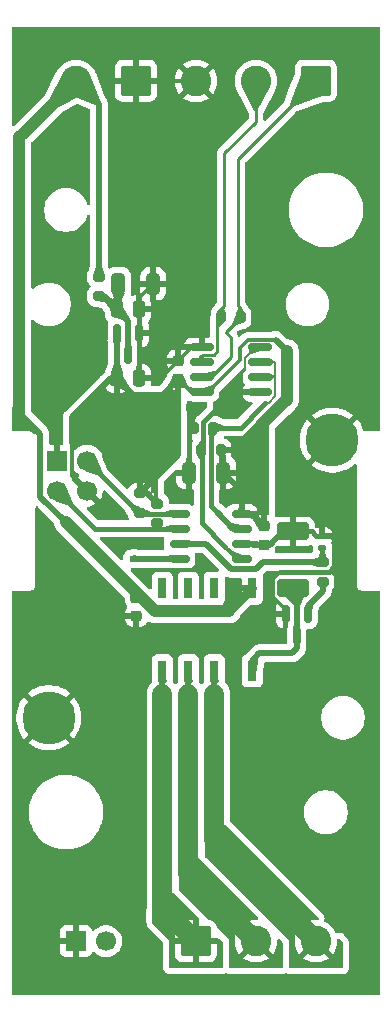
<source format=gbr>
%TF.GenerationSoftware,KiCad,Pcbnew,9.0.1*%
%TF.CreationDate,2025-08-02T01:33:37-07:00*%
%TF.ProjectId,bottom,626f7474-6f6d-42e6-9b69-6361645f7063,A1*%
%TF.SameCoordinates,PX578c1c0PY3d09000*%
%TF.FileFunction,Copper,L1,Top*%
%TF.FilePolarity,Positive*%
%FSLAX46Y46*%
G04 Gerber Fmt 4.6, Leading zero omitted, Abs format (unit mm)*
G04 Created by KiCad (PCBNEW 9.0.1) date 2025-08-02 01:33:37*
%MOMM*%
%LPD*%
G01*
G04 APERTURE LIST*
G04 Aperture macros list*
%AMRoundRect*
0 Rectangle with rounded corners*
0 $1 Rounding radius*
0 $2 $3 $4 $5 $6 $7 $8 $9 X,Y pos of 4 corners*
0 Add a 4 corners polygon primitive as box body*
4,1,4,$2,$3,$4,$5,$6,$7,$8,$9,$2,$3,0*
0 Add four circle primitives for the rounded corners*
1,1,$1+$1,$2,$3*
1,1,$1+$1,$4,$5*
1,1,$1+$1,$6,$7*
1,1,$1+$1,$8,$9*
0 Add four rect primitives between the rounded corners*
20,1,$1+$1,$2,$3,$4,$5,0*
20,1,$1+$1,$4,$5,$6,$7,0*
20,1,$1+$1,$6,$7,$8,$9,0*
20,1,$1+$1,$8,$9,$2,$3,0*%
G04 Aperture macros list end*
%TA.AperFunction,ComponentPad*%
%ADD10RoundRect,0.250000X-1.050000X-1.050000X1.050000X-1.050000X1.050000X1.050000X-1.050000X1.050000X0*%
%TD*%
%TA.AperFunction,ComponentPad*%
%ADD11C,2.600000*%
%TD*%
%TA.AperFunction,SMDPad,CuDef*%
%ADD12RoundRect,0.250000X-0.250000X-0.475000X0.250000X-0.475000X0.250000X0.475000X-0.250000X0.475000X0*%
%TD*%
%TA.AperFunction,SMDPad,CuDef*%
%ADD13RoundRect,0.200000X-0.200000X-0.275000X0.200000X-0.275000X0.200000X0.275000X-0.200000X0.275000X0*%
%TD*%
%TA.AperFunction,SMDPad,CuDef*%
%ADD14RoundRect,0.200000X-0.275000X0.200000X-0.275000X-0.200000X0.275000X-0.200000X0.275000X0.200000X0*%
%TD*%
%TA.AperFunction,SMDPad,CuDef*%
%ADD15R,0.800000X1.800000*%
%TD*%
%TA.AperFunction,SMDPad,CuDef*%
%ADD16RoundRect,0.200000X0.200000X0.275000X-0.200000X0.275000X-0.200000X-0.275000X0.200000X-0.275000X0*%
%TD*%
%TA.AperFunction,SMDPad,CuDef*%
%ADD17RoundRect,0.225000X-0.250000X0.225000X-0.250000X-0.225000X0.250000X-0.225000X0.250000X0.225000X0*%
%TD*%
%TA.AperFunction,ComponentPad*%
%ADD18R,1.700000X1.700000*%
%TD*%
%TA.AperFunction,ComponentPad*%
%ADD19C,1.700000*%
%TD*%
%TA.AperFunction,ComponentPad*%
%ADD20RoundRect,0.250000X1.050000X1.050000X-1.050000X1.050000X-1.050000X-1.050000X1.050000X-1.050000X0*%
%TD*%
%TA.AperFunction,SMDPad,CuDef*%
%ADD21RoundRect,0.150000X0.825000X0.150000X-0.825000X0.150000X-0.825000X-0.150000X0.825000X-0.150000X0*%
%TD*%
%TA.AperFunction,SMDPad,CuDef*%
%ADD22RoundRect,0.135000X0.185000X-0.135000X0.185000X0.135000X-0.185000X0.135000X-0.185000X-0.135000X0*%
%TD*%
%TA.AperFunction,SMDPad,CuDef*%
%ADD23RoundRect,0.150000X-0.150000X0.587500X-0.150000X-0.587500X0.150000X-0.587500X0.150000X0.587500X0*%
%TD*%
%TA.AperFunction,ComponentPad*%
%ADD24C,4.500000*%
%TD*%
%TA.AperFunction,SMDPad,CuDef*%
%ADD25RoundRect,0.150000X0.675000X0.150000X-0.675000X0.150000X-0.675000X-0.150000X0.675000X-0.150000X0*%
%TD*%
%TA.AperFunction,SMDPad,CuDef*%
%ADD26RoundRect,0.250000X0.325000X0.650000X-0.325000X0.650000X-0.325000X-0.650000X0.325000X-0.650000X0*%
%TD*%
%TA.AperFunction,SMDPad,CuDef*%
%ADD27RoundRect,0.250000X-0.325000X-0.650000X0.325000X-0.650000X0.325000X0.650000X-0.325000X0.650000X0*%
%TD*%
%TA.AperFunction,SMDPad,CuDef*%
%ADD28RoundRect,0.225000X0.250000X-0.225000X0.250000X0.225000X-0.250000X0.225000X-0.250000X-0.225000X0*%
%TD*%
%TA.AperFunction,SMDPad,CuDef*%
%ADD29RoundRect,0.250000X1.100000X-0.500000X1.100000X0.500000X-1.100000X0.500000X-1.100000X-0.500000X0*%
%TD*%
%TA.AperFunction,ViaPad*%
%ADD30C,0.800000*%
%TD*%
%TA.AperFunction,ViaPad*%
%ADD31C,0.600000*%
%TD*%
%TA.AperFunction,Conductor*%
%ADD32C,0.400000*%
%TD*%
%TA.AperFunction,Conductor*%
%ADD33C,0.300000*%
%TD*%
%TA.AperFunction,Conductor*%
%ADD34C,0.500000*%
%TD*%
%TA.AperFunction,Conductor*%
%ADD35C,1.000000*%
%TD*%
%TA.AperFunction,Conductor*%
%ADD36C,0.800000*%
%TD*%
%TA.AperFunction,Conductor*%
%ADD37C,0.200000*%
%TD*%
%TA.AperFunction,Conductor*%
%ADD38C,0.250000*%
%TD*%
%TA.AperFunction,Conductor*%
%ADD39C,1.700000*%
%TD*%
G04 APERTURE END LIST*
D10*
%TO.P,J4,1,Pin_1*%
%TO.N,Net-(J4-Pin_1)*%
X16100000Y-77920000D03*
D11*
%TO.P,J4,2,Pin_2*%
%TO.N,Net-(J4-Pin_2)*%
X21180000Y-77920000D03*
%TO.P,J4,3,Pin_3*%
%TO.N,Net-(J4-Pin_3)*%
X26260000Y-77920000D03*
%TD*%
D12*
%TO.P,C2,1*%
%TO.N,/+12V_I*%
X9413000Y-24426000D03*
%TO.P,C2,2*%
%TO.N,GND*%
X11313000Y-24426000D03*
%TD*%
D13*
%TO.P,R6,1*%
%TO.N,/RS485-*%
X18237000Y-25096000D03*
%TO.P,R6,2*%
%TO.N,/RS485+*%
X19887000Y-25096000D03*
%TD*%
D14*
%TO.P,R4,1*%
%TO.N,+5V*%
X11339000Y-40011000D03*
%TO.P,R4,2*%
%TO.N,/SDA*%
X11339000Y-41661000D03*
%TD*%
D15*
%TO.P,K1,1*%
%TO.N,+12V*%
X20865000Y-48025000D03*
%TO.P,K1,2*%
%TO.N,unconnected-(K1-Pad2)*%
X17665000Y-48025000D03*
%TO.P,K1,3*%
%TO.N,unconnected-(K1-Pad3)*%
X15465000Y-48025000D03*
%TO.P,K1,4*%
%TO.N,unconnected-(K1-Pad4)*%
X13265000Y-48025000D03*
%TO.P,K1,5*%
%TO.N,Net-(J4-Pin_1)*%
X13265000Y-55025000D03*
%TO.P,K1,6*%
%TO.N,Net-(J4-Pin_2)*%
X15465000Y-55025000D03*
%TO.P,K1,7*%
%TO.N,Net-(J4-Pin_3)*%
X17665000Y-55025000D03*
%TO.P,K1,8*%
%TO.N,Net-(D1-K)*%
X20865000Y-55025000D03*
%TD*%
D16*
%TO.P,R3,1*%
%TO.N,/DIR*%
X17557229Y-34436000D03*
%TO.P,R3,2*%
%TO.N,GND*%
X15907229Y-34436000D03*
%TD*%
D17*
%TO.P,C7,1*%
%TO.N,+12V*%
X11061000Y-48832000D03*
%TO.P,C7,2*%
%TO.N,GND*%
X11061000Y-50382000D03*
%TD*%
D18*
%TO.P,J5,1,Pin_1*%
%TO.N,GND*%
X5940000Y-77920000D03*
D19*
%TO.P,J5,2,Pin_2*%
%TO.N,/SWIO*%
X8480000Y-77920000D03*
%TD*%
D20*
%TO.P,J1,1,Pin_1*%
%TO.N,GND*%
X11020000Y-5080000D03*
D11*
%TO.P,J1,2,Pin_2*%
%TO.N,+12V*%
X5940000Y-5080000D03*
%TD*%
D21*
%TO.P,U2,1,RO*%
%TO.N,/URXTX*%
X21537000Y-31446000D03*
%TO.P,U2,2,~{RE}*%
%TO.N,/DIR*%
X21537000Y-30176000D03*
%TO.P,U2,3,DE*%
X21537000Y-28906000D03*
%TO.P,U2,4,DI*%
%TO.N,/URXTX*%
X21537000Y-27636000D03*
%TO.P,U2,5,GND*%
%TO.N,GND*%
X16587000Y-27636000D03*
%TO.P,U2,6,A*%
%TO.N,/RS485-*%
X16587000Y-28906000D03*
%TO.P,U2,7,B*%
%TO.N,/RS485+*%
X16587000Y-30176000D03*
%TO.P,U2,8,VCC*%
%TO.N,+5V*%
X16587000Y-31446000D03*
%TD*%
D22*
%TO.P,R8,1*%
%TO.N,/OUT*%
X26809000Y-44658000D03*
%TO.P,R8,2*%
%TO.N,GND*%
X26809000Y-43638000D03*
%TD*%
D17*
%TO.P,C6,1*%
%TO.N,+5V*%
X21857000Y-42792000D03*
%TO.P,C6,2*%
%TO.N,GND*%
X21857000Y-44342000D03*
%TD*%
D14*
%TO.P,R5,1*%
%TO.N,+5V*%
X12839000Y-40900000D03*
%TO.P,R5,2*%
%TO.N,/SCL*%
X12839000Y-42550000D03*
%TD*%
D23*
%TO.P,U3,1,GND*%
%TO.N,GND*%
X11313000Y-26409500D03*
%TO.P,U3,2,VO*%
%TO.N,+5V*%
X9413000Y-26409500D03*
%TO.P,U3,3,VI*%
%TO.N,/+12V_I*%
X10363000Y-28284500D03*
%TD*%
D20*
%TO.P,J2,1,Pin_1*%
%TO.N,/RS485+*%
X26260000Y-5080000D03*
D11*
%TO.P,J2,2,Pin_2*%
%TO.N,/RS485-*%
X21180000Y-5080000D03*
%TO.P,J2,3,Pin_3*%
%TO.N,GND*%
X16100000Y-5080000D03*
%TD*%
D24*
%TO.P,H8,1,1*%
%TO.N,GND*%
X3650000Y-59000000D03*
%TD*%
D16*
%TO.P,R2,1*%
%TO.N,+5V*%
X18192229Y-36341000D03*
%TO.P,R2,2*%
%TO.N,/URXTX*%
X16542229Y-36341000D03*
%TD*%
D24*
%TO.P,H9,1,1*%
%TO.N,GND*%
X27650000Y-35500000D03*
%TD*%
D25*
%TO.P,U1,1,UTX_2*%
%TO.N,/URXTX*%
X19964000Y-45535000D03*
%TO.P,U1,2,VSS*%
%TO.N,GND*%
X19964000Y-44265000D03*
%TO.P,U1,3,PA2*%
%TO.N,/DIR*%
X19964000Y-42995000D03*
%TO.P,U1,4,VDD*%
%TO.N,+5V*%
X19964000Y-41725000D03*
%TO.P,U1,5,SDA*%
%TO.N,/SDA*%
X14714000Y-41725000D03*
%TO.P,U1,6,SCL*%
%TO.N,/SCL*%
X14714000Y-42995000D03*
%TO.P,U1,7,PC4*%
%TO.N,/OUT*%
X14714000Y-44265000D03*
%TO.P,U1,8,SWIO*%
%TO.N,/SWIO*%
X14714000Y-45535000D03*
%TD*%
D26*
%TO.P,C3,1*%
%TO.N,+5V*%
X18427000Y-38246000D03*
%TO.P,C3,2*%
%TO.N,GND*%
X15477000Y-38246000D03*
%TD*%
D27*
%TO.P,C1,1*%
%TO.N,/+12V_I*%
X9523000Y-22267000D03*
%TO.P,C1,2*%
%TO.N,GND*%
X12473000Y-22267000D03*
%TD*%
D28*
%TO.P,C5,1*%
%TO.N,+5V*%
X14617000Y-30316000D03*
%TO.P,C5,2*%
%TO.N,GND*%
X14617000Y-28766000D03*
%TD*%
D29*
%TO.P,D1,1,K*%
%TO.N,Net-(D1-K)*%
X24330000Y-48030000D03*
%TO.P,D1,2,A*%
%TO.N,GND*%
X24330000Y-43230000D03*
%TD*%
D12*
%TO.P,C4,1*%
%TO.N,+5V*%
X9413000Y-30268000D03*
%TO.P,C4,2*%
%TO.N,GND*%
X11313000Y-30268000D03*
%TD*%
D14*
%TO.P,R7,1*%
%TO.N,/OUT*%
X26831000Y-45826000D03*
%TO.P,R7,2*%
%TO.N,Net-(Q1-G)*%
X26831000Y-47476000D03*
%TD*%
%TO.P,R1,1*%
%TO.N,+12V*%
X7883000Y-21656000D03*
%TO.P,R1,2*%
%TO.N,/+12V_I*%
X7883000Y-23306000D03*
%TD*%
D18*
%TO.P,J3,1,Pin_1*%
%TO.N,GND*%
X4330000Y-37230000D03*
D19*
%TO.P,J3,2,Pin_2*%
%TO.N,/SDA*%
X6870000Y-37230000D03*
%TO.P,J3,3,Pin_3*%
%TO.N,/SCL*%
X4330000Y-39770000D03*
%TO.P,J3,4,Pin_4*%
%TO.N,+5V*%
X6870000Y-39770000D03*
%TD*%
D23*
%TO.P,Q1,1,G*%
%TO.N,Net-(Q1-G)*%
X25600000Y-50230000D03*
%TO.P,Q1,2,S*%
%TO.N,GND*%
X23700000Y-50230000D03*
%TO.P,Q1,3,D*%
%TO.N,Net-(D1-K)*%
X24650000Y-52105000D03*
%TD*%
D30*
%TO.N,GND*%
X22618000Y-50242000D03*
D31*
X15592000Y-32454000D03*
D30*
X11950000Y-28525000D03*
D31*
X16522000Y-45543000D03*
X16351229Y-32708000D03*
D30*
X25285000Y-41352000D03*
D31*
X11442000Y-46686000D03*
X11442000Y-44146000D03*
D30*
X14830000Y-40328000D03*
%TO.N,+5V*%
X20152000Y-38246000D03*
X11452000Y-38246000D03*
X10652000Y-38246000D03*
X20952000Y-38246000D03*
D31*
%TO.N,/SWIO*%
X10730001Y-45535001D03*
%TD*%
D32*
%TO.N,GND*%
X27571000Y-43638000D02*
X26301000Y-43638000D01*
D33*
X22629000Y-48799000D02*
X22629000Y-47274130D01*
X24330000Y-43230000D02*
X24330000Y-38820000D01*
X21857000Y-44342000D02*
X20041000Y-44342000D01*
X23700000Y-50230000D02*
X23700000Y-49870000D01*
X11313000Y-23427000D02*
X12473000Y-22267000D01*
X11313000Y-26409500D02*
X11313000Y-24426000D01*
X11313000Y-30268000D02*
X13115000Y-30268000D01*
X23496000Y-43230000D02*
X24330000Y-43230000D01*
D32*
X27365887Y-46651000D02*
X27825000Y-46191887D01*
D33*
X11313000Y-30268000D02*
X11313000Y-26409500D01*
X15747000Y-27636000D02*
X16587000Y-27636000D01*
D32*
X27825000Y-46191887D02*
X27825000Y-43892000D01*
D34*
X22384000Y-44342000D02*
X23496000Y-43230000D01*
D33*
X20041000Y-44342000D02*
X19964000Y-44265000D01*
X15477000Y-32569000D02*
X15592000Y-32454000D01*
X16100000Y-5080000D02*
X11020000Y-5080000D01*
X24330000Y-38820000D02*
X27650000Y-35500000D01*
X13115000Y-30268000D02*
X14617000Y-28766000D01*
X14617000Y-28766000D02*
X15747000Y-27636000D01*
D32*
X23252130Y-46651000D02*
X27365887Y-46651000D01*
X25893000Y-43230000D02*
X24330000Y-43230000D01*
D33*
X15477000Y-34005771D02*
X15477000Y-32569000D01*
X23700000Y-49870000D02*
X22629000Y-48799000D01*
D34*
X21857000Y-44342000D02*
X22384000Y-44342000D01*
D33*
X22629000Y-47274130D02*
X23252130Y-46651000D01*
D32*
X27825000Y-43892000D02*
X27571000Y-43638000D01*
D33*
X15907229Y-34436000D02*
X15477000Y-34005771D01*
X11313000Y-24426000D02*
X11313000Y-23427000D01*
D32*
X26301000Y-43638000D02*
X25893000Y-43230000D01*
X15477000Y-38246000D02*
X15477000Y-32569000D01*
D34*
%TO.N,+5V*%
X11950000Y-40011000D02*
X12839000Y-40900000D01*
D33*
X20500322Y-26985000D02*
X22856000Y-26985000D01*
X15747000Y-31446000D02*
X14617000Y-30316000D01*
X17099000Y-31446000D02*
X19810000Y-28735000D01*
X16587000Y-31446000D02*
X17099000Y-31446000D01*
X19810000Y-28735000D02*
X19810000Y-27675322D01*
X18427000Y-38246000D02*
X18427000Y-36575771D01*
X11339000Y-40011000D02*
X11950000Y-40011000D01*
X9413000Y-30268000D02*
X8882000Y-30268000D01*
D34*
X13291000Y-31642000D02*
X14617000Y-30316000D01*
X14617000Y-30316000D02*
X14617000Y-36733000D01*
X19548000Y-36341000D02*
X18192229Y-36341000D01*
X22856000Y-26985000D02*
X23816000Y-27945000D01*
X10787000Y-31642000D02*
X13291000Y-31642000D01*
X14617000Y-36733000D02*
X11339000Y-40011000D01*
D33*
X5600000Y-38500000D02*
X6870000Y-39770000D01*
D35*
X23816000Y-27945000D02*
X23816000Y-32073000D01*
D33*
X16587000Y-31446000D02*
X15747000Y-31446000D01*
D34*
X5600000Y-33550000D02*
X5600000Y-35706000D01*
D33*
X5600000Y-35706000D02*
X5600000Y-38500000D01*
D35*
X23507000Y-32382000D02*
X19548000Y-36341000D01*
D34*
X8882000Y-30268000D02*
X5600000Y-33550000D01*
X9413000Y-26409500D02*
X9413000Y-30268000D01*
X9413000Y-30268000D02*
X10787000Y-31642000D01*
X21857000Y-42792000D02*
X20790000Y-41725000D01*
D33*
X18427000Y-36575771D02*
X18192229Y-36341000D01*
D34*
X20790000Y-41725000D02*
X19964000Y-41725000D01*
X19964000Y-41725000D02*
X19964000Y-39783000D01*
X19964000Y-39783000D02*
X18427000Y-38246000D01*
D35*
X23816000Y-32073000D02*
X23507000Y-32382000D01*
D33*
X19810000Y-27675322D02*
X20500322Y-26985000D01*
D35*
%TO.N,+12V*%
X5940000Y-5080000D02*
X1545000Y-9475000D01*
D34*
X7883000Y-7023000D02*
X5940000Y-5080000D01*
X2933000Y-40278000D02*
X5057500Y-42402500D01*
D36*
X18909293Y-49980707D02*
X20865000Y-48025000D01*
D34*
X7883000Y-21656000D02*
X7883000Y-7023000D01*
D35*
X1536000Y-9475000D02*
X1155000Y-9856000D01*
D34*
X1155000Y-33180000D02*
X2933000Y-34958000D01*
D35*
X5057500Y-42402500D02*
X12635707Y-49980707D01*
D34*
X1545000Y-9475000D02*
X1536000Y-9475000D01*
X2933000Y-34958000D02*
X2933000Y-40278000D01*
D35*
X12635707Y-49980707D02*
X18909293Y-49980707D01*
X1155000Y-9856000D02*
X1155000Y-33180000D01*
D32*
%TO.N,/SCL*%
X7555000Y-42995000D02*
X4330000Y-39770000D01*
X14714000Y-42995000D02*
X7555000Y-42995000D01*
%TO.N,/SDA*%
X11365000Y-41725000D02*
X6870000Y-37230000D01*
X14714000Y-41725000D02*
X11365000Y-41725000D01*
D34*
%TO.N,/SWIO*%
X14714000Y-45535000D02*
X10730000Y-45535000D01*
D37*
X10730001Y-45535001D02*
X10730000Y-45535000D01*
%TO.N,/URXTX*%
X20261000Y-28565032D02*
X21190032Y-27636000D01*
X19964000Y-45535000D02*
X19620000Y-45535000D01*
D32*
X16732229Y-35916229D02*
X16732229Y-33928000D01*
D33*
X19620000Y-45535000D02*
X18595614Y-44510615D01*
D37*
X19824000Y-29978000D02*
X20261000Y-29541000D01*
D32*
X18595614Y-44510615D02*
X16608000Y-42523000D01*
D37*
X20261000Y-29541000D02*
X20261000Y-28565032D01*
X16542229Y-36341000D02*
X16777000Y-36341000D01*
X21190032Y-27636000D02*
X21537000Y-27636000D01*
D32*
X16608000Y-42523000D02*
X16608000Y-36406771D01*
X19214229Y-31446000D02*
X21537000Y-31446000D01*
X16732229Y-33928000D02*
X19214229Y-31446000D01*
D37*
X19824000Y-31446000D02*
X19824000Y-29978000D01*
X21537000Y-31446000D02*
X19824000Y-31446000D01*
X16608000Y-36406771D02*
X16542229Y-36341000D01*
D34*
%TO.N,/DIR*%
X19275000Y-42995000D02*
X17878000Y-41598000D01*
D32*
X21588016Y-32729984D02*
X21983000Y-32335000D01*
D34*
X19964000Y-42995000D02*
X19275000Y-42995000D01*
D37*
X22813000Y-30182000D02*
X22807000Y-30176000D01*
D32*
X17878000Y-41598000D02*
X17367229Y-41087229D01*
X17367229Y-41087229D02*
X17367229Y-34860771D01*
D37*
X17367229Y-34860771D02*
X17557229Y-34670771D01*
X22807000Y-28906000D02*
X21537000Y-28906000D01*
X21983000Y-32335000D02*
X22264968Y-32335000D01*
X21633000Y-29002000D02*
X21537000Y-28906000D01*
X22807000Y-30176000D02*
X22807000Y-28906000D01*
X17557229Y-34670771D02*
X17557229Y-34436000D01*
X22264968Y-32335000D02*
X22813000Y-31786968D01*
X21537000Y-30176000D02*
X22807000Y-30176000D01*
X22813000Y-31786968D02*
X22813000Y-30182000D01*
D32*
X19882000Y-34436000D02*
X21588016Y-32729984D01*
X17557229Y-34436000D02*
X19882000Y-34436000D01*
D38*
%TO.N,/RS485+*%
X19887000Y-25096000D02*
X19887000Y-24383499D01*
X16587000Y-30176000D02*
X16707020Y-30055980D01*
X19037980Y-28463659D02*
X19037980Y-26808340D01*
X17445659Y-30055980D02*
X19037980Y-28463659D01*
X19637000Y-24133499D02*
X19637000Y-11703000D01*
X19887000Y-24383499D02*
X19637000Y-24133499D01*
X19037980Y-26808340D02*
X18606320Y-26376680D01*
X16707020Y-30055980D02*
X17445659Y-30055980D01*
X18606320Y-26376680D02*
X19887000Y-25096000D01*
X19637000Y-11703000D02*
X26260000Y-5080000D01*
%TO.N,/RS485-*%
X18237000Y-25096000D02*
X18237000Y-24383499D01*
X16587000Y-28906000D02*
X16587000Y-28262000D01*
X17888000Y-27987322D02*
X17888000Y-25468654D01*
X18237000Y-24383499D02*
X18487000Y-24133499D01*
X17888000Y-25468654D02*
X18237000Y-25119654D01*
X21180000Y-8533654D02*
X21180000Y-5080000D01*
X17613322Y-28262000D02*
X17888000Y-27987322D01*
X18237000Y-25119654D02*
X18237000Y-25096000D01*
X18487000Y-24133499D02*
X18487000Y-11226654D01*
X18487000Y-11226654D02*
X21180000Y-8533654D01*
X16587000Y-28262000D02*
X17613322Y-28262000D01*
D37*
%TO.N,/+12V_I*%
X9538000Y-22252000D02*
X9523000Y-22267000D01*
D34*
X9523000Y-22267000D02*
X9523000Y-24316000D01*
X10363000Y-25376000D02*
X10363000Y-28284500D01*
X8293000Y-23306000D02*
X9413000Y-24426000D01*
D37*
X7883000Y-23306000D02*
X8293000Y-23306000D01*
X9523000Y-24316000D02*
X9413000Y-24426000D01*
D34*
X9413000Y-24426000D02*
X10363000Y-25376000D01*
%TO.N,Net-(D1-K)*%
X21475000Y-53544000D02*
X20865000Y-54154000D01*
X24230482Y-53544000D02*
X21475000Y-53544000D01*
X20865000Y-54154000D02*
X20865000Y-55025000D01*
X24650000Y-52105000D02*
X24650000Y-53124482D01*
X24650000Y-52105000D02*
X24650000Y-48350000D01*
D37*
X24650000Y-48350000D02*
X24330000Y-48030000D01*
D34*
X24650000Y-53124482D02*
X24230482Y-53544000D01*
D39*
%TO.N,Net-(J4-Pin_1)*%
X13265000Y-75085000D02*
X16100000Y-77920000D01*
X13265000Y-57025000D02*
X13265000Y-75085000D01*
D37*
X13265000Y-55025000D02*
X13265000Y-57025000D01*
D39*
%TO.N,Net-(J4-Pin_2)*%
X15465000Y-72205000D02*
X21180000Y-77920000D01*
D37*
X15465000Y-55025000D02*
X15465000Y-57025000D01*
D39*
X15465000Y-57025000D02*
X15465000Y-72205000D01*
%TO.N,Net-(J4-Pin_3)*%
X17665000Y-69325000D02*
X26260000Y-77920000D01*
D37*
X17665000Y-57025000D02*
X17665000Y-55025000D01*
D39*
X17665000Y-57025000D02*
X17665000Y-69325000D01*
D34*
%TO.N,Net-(Q1-G)*%
X26830000Y-48303000D02*
X26830000Y-47880000D01*
X25600000Y-49533000D02*
X26830000Y-48303000D01*
X25600000Y-50230000D02*
X25600000Y-49533000D01*
%TO.N,/OUT*%
X21181000Y-46397000D02*
X21781000Y-45797000D01*
X14714000Y-44265000D02*
X16932000Y-44265000D01*
D37*
X26809000Y-45790000D02*
X26802000Y-45797000D01*
D34*
X16932000Y-44265000D02*
X19064000Y-46397000D01*
X21781000Y-45797000D02*
X26802000Y-45797000D01*
D37*
X26802000Y-45797000D02*
X26831000Y-45826000D01*
D34*
X19064000Y-46397000D02*
X21181000Y-46397000D01*
D32*
X26809000Y-44658000D02*
X26809000Y-45790000D01*
%TD*%
%TA.AperFunction,Conductor*%
%TO.N,+5V*%
G36*
X8425203Y-39776306D02*
G01*
X8431681Y-39782338D01*
X10094234Y-41444891D01*
X10114138Y-41470916D01*
X10348792Y-41880367D01*
X10361687Y-41912686D01*
X10363864Y-41921629D01*
X10369914Y-41988196D01*
X10416396Y-42137367D01*
X10417321Y-42141163D01*
X10415864Y-42172307D01*
X10416377Y-42203470D01*
X10414245Y-42206910D01*
X10414056Y-42210957D01*
X10395989Y-42236373D01*
X10379576Y-42262863D01*
X10375921Y-42264605D01*
X10373576Y-42267905D01*
X10344652Y-42279512D01*
X10316507Y-42292931D01*
X10309904Y-42293457D01*
X10308733Y-42293928D01*
X10307345Y-42293661D01*
X10296841Y-42294500D01*
X7896519Y-42294500D01*
X7829480Y-42274815D01*
X7808838Y-42258181D01*
X6882338Y-41331681D01*
X6848853Y-41270358D01*
X6853837Y-41200666D01*
X6895709Y-41144733D01*
X6961173Y-41120316D01*
X6970019Y-41120000D01*
X6976246Y-41120000D01*
X7186127Y-41086757D01*
X7186130Y-41086757D01*
X7388217Y-41021095D01*
X7577554Y-40924622D01*
X7631716Y-40885270D01*
X7631717Y-40885270D01*
X6999408Y-40252962D01*
X7062993Y-40235925D01*
X7177007Y-40170099D01*
X7270099Y-40077007D01*
X7335925Y-39962993D01*
X7352962Y-39899408D01*
X7985270Y-40531717D01*
X7985270Y-40531716D01*
X8024622Y-40477554D01*
X8121095Y-40288217D01*
X8186757Y-40086130D01*
X8186757Y-40086127D01*
X8220000Y-39876246D01*
X8220000Y-39870019D01*
X8239685Y-39802980D01*
X8292489Y-39757225D01*
X8361647Y-39747281D01*
X8425203Y-39776306D01*
G37*
%TD.AperFunction*%
%TA.AperFunction,Conductor*%
G36*
X9606039Y-30287685D02*
G01*
X9651794Y-30340489D01*
X9663000Y-30392000D01*
X9663000Y-31492999D01*
X9712972Y-31492999D01*
X9712986Y-31492998D01*
X9815697Y-31482505D01*
X9982119Y-31427358D01*
X9982124Y-31427356D01*
X10131342Y-31335317D01*
X10258803Y-31207856D01*
X10320126Y-31174371D01*
X10389818Y-31179355D01*
X10442806Y-31217446D01*
X10787000Y-31642000D01*
X13402000Y-31438000D01*
X13863608Y-31161034D01*
X13931218Y-31143424D01*
X13992500Y-31161827D01*
X14058511Y-31202544D01*
X14058518Y-31202547D01*
X14219393Y-31255855D01*
X14318683Y-31265999D01*
X14366999Y-31265998D01*
X14367000Y-31265998D01*
X14367000Y-30859000D01*
X14672000Y-30676000D01*
X14672000Y-31396000D01*
X14672000Y-36720638D01*
X14652315Y-36787677D01*
X14635681Y-36808319D01*
X12894000Y-38549999D01*
X12918892Y-39869999D01*
X12918892Y-39870000D01*
X12918893Y-39870000D01*
X12938316Y-40900000D01*
X12713000Y-40900000D01*
X12645961Y-40880315D01*
X12600206Y-40827511D01*
X12589000Y-40776000D01*
X12589000Y-40000000D01*
X12588999Y-39999999D01*
X12507417Y-40000000D01*
X12507415Y-40000001D01*
X12449218Y-40005288D01*
X12380672Y-39991750D01*
X12330328Y-39943302D01*
X12313999Y-39881797D01*
X12313999Y-39754417D01*
X12307591Y-39683897D01*
X12307590Y-39683892D01*
X12257018Y-39521603D01*
X12169072Y-39376122D01*
X12048877Y-39255927D01*
X11903395Y-39167980D01*
X11903396Y-39167980D01*
X11741105Y-39117409D01*
X11741106Y-39117409D01*
X11670572Y-39111000D01*
X11589000Y-39111000D01*
X11589000Y-39887000D01*
X11569315Y-39954039D01*
X11516511Y-39999794D01*
X11465000Y-40011000D01*
X11213000Y-40011000D01*
X11145961Y-39991315D01*
X11100206Y-39938511D01*
X11089000Y-39887000D01*
X11089000Y-39111000D01*
X11088999Y-39110999D01*
X11007417Y-39111000D01*
X10936897Y-39117408D01*
X10936892Y-39117409D01*
X10774603Y-39167981D01*
X10629122Y-39255927D01*
X10508927Y-39376122D01*
X10420982Y-39521601D01*
X10418162Y-39530651D01*
X10379423Y-39588798D01*
X10315397Y-39616770D01*
X10246412Y-39605687D01*
X10212096Y-39581439D01*
X8653659Y-38023002D01*
X8626614Y-37982374D01*
X8608339Y-37937816D01*
X8184840Y-36905225D01*
X8181637Y-36896495D01*
X8121557Y-36711588D01*
X8025051Y-36522184D01*
X8025049Y-36522181D01*
X8025048Y-36522179D01*
X7900109Y-36350213D01*
X7749786Y-36199890D01*
X7577820Y-36074951D01*
X7388414Y-35978444D01*
X7388413Y-35978443D01*
X7388412Y-35978443D01*
X7186243Y-35912754D01*
X7186241Y-35912753D01*
X7186240Y-35912753D01*
X7024957Y-35887208D01*
X6976287Y-35879500D01*
X6763713Y-35879500D01*
X6715042Y-35887208D01*
X6553760Y-35912753D01*
X6351585Y-35978444D01*
X6162179Y-36074951D01*
X5990215Y-36199889D01*
X5876673Y-36313431D01*
X5851481Y-36327186D01*
X5827866Y-36343498D01*
X5821201Y-36343719D01*
X5815350Y-36346915D01*
X5786723Y-36344867D01*
X5758035Y-36345823D01*
X5752308Y-36342406D01*
X5745658Y-36341931D01*
X5722681Y-36324730D01*
X5698033Y-36310025D01*
X5693749Y-36303071D01*
X5689725Y-36300059D01*
X5677974Y-36280985D01*
X5674181Y-36273363D01*
X5674091Y-36272517D01*
X5623796Y-36137669D01*
X5572725Y-36069447D01*
X5567714Y-36059375D01*
X5563484Y-36035605D01*
X5555048Y-36012985D01*
X5554740Y-36005537D01*
X5528598Y-33650872D01*
X5547537Y-33583619D01*
X5566971Y-33559800D01*
X8266037Y-30983418D01*
X8328120Y-30951370D01*
X8397677Y-30957973D01*
X8452622Y-31001134D01*
X8469359Y-31034109D01*
X8478640Y-31062118D01*
X8478643Y-31062124D01*
X8570684Y-31211345D01*
X8694654Y-31335315D01*
X8843875Y-31427356D01*
X8843880Y-31427358D01*
X9010302Y-31482505D01*
X9010309Y-31482506D01*
X9113019Y-31492999D01*
X9162999Y-31492998D01*
X9163000Y-31492998D01*
X9163000Y-30425400D01*
X9425333Y-30268000D01*
X9539000Y-30268000D01*
X9606039Y-30287685D01*
G37*
%TD.AperFunction*%
%TA.AperFunction,Conductor*%
G36*
X5818075Y-38118817D02*
G01*
X5848419Y-38125418D01*
X5852972Y-38128826D01*
X5855376Y-38129516D01*
X5858215Y-38132751D01*
X5876673Y-38146569D01*
X5990213Y-38260109D01*
X6162179Y-38385048D01*
X6162181Y-38385049D01*
X6162184Y-38385051D01*
X6171493Y-38389794D01*
X6222290Y-38437766D01*
X6239087Y-38505587D01*
X6216552Y-38571722D01*
X6171505Y-38610760D01*
X6162446Y-38615376D01*
X6162440Y-38615380D01*
X6108282Y-38654727D01*
X6108282Y-38654728D01*
X6740591Y-39287037D01*
X6677007Y-39304075D01*
X6562993Y-39369901D01*
X6469901Y-39462993D01*
X6404075Y-39577007D01*
X6387037Y-39640591D01*
X5754727Y-39008281D01*
X5720471Y-39010978D01*
X5652094Y-38996614D01*
X5602337Y-38947562D01*
X5586751Y-38888743D01*
X5581563Y-38421397D01*
X5592438Y-38369227D01*
X5598059Y-38356710D01*
X5623796Y-38322331D01*
X5674091Y-38187483D01*
X5674099Y-38187404D01*
X5675877Y-38183447D01*
X5696065Y-38159851D01*
X5714681Y-38134983D01*
X5718589Y-38133525D01*
X5721300Y-38130357D01*
X5751048Y-38121418D01*
X5780146Y-38110566D01*
X5784219Y-38111452D01*
X5788214Y-38110252D01*
X5818075Y-38118817D01*
G37*
%TD.AperFunction*%
%TD*%
%TA.AperFunction,Conductor*%
%TO.N,/SDA*%
G36*
X7703004Y-37067796D02*
G01*
X7707319Y-37073078D01*
X8198998Y-38271905D01*
X8198967Y-38280860D01*
X8196446Y-38284618D01*
X7924618Y-38556446D01*
X7916345Y-38559873D01*
X7911905Y-38558998D01*
X6713078Y-38067319D01*
X6706724Y-38061009D01*
X6706041Y-38054226D01*
X6867772Y-37236977D01*
X6872739Y-37229527D01*
X6876977Y-37227772D01*
X7694225Y-37066041D01*
X7703004Y-37067796D01*
G37*
%TD.AperFunction*%
%TD*%
%TA.AperFunction,Conductor*%
%TO.N,+5V*%
G36*
X14150963Y-30157631D02*
G01*
X14612661Y-30313588D01*
X14619403Y-30319483D01*
X14619735Y-30320216D01*
X14799583Y-30756747D01*
X14799566Y-30765702D01*
X14794845Y-30771200D01*
X14675619Y-30843715D01*
X14672000Y-30845916D01*
X14081466Y-31205087D01*
X13734343Y-30857964D01*
X13730916Y-30849691D01*
X13732557Y-30843717D01*
X14137166Y-30162739D01*
X14144335Y-30157379D01*
X14150963Y-30157631D01*
G37*
%TD.AperFunction*%
%TD*%
%TA.AperFunction,Conductor*%
%TO.N,Net-(J4-Pin_2)*%
G36*
X15469747Y-55042141D02*
G01*
X15475694Y-55048088D01*
X15862214Y-55918725D01*
X15862438Y-55927677D01*
X15860880Y-55930492D01*
X15568510Y-56320320D01*
X15560805Y-56324882D01*
X15559150Y-56325000D01*
X15370850Y-56325000D01*
X15362577Y-56321573D01*
X15361490Y-56320320D01*
X15069119Y-55930492D01*
X15066897Y-55921817D01*
X15067783Y-55918730D01*
X15454306Y-55048087D01*
X15460795Y-55041917D01*
X15469747Y-55042141D01*
G37*
%TD.AperFunction*%
%TD*%
%TA.AperFunction,Conductor*%
%TO.N,/RS485+*%
G36*
X19497315Y-24934561D02*
G01*
X19881844Y-25092879D01*
X19888189Y-25099197D01*
X19888885Y-25101523D01*
X19975908Y-25561602D01*
X19974079Y-25570367D01*
X19968829Y-25574610D01*
X19328279Y-25835759D01*
X19319324Y-25835709D01*
X19315589Y-25833198D01*
X19150110Y-25667719D01*
X19146683Y-25659446D01*
X19147787Y-25654485D01*
X19482268Y-24940417D01*
X19488879Y-24934380D01*
X19497315Y-24934561D01*
G37*
%TD.AperFunction*%
%TD*%
%TA.AperFunction,Conductor*%
%TO.N,/OUT*%
G36*
X26481771Y-45444253D02*
G01*
X26483927Y-45446097D01*
X26824758Y-45818096D01*
X26827820Y-45826511D01*
X26824758Y-45833904D01*
X26484486Y-46205293D01*
X26476370Y-46209078D01*
X26472365Y-46208555D01*
X25964206Y-46049567D01*
X25957334Y-46043826D01*
X25956000Y-46038401D01*
X25956000Y-45556571D01*
X25959427Y-45548298D01*
X25965380Y-45545104D01*
X26472984Y-45442533D01*
X26481771Y-45444253D01*
G37*
%TD.AperFunction*%
%TD*%
%TA.AperFunction,Conductor*%
%TO.N,/URXTX*%
G36*
X16928996Y-35469427D02*
G01*
X16932421Y-35477505D01*
X16942124Y-36059733D01*
X16938836Y-36068062D01*
X16937071Y-36069558D01*
X16551644Y-36335502D01*
X16542888Y-36337380D01*
X16535521Y-36332732D01*
X16232156Y-35913578D01*
X16230082Y-35904869D01*
X16232010Y-35900069D01*
X16528740Y-35471045D01*
X16536265Y-35466190D01*
X16538363Y-35466000D01*
X16920723Y-35466000D01*
X16928996Y-35469427D01*
G37*
%TD.AperFunction*%
%TD*%
%TA.AperFunction,Conductor*%
%TO.N,Net-(D1-K)*%
G36*
X24655464Y-52122286D02*
G01*
X24661366Y-52128198D01*
X24937011Y-52746381D01*
X24937750Y-52753668D01*
X24818638Y-53293152D01*
X24813508Y-53300492D01*
X24804691Y-53302055D01*
X24798940Y-53298903D01*
X24461927Y-52961890D01*
X24459613Y-52958598D01*
X24363705Y-52754764D01*
X24363284Y-52745819D01*
X24363615Y-52744999D01*
X24640004Y-52128177D01*
X24646513Y-52122030D01*
X24655464Y-52122286D01*
G37*
%TD.AperFunction*%
%TD*%
%TA.AperFunction,Conductor*%
%TO.N,Net-(J4-Pin_3)*%
G36*
X18614917Y-68079041D02*
G01*
X18635883Y-68095883D01*
X26448319Y-75908319D01*
X26481804Y-75969642D01*
X26476820Y-76039334D01*
X26434948Y-76095267D01*
X26369484Y-76119684D01*
X26360638Y-76120000D01*
X26142014Y-76120000D01*
X25908085Y-76150799D01*
X25680162Y-76211870D01*
X25462180Y-76302160D01*
X25462171Y-76302165D01*
X25257828Y-76420144D01*
X25257818Y-76420150D01*
X25176275Y-76482720D01*
X25176275Y-76482721D01*
X26012512Y-77318958D01*
X25952110Y-77343978D01*
X25845649Y-77415112D01*
X25755112Y-77505649D01*
X25683978Y-77612110D01*
X25658958Y-77672511D01*
X24822721Y-76836275D01*
X24822720Y-76836275D01*
X24760150Y-76917818D01*
X24760144Y-76917828D01*
X24642165Y-77122171D01*
X24642160Y-77122180D01*
X24551870Y-77340162D01*
X24490799Y-77568085D01*
X24460000Y-77802014D01*
X24460000Y-78037985D01*
X24490799Y-78271914D01*
X24551870Y-78499837D01*
X24642160Y-78717819D01*
X24642165Y-78717828D01*
X24760144Y-78922171D01*
X24760145Y-78922172D01*
X24822721Y-79003723D01*
X25658958Y-78167487D01*
X25683978Y-78227890D01*
X25755112Y-78334351D01*
X25845649Y-78424888D01*
X25952110Y-78496022D01*
X26012511Y-78521041D01*
X25176275Y-79357277D01*
X25257827Y-79419854D01*
X25257828Y-79419855D01*
X25462171Y-79537834D01*
X25462180Y-79537839D01*
X25680163Y-79628129D01*
X25680161Y-79628129D01*
X25908085Y-79689200D01*
X26142014Y-79719999D01*
X26142029Y-79720000D01*
X26377971Y-79720000D01*
X26377985Y-79719999D01*
X26611914Y-79689200D01*
X26839837Y-79628129D01*
X27057819Y-79537839D01*
X27057828Y-79537834D01*
X27262181Y-79419850D01*
X27343723Y-79357279D01*
X27343723Y-79357276D01*
X26507487Y-78521041D01*
X26567890Y-78496022D01*
X26674351Y-78424888D01*
X26764888Y-78334351D01*
X26836022Y-78227890D01*
X26861041Y-78167488D01*
X27697276Y-79003723D01*
X27697279Y-79003723D01*
X27759850Y-78922181D01*
X27877834Y-78717828D01*
X27877839Y-78717819D01*
X27968129Y-78499837D01*
X28029200Y-78271914D01*
X28059999Y-78037985D01*
X28060000Y-78037971D01*
X28060000Y-77819362D01*
X28079685Y-77752323D01*
X28132489Y-77706568D01*
X28201647Y-77696624D01*
X28265203Y-77725649D01*
X28271681Y-77731681D01*
X28528681Y-77988681D01*
X28562166Y-78050004D01*
X28565000Y-78076362D01*
X28565000Y-80101000D01*
X28545315Y-80168039D01*
X28492511Y-80213794D01*
X28441000Y-80225000D01*
X24089000Y-80225000D01*
X24021961Y-80205315D01*
X23976206Y-80152511D01*
X23965000Y-80101000D01*
X23965000Y-77825000D01*
X16901319Y-70761319D01*
X16867834Y-70699996D01*
X16865000Y-70673638D01*
X16865000Y-69192459D01*
X16884685Y-69125420D01*
X16921635Y-69088353D01*
X18480839Y-68079456D01*
X18547817Y-68059565D01*
X18614917Y-68079041D01*
G37*
%TD.AperFunction*%
%TD*%
%TA.AperFunction,Conductor*%
%TO.N,GND*%
G36*
X15841441Y-32620671D02*
G01*
X15627000Y-33024844D01*
X15327000Y-33024844D01*
X15297764Y-32512527D01*
X15592000Y-32453000D01*
X15841441Y-32620671D01*
G37*
%TD.AperFunction*%
%TD*%
%TA.AperFunction,Conductor*%
%TO.N,/URXTX*%
G36*
X19221019Y-44919511D02*
G01*
X20036554Y-45231219D01*
X20043059Y-45237374D01*
X20043667Y-45245217D01*
X19967505Y-45525410D01*
X19962028Y-45532495D01*
X19954197Y-45533866D01*
X19144676Y-45392124D01*
X19137118Y-45387321D01*
X19136327Y-45386023D01*
X19057302Y-45235000D01*
X19005786Y-45136550D01*
X19004988Y-45127633D01*
X19007879Y-45122857D01*
X19208570Y-44922166D01*
X19216842Y-44918740D01*
X19221019Y-44919511D01*
G37*
%TD.AperFunction*%
%TD*%
%TA.AperFunction,Conductor*%
%TO.N,/DIR*%
G36*
X17917470Y-34039506D02*
G01*
X18350303Y-34232905D01*
X18356457Y-34239408D01*
X18357229Y-34243586D01*
X18357229Y-34628413D01*
X18353802Y-34636686D01*
X18350302Y-34639095D01*
X17917471Y-34832492D01*
X17908520Y-34832738D01*
X17903930Y-34829557D01*
X17733532Y-34636686D01*
X17563072Y-34443746D01*
X17560163Y-34435278D01*
X17563073Y-34428253D01*
X17726223Y-34243586D01*
X17903931Y-34042441D01*
X17911976Y-34038511D01*
X17917470Y-34039506D01*
G37*
%TD.AperFunction*%
%TD*%
%TA.AperFunction,Conductor*%
%TO.N,/RS485+*%
G36*
X24971323Y-4546203D02*
G01*
X26256221Y-5077438D01*
X26262556Y-5083765D01*
X26262562Y-5083779D01*
X26793794Y-6368672D01*
X26793788Y-6377626D01*
X26787452Y-6383954D01*
X26786944Y-6384151D01*
X24209357Y-7311889D01*
X24200412Y-7311466D01*
X24197122Y-7309153D01*
X24030846Y-7142877D01*
X24027419Y-7134604D01*
X24028110Y-7130642D01*
X24298285Y-6380000D01*
X24955849Y-4553053D01*
X24961874Y-4546431D01*
X24970819Y-4546008D01*
X24971323Y-4546203D01*
G37*
%TD.AperFunction*%
%TD*%
%TA.AperFunction,Conductor*%
%TO.N,+5V*%
G36*
X15511671Y-30993585D02*
G01*
X16616739Y-31144420D01*
X16624472Y-31148934D01*
X16626751Y-31157578D01*
X16589037Y-31436850D01*
X16584534Y-31444590D01*
X16577764Y-31446980D01*
X15616460Y-31473463D01*
X15608590Y-31470707D01*
X15303528Y-31213145D01*
X15299417Y-31205189D01*
X15302136Y-31196657D01*
X15302791Y-31195944D01*
X15501830Y-30996905D01*
X15510102Y-30993479D01*
X15511671Y-30993585D01*
G37*
%TD.AperFunction*%
%TD*%
%TA.AperFunction,Conductor*%
%TO.N,+5V*%
G36*
X22043396Y-42342000D02*
G01*
X21936713Y-42600940D01*
X21936712Y-42600939D01*
X21859735Y-42787783D01*
X21853415Y-42794127D01*
X21852661Y-42794411D01*
X21390966Y-42950367D01*
X21382032Y-42949768D01*
X21377165Y-42945259D01*
X20972557Y-42264283D01*
X20971278Y-42255421D01*
X20974341Y-42250037D01*
X21321466Y-41902913D01*
X22043396Y-42342000D01*
G37*
%TD.AperFunction*%
%TD*%
%TA.AperFunction,Conductor*%
%TO.N,/URXTX*%
G36*
X20118927Y-29421813D02*
G01*
X20143861Y-29423597D01*
X20152502Y-29429962D01*
X20162537Y-29432398D01*
X20188181Y-29452569D01*
X20188402Y-29452349D01*
X20189372Y-29453319D01*
X20189550Y-29453645D01*
X20190278Y-29454218D01*
X20191442Y-29455439D01*
X20194107Y-29460610D01*
X20198638Y-29463948D01*
X20198832Y-29464199D01*
X20196776Y-29465788D01*
X20206797Y-29485230D01*
X20222857Y-29514642D01*
X20222747Y-29516176D01*
X20223452Y-29517544D01*
X20220264Y-29550889D01*
X20217873Y-29584334D01*
X20216950Y-29585566D01*
X20216804Y-29587097D01*
X20197204Y-29616807D01*
X20198702Y-29617969D01*
X20193917Y-29624137D01*
X20110255Y-29765603D01*
X20110254Y-29765606D01*
X20064402Y-29923426D01*
X20064401Y-29923432D01*
X20061500Y-29960298D01*
X20061500Y-30391701D01*
X20064401Y-30428567D01*
X20064402Y-30428573D01*
X20110254Y-30586393D01*
X20110255Y-30586396D01*
X20193917Y-30727862D01*
X20198702Y-30734031D01*
X20196369Y-30735840D01*
X20223210Y-30784995D01*
X20218226Y-30854687D01*
X20197470Y-30887021D01*
X20199097Y-30888283D01*
X20194313Y-30894449D01*
X20110718Y-31035801D01*
X20064899Y-31193513D01*
X20064704Y-31195998D01*
X20064705Y-31196000D01*
X21413000Y-31196000D01*
X21480039Y-31215685D01*
X21525794Y-31268489D01*
X21537000Y-31320000D01*
X21537000Y-31572000D01*
X21517315Y-31639039D01*
X21464511Y-31684794D01*
X21413000Y-31696000D01*
X20064705Y-31696000D01*
X20064704Y-31696001D01*
X20064899Y-31698486D01*
X20110718Y-31856198D01*
X20194314Y-31997552D01*
X20194321Y-31997561D01*
X20310438Y-32113678D01*
X20310447Y-32113685D01*
X20451803Y-32197282D01*
X20451806Y-32197283D01*
X20609504Y-32243099D01*
X20609510Y-32243100D01*
X20646350Y-32245999D01*
X20646366Y-32246000D01*
X20781981Y-32246000D01*
X20849020Y-32265685D01*
X20894775Y-32318489D01*
X20904719Y-32387647D01*
X20875694Y-32451203D01*
X20869662Y-32457681D01*
X19628162Y-33699181D01*
X19566839Y-33732666D01*
X19540481Y-33735500D01*
X18502661Y-33735500D01*
X18452075Y-33724712D01*
X18215707Y-33619097D01*
X18199046Y-33609056D01*
X18198833Y-33609409D01*
X18192415Y-33605529D01*
X18192414Y-33605528D01*
X18046835Y-33517522D01*
X17884425Y-33466914D01*
X17884423Y-33466913D01*
X17884421Y-33466913D01*
X17835007Y-33462423D01*
X17813845Y-33460500D01*
X17682767Y-33460500D01*
X17615728Y-33440815D01*
X17569973Y-33388011D01*
X17558767Y-33336327D01*
X17558922Y-33225392D01*
X17560183Y-32323271D01*
X17579961Y-32256262D01*
X17632829Y-32210581D01*
X17649580Y-32204373D01*
X17672398Y-32197744D01*
X17813865Y-32114081D01*
X17930081Y-31997865D01*
X18013744Y-31856398D01*
X18047505Y-31740191D01*
X18059597Y-31698573D01*
X18059598Y-31698567D01*
X18062500Y-31661694D01*
X18062500Y-31479016D01*
X18080736Y-31414286D01*
X18120522Y-31349285D01*
X18138591Y-31326353D01*
X20012848Y-29452096D01*
X20022095Y-29447047D01*
X20028610Y-29438765D01*
X20052230Y-29430592D01*
X20074169Y-29418613D01*
X20084680Y-29419364D01*
X20094639Y-29415919D01*
X20118927Y-29421813D01*
G37*
%TD.AperFunction*%
%TD*%
%TA.AperFunction,Conductor*%
%TO.N,+5V*%
G36*
X15090854Y-30158607D02*
G01*
X15096344Y-30164316D01*
X15432087Y-30914891D01*
X15432337Y-30923842D01*
X15429680Y-30927941D01*
X15229029Y-31128592D01*
X15220756Y-31132019D01*
X15215826Y-31130929D01*
X14672000Y-30878187D01*
X14482105Y-30789935D01*
X14482106Y-30789935D01*
X14482104Y-30789934D01*
X14482105Y-30789934D01*
X14440754Y-30770717D01*
X14434696Y-30764123D01*
X14434866Y-30755652D01*
X14614265Y-30320214D01*
X14620584Y-30313872D01*
X14621316Y-30313596D01*
X15081922Y-30158008D01*
X15090854Y-30158607D01*
G37*
%TD.AperFunction*%
%TD*%
%TA.AperFunction,Conductor*%
%TO.N,/URXTX*%
G36*
X21535560Y-27639306D02*
G01*
X21540654Y-27646169D01*
X21616283Y-27925253D01*
X21615139Y-27934134D01*
X21608605Y-27939440D01*
X20755429Y-28216626D01*
X20746502Y-28215924D01*
X20743541Y-28213772D01*
X20610077Y-28080308D01*
X20606726Y-28073364D01*
X20589797Y-27925253D01*
X20583078Y-27866462D01*
X20585543Y-27857854D01*
X20592068Y-27853734D01*
X21526728Y-27637829D01*
X21535560Y-27639306D01*
G37*
%TD.AperFunction*%
%TD*%
%TA.AperFunction,Conductor*%
%TO.N,/+12V_I*%
G36*
X9912631Y-24222752D02*
G01*
X9918176Y-24227548D01*
X10434499Y-25090799D01*
X10435805Y-25099658D01*
X10432731Y-25105078D01*
X10091388Y-25446421D01*
X10083115Y-25449848D01*
X10078226Y-25448777D01*
X9851538Y-25344499D01*
X9437513Y-25154044D01*
X9431429Y-25147474D01*
X9430707Y-25143715D01*
X9429578Y-25099658D01*
X9412499Y-24433340D01*
X9415713Y-24424983D01*
X9419732Y-24422226D01*
X9903677Y-24222737D01*
X9912631Y-24222752D01*
G37*
%TD.AperFunction*%
%TD*%
%TA.AperFunction,Conductor*%
%TO.N,/RS485-*%
G36*
X16713553Y-28309427D02*
G01*
X16715386Y-28311805D01*
X16882463Y-28598222D01*
X16883672Y-28607095D01*
X16880644Y-28612376D01*
X16595287Y-28898685D01*
X16587019Y-28902126D01*
X16578741Y-28898713D01*
X16578713Y-28898685D01*
X16293355Y-28612376D01*
X16289942Y-28604098D01*
X16291534Y-28598225D01*
X16458614Y-28311805D01*
X16465742Y-28306385D01*
X16468720Y-28306000D01*
X16705280Y-28306000D01*
X16713553Y-28309427D01*
G37*
%TD.AperFunction*%
%TD*%
%TA.AperFunction,Conductor*%
%TO.N,Net-(J4-Pin_2)*%
G36*
X16273771Y-70864678D02*
G01*
X16307778Y-70888778D01*
X21327319Y-75908319D01*
X21360804Y-75969642D01*
X21355820Y-76039334D01*
X21313948Y-76095267D01*
X21248484Y-76119684D01*
X21239638Y-76120000D01*
X21062014Y-76120000D01*
X20828085Y-76150799D01*
X20600162Y-76211870D01*
X20382180Y-76302160D01*
X20382171Y-76302165D01*
X20177828Y-76420144D01*
X20177818Y-76420150D01*
X20096275Y-76482720D01*
X20096275Y-76482721D01*
X20932512Y-77318958D01*
X20872110Y-77343978D01*
X20765649Y-77415112D01*
X20675112Y-77505649D01*
X20603978Y-77612110D01*
X20578958Y-77672511D01*
X19742721Y-76836275D01*
X19742720Y-76836275D01*
X19680150Y-76917818D01*
X19680144Y-76917828D01*
X19562165Y-77122171D01*
X19562160Y-77122180D01*
X19471870Y-77340162D01*
X19410799Y-77568085D01*
X19380000Y-77802014D01*
X19380000Y-78037985D01*
X19410799Y-78271914D01*
X19471870Y-78499837D01*
X19562160Y-78717819D01*
X19562165Y-78717828D01*
X19680144Y-78922171D01*
X19680145Y-78922172D01*
X19742721Y-79003723D01*
X20578958Y-78167487D01*
X20603978Y-78227890D01*
X20675112Y-78334351D01*
X20765649Y-78424888D01*
X20872110Y-78496022D01*
X20932511Y-78521041D01*
X20096275Y-79357277D01*
X20177827Y-79419854D01*
X20177828Y-79419855D01*
X20382171Y-79537834D01*
X20382180Y-79537839D01*
X20600163Y-79628129D01*
X20600161Y-79628129D01*
X20828085Y-79689200D01*
X21062014Y-79719999D01*
X21062029Y-79720000D01*
X21297971Y-79720000D01*
X21297985Y-79719999D01*
X21531914Y-79689200D01*
X21759837Y-79628129D01*
X21977819Y-79537839D01*
X21977828Y-79537834D01*
X22182181Y-79419850D01*
X22263723Y-79357279D01*
X22263723Y-79357276D01*
X21427487Y-78521041D01*
X21487890Y-78496022D01*
X21594351Y-78424888D01*
X21684888Y-78334351D01*
X21756022Y-78227890D01*
X21781041Y-78167488D01*
X22617276Y-79003723D01*
X22617279Y-79003723D01*
X22679850Y-78922181D01*
X22797834Y-78717828D01*
X22797839Y-78717819D01*
X22888129Y-78499837D01*
X22949200Y-78271914D01*
X22979999Y-78037985D01*
X22980000Y-78037971D01*
X22980000Y-77860362D01*
X22999685Y-77793323D01*
X23052489Y-77747568D01*
X23121647Y-77737624D01*
X23185203Y-77766649D01*
X23191681Y-77772681D01*
X23423181Y-78004181D01*
X23456666Y-78065504D01*
X23459500Y-78091862D01*
X23459500Y-80082707D01*
X23439815Y-80149746D01*
X23387011Y-80195501D01*
X23335500Y-80206707D01*
X19018707Y-80206707D01*
X18951668Y-80187022D01*
X18905913Y-80134218D01*
X18894707Y-80082707D01*
X18894707Y-77793707D01*
X17929361Y-76828361D01*
X17895876Y-76767038D01*
X17893684Y-76753280D01*
X17889999Y-76717203D01*
X17889998Y-76717200D01*
X17855789Y-76613964D01*
X17834814Y-76550666D01*
X17742712Y-76401344D01*
X17618656Y-76277288D01*
X17469334Y-76185186D01*
X17469331Y-76185185D01*
X17302798Y-76130001D01*
X17302792Y-76130000D01*
X17266713Y-76126314D01*
X17202022Y-76099917D01*
X17191637Y-76090637D01*
X14740026Y-73639026D01*
X14706541Y-73577703D01*
X14703707Y-73551345D01*
X14703707Y-72136785D01*
X14723392Y-72069746D01*
X14748324Y-72041526D01*
X16140716Y-70881198D01*
X16204817Y-70853404D01*
X16273771Y-70864678D01*
G37*
%TD.AperFunction*%
%TD*%
%TA.AperFunction,Conductor*%
%TO.N,/SCL*%
G36*
X5163004Y-39607796D02*
G01*
X5167319Y-39613078D01*
X5658998Y-40811905D01*
X5658967Y-40820860D01*
X5656446Y-40824618D01*
X5384618Y-41096446D01*
X5376345Y-41099873D01*
X5371905Y-41098998D01*
X4173078Y-40607319D01*
X4166724Y-40601009D01*
X4166041Y-40594226D01*
X4327772Y-39776977D01*
X4332739Y-39769527D01*
X4336977Y-39767772D01*
X5154225Y-39606041D01*
X5163004Y-39607796D01*
G37*
%TD.AperFunction*%
%TD*%
%TA.AperFunction,Conductor*%
%TO.N,Net-(Q1-G)*%
G36*
X25684307Y-49112939D02*
G01*
X25687439Y-49115176D01*
X26025185Y-49452922D01*
X26028612Y-49461195D01*
X26028466Y-49463040D01*
X25901778Y-50256222D01*
X25897089Y-50263851D01*
X25888809Y-50265991D01*
X25608092Y-50231779D01*
X25600294Y-50227377D01*
X25597944Y-50221948D01*
X25486164Y-49496124D01*
X25487217Y-49489205D01*
X25668656Y-49118307D01*
X25675370Y-49112382D01*
X25684307Y-49112939D01*
G37*
%TD.AperFunction*%
%TD*%
%TA.AperFunction,Conductor*%
%TO.N,/URXTX*%
G36*
X16550444Y-36347527D02*
G01*
X16921992Y-36687944D01*
X16925777Y-36696060D01*
X16925497Y-36699165D01*
X16810070Y-37206894D01*
X16804894Y-37214201D01*
X16798661Y-37216000D01*
X16415414Y-37216000D01*
X16407141Y-37212573D01*
X16404834Y-37209296D01*
X16172388Y-36717084D01*
X16171954Y-36708140D01*
X16174736Y-36703774D01*
X16534310Y-36347838D01*
X16542599Y-36344454D01*
X16550444Y-36347527D01*
G37*
%TD.AperFunction*%
%TD*%
%TA.AperFunction,Conductor*%
%TO.N,Net-(J4-Pin_1)*%
G36*
X14114536Y-73785884D02*
G01*
X14149385Y-73810385D01*
X16316819Y-75977819D01*
X16350304Y-76039142D01*
X16348195Y-76068638D01*
X16350000Y-76068638D01*
X16350000Y-77319998D01*
X16289598Y-77294979D01*
X16164019Y-77270000D01*
X16035981Y-77270000D01*
X15910402Y-77294979D01*
X15850000Y-77319998D01*
X15850000Y-76120000D01*
X15000028Y-76120000D01*
X15000012Y-76120001D01*
X14897302Y-76130494D01*
X14730880Y-76185641D01*
X14730875Y-76185643D01*
X14581654Y-76277684D01*
X14457684Y-76401654D01*
X14365643Y-76550875D01*
X14365641Y-76550880D01*
X14310494Y-76717302D01*
X14310493Y-76717309D01*
X14300000Y-76820013D01*
X14300000Y-77670000D01*
X15499999Y-77670000D01*
X15474979Y-77730402D01*
X15450000Y-77855981D01*
X15450000Y-77984019D01*
X15474979Y-78109598D01*
X15499999Y-78170000D01*
X14300001Y-78170000D01*
X14300001Y-79019986D01*
X14310494Y-79122697D01*
X14365641Y-79289119D01*
X14365643Y-79289124D01*
X14457684Y-79438345D01*
X14581654Y-79562315D01*
X14730875Y-79654356D01*
X14730880Y-79654358D01*
X14897302Y-79709505D01*
X14897309Y-79709506D01*
X15000019Y-79719999D01*
X15849999Y-79719999D01*
X15850000Y-79719998D01*
X15850000Y-78520001D01*
X15910402Y-78545021D01*
X16035981Y-78570000D01*
X16164019Y-78570000D01*
X16289598Y-78545021D01*
X16350000Y-78520001D01*
X16350000Y-79719999D01*
X17199972Y-79719999D01*
X17199986Y-79719998D01*
X17302697Y-79709505D01*
X17469119Y-79654358D01*
X17469124Y-79654356D01*
X17618345Y-79562315D01*
X17742315Y-79438345D01*
X17834356Y-79289124D01*
X17834358Y-79289119D01*
X17889505Y-79122697D01*
X17889506Y-79122690D01*
X17899999Y-79019986D01*
X17899999Y-78170000D01*
X16700001Y-78170000D01*
X16725021Y-78109598D01*
X16750000Y-77984019D01*
X16750000Y-77855981D01*
X16725021Y-77730402D01*
X16700001Y-77670000D01*
X17927571Y-77670000D01*
X17928122Y-77669699D01*
X17932340Y-77670000D01*
X17951361Y-77670000D01*
X17951361Y-77671357D01*
X17997814Y-77674672D01*
X18042180Y-77703180D01*
X18350388Y-78011388D01*
X18383873Y-78072711D01*
X18386707Y-78099069D01*
X18386707Y-80082707D01*
X18367022Y-80149746D01*
X18314218Y-80195501D01*
X18262707Y-80206707D01*
X13938707Y-80206707D01*
X13871668Y-80187022D01*
X13825913Y-80134218D01*
X13814707Y-80082707D01*
X13814707Y-77793707D01*
X12454026Y-76433026D01*
X12420541Y-76371703D01*
X12417707Y-76345345D01*
X12417707Y-75184218D01*
X12437392Y-75117179D01*
X12461610Y-75089558D01*
X13981609Y-73803404D01*
X14045499Y-73775129D01*
X14114536Y-73785884D01*
G37*
%TD.AperFunction*%
%TD*%
%TA.AperFunction,Conductor*%
%TO.N,/+12V_I*%
G36*
X10610801Y-27250427D02*
G01*
X10614156Y-27257408D01*
X10662612Y-27693515D01*
X10661408Y-27700121D01*
X10373424Y-28265051D01*
X10366613Y-28270865D01*
X10357686Y-28270161D01*
X10352576Y-28265051D01*
X10064591Y-27700121D01*
X10063387Y-27693515D01*
X10111844Y-27257408D01*
X10116163Y-27249564D01*
X10123472Y-27247000D01*
X10602528Y-27247000D01*
X10610801Y-27250427D01*
G37*
%TD.AperFunction*%
%TD*%
%TA.AperFunction,Conductor*%
%TO.N,+5V*%
G36*
X14623833Y-30319918D02*
G01*
X14925984Y-30537390D01*
X15059925Y-30633794D01*
X15064638Y-30641408D01*
X15064145Y-30647121D01*
X14869727Y-31208131D01*
X14863780Y-31214826D01*
X14858672Y-31216000D01*
X14367000Y-31216000D01*
X14169854Y-30647121D01*
X14170383Y-30638182D01*
X14174072Y-30633795D01*
X14610165Y-30319918D01*
X14618882Y-30317867D01*
X14623833Y-30319918D01*
G37*
%TD.AperFunction*%
%TD*%
%TA.AperFunction,Conductor*%
%TO.N,+5V*%
G36*
X21178200Y-41759647D02*
G01*
X20828565Y-42109283D01*
X20820292Y-42112710D01*
X20819136Y-42112653D01*
X19947946Y-42026144D01*
X19940052Y-42021916D01*
X19937448Y-42013459D01*
X19963293Y-41724293D01*
X20789000Y-41586819D01*
X21178200Y-41759647D01*
G37*
%TD.AperFunction*%
%TD*%
%TA.AperFunction,Conductor*%
%TO.N,+12V*%
G36*
X4749037Y-4586678D02*
G01*
X5936220Y-5077438D01*
X5942555Y-5083765D01*
X5942562Y-5083780D01*
X6433320Y-6270961D01*
X6433313Y-6279916D01*
X6427722Y-6285905D01*
X4470475Y-7260415D01*
X4461541Y-7261034D01*
X4456987Y-7258214D01*
X3761785Y-6563012D01*
X3758358Y-6554739D01*
X3759582Y-6549528D01*
X4734095Y-4592275D01*
X4740849Y-4586399D01*
X4749037Y-4586678D01*
G37*
%TD.AperFunction*%
%TD*%
%TA.AperFunction,Conductor*%
%TO.N,/DIR*%
G36*
X22423248Y-28619767D02*
G01*
X22423972Y-28620169D01*
X22749089Y-28815922D01*
X22870921Y-28889277D01*
X22876241Y-28896480D01*
X22874909Y-28905335D01*
X22867706Y-28910655D01*
X22864886Y-28911000D01*
X22706999Y-28911000D01*
X22424485Y-29189570D01*
X22416188Y-29192939D01*
X22412622Y-29192356D01*
X21570991Y-28916155D01*
X21564199Y-28910319D01*
X21563522Y-28901390D01*
X21569358Y-28894598D01*
X21571007Y-28893916D01*
X22414324Y-28619073D01*
X22423248Y-28619767D01*
G37*
%TD.AperFunction*%
%TD*%
%TA.AperFunction,Conductor*%
%TO.N,/SCL*%
G36*
X13984943Y-42707734D02*
G01*
X14493572Y-42907871D01*
X14687331Y-42984113D01*
X14693775Y-42990331D01*
X14693934Y-42999284D01*
X14687716Y-43005728D01*
X14687331Y-43005887D01*
X13984946Y-43282264D01*
X13978087Y-43282790D01*
X13598125Y-43197058D01*
X13590809Y-43191894D01*
X13589000Y-43185645D01*
X13589000Y-42804354D01*
X13592427Y-42796081D01*
X13598124Y-42792941D01*
X13978090Y-42707209D01*
X13984943Y-42707734D01*
G37*
%TD.AperFunction*%
%TD*%
%TA.AperFunction,Conductor*%
%TO.N,/RS485+*%
G36*
X19867409Y-24189828D02*
G01*
X19868555Y-24191161D01*
X20223035Y-24672269D01*
X20225184Y-24680962D01*
X20222677Y-24686610D01*
X19895530Y-25087128D01*
X19887643Y-25091368D01*
X19879068Y-25088788D01*
X19878577Y-25088364D01*
X19508577Y-24750268D01*
X19504781Y-24742158D01*
X19505873Y-24736671D01*
X19682839Y-24358838D01*
X19685156Y-24355535D01*
X19850864Y-24189827D01*
X19859136Y-24186401D01*
X19867409Y-24189828D01*
G37*
%TD.AperFunction*%
%TD*%
%TA.AperFunction,Conductor*%
%TO.N,+12V*%
G36*
X7138818Y-4587140D02*
G01*
X7145146Y-4593476D01*
X7145289Y-4593840D01*
X7944746Y-6726784D01*
X7944440Y-6735733D01*
X7942063Y-6739163D01*
X7599163Y-7082063D01*
X7590890Y-7085490D01*
X7586784Y-7084746D01*
X5453840Y-6285289D01*
X5447296Y-6279176D01*
X5446990Y-6270227D01*
X5447121Y-6269892D01*
X5937438Y-5083778D01*
X5943764Y-5077444D01*
X7129864Y-4587133D01*
X7138818Y-4587140D01*
G37*
%TD.AperFunction*%
%TD*%
%TA.AperFunction,Conductor*%
%TO.N,+12V*%
G36*
X8132854Y-20859427D02*
G01*
X8135675Y-20863982D01*
X8280536Y-21296253D01*
X8279915Y-21305187D01*
X8277189Y-21308739D01*
X7890747Y-21650155D01*
X7882278Y-21653065D01*
X7875253Y-21650155D01*
X7488810Y-21308739D01*
X7484879Y-21300693D01*
X7485462Y-21296258D01*
X7630325Y-20863981D01*
X7636203Y-20857227D01*
X7641419Y-20856000D01*
X8124581Y-20856000D01*
X8132854Y-20859427D01*
G37*
%TD.AperFunction*%
%TD*%
%TA.AperFunction,Conductor*%
%TO.N,+5V*%
G36*
X9662995Y-29046427D02*
G01*
X9665755Y-29050806D01*
X9891743Y-29691021D01*
X9891265Y-29699963D01*
X9889663Y-29702447D01*
X9421953Y-30258358D01*
X9414004Y-30262483D01*
X9405468Y-30259779D01*
X9404047Y-30258358D01*
X8936336Y-29702447D01*
X8933632Y-29693911D01*
X8934254Y-29691025D01*
X9160245Y-29050806D01*
X9166230Y-29044145D01*
X9171278Y-29043000D01*
X9654722Y-29043000D01*
X9662995Y-29046427D01*
G37*
%TD.AperFunction*%
%TD*%
%TA.AperFunction,Conductor*%
%TO.N,/DIR*%
G36*
X19110054Y-42471679D02*
G01*
X20001271Y-42692424D01*
X20008477Y-42697739D01*
X20010017Y-42705585D01*
X19966180Y-42986274D01*
X19961517Y-42993920D01*
X19955171Y-42996156D01*
X19142261Y-43034509D01*
X19136130Y-43033106D01*
X19067203Y-42995707D01*
X18763867Y-42831119D01*
X18758230Y-42824161D01*
X18759163Y-42815255D01*
X18761171Y-42812565D01*
X19098973Y-42474763D01*
X19107245Y-42471337D01*
X19110054Y-42471679D01*
G37*
%TD.AperFunction*%
%TD*%
%TA.AperFunction,Conductor*%
%TO.N,Net-(D1-K)*%
G36*
X21008370Y-53673981D02*
G01*
X21010077Y-53675392D01*
X21349778Y-54015093D01*
X21353205Y-54023366D01*
X21353164Y-54024344D01*
X21266016Y-55062836D01*
X21261909Y-55070794D01*
X21253379Y-55073517D01*
X21252930Y-55073471D01*
X20872721Y-55026742D01*
X20864927Y-55022331D01*
X20862665Y-55017371D01*
X20689370Y-54129775D01*
X20691147Y-54121003D01*
X20992121Y-53677097D01*
X20999599Y-53672175D01*
X21008370Y-53673981D01*
G37*
%TD.AperFunction*%
%TD*%
%TA.AperFunction,Conductor*%
%TO.N,/SDA*%
G36*
X10811027Y-40884707D02*
G01*
X11333822Y-41171101D01*
X11488875Y-41256041D01*
X11494485Y-41263021D01*
X11494136Y-41270599D01*
X11342014Y-41655863D01*
X11335789Y-41662299D01*
X11333562Y-41663011D01*
X10872341Y-41760954D01*
X10863537Y-41759320D01*
X10859760Y-41755327D01*
X10524944Y-41171101D01*
X10523803Y-41162219D01*
X10526820Y-41157012D01*
X10797137Y-40886695D01*
X10805409Y-40883269D01*
X10811027Y-40884707D01*
G37*
%TD.AperFunction*%
%TD*%
%TA.AperFunction,Conductor*%
%TO.N,/SWIO*%
G36*
X14041890Y-45236282D02*
G01*
X14387714Y-45389755D01*
X14690902Y-45524306D01*
X14697074Y-45530794D01*
X14696850Y-45539746D01*
X14690902Y-45545694D01*
X14041892Y-45833716D01*
X14035854Y-45834650D01*
X13599408Y-45786156D01*
X13591564Y-45781837D01*
X13589000Y-45774528D01*
X13589000Y-45295471D01*
X13592427Y-45287198D01*
X13599406Y-45283843D01*
X14035856Y-45235349D01*
X14041890Y-45236282D01*
G37*
%TD.AperFunction*%
%TD*%
%TA.AperFunction,Conductor*%
%TO.N,+5V*%
G36*
X17507186Y-30830718D02*
G01*
X17510120Y-30832856D01*
X17710679Y-31033415D01*
X17714106Y-31041688D01*
X17712385Y-31047796D01*
X17564447Y-31289492D01*
X17557205Y-31294759D01*
X17556277Y-31294943D01*
X16597051Y-31445023D01*
X16588347Y-31442917D01*
X16583842Y-31436097D01*
X16519253Y-31156473D01*
X16520730Y-31147642D01*
X16527064Y-31142705D01*
X17498263Y-30829992D01*
X17507186Y-30830718D01*
G37*
%TD.AperFunction*%
%TD*%
%TA.AperFunction,Conductor*%
%TO.N,Net-(D1-K)*%
G36*
X24897801Y-51070927D02*
G01*
X24901156Y-51077908D01*
X24949612Y-51514015D01*
X24948408Y-51520621D01*
X24660424Y-52085551D01*
X24653613Y-52091365D01*
X24644686Y-52090661D01*
X24639576Y-52085551D01*
X24351591Y-51520621D01*
X24350387Y-51514015D01*
X24398844Y-51077908D01*
X24403163Y-51070064D01*
X24410472Y-51067500D01*
X24889528Y-51067500D01*
X24897801Y-51070927D01*
G37*
%TD.AperFunction*%
%TD*%
%TA.AperFunction,Conductor*%
%TO.N,+5V*%
G36*
X8920700Y-29929547D02*
G01*
X9404890Y-30261253D01*
X9409779Y-30268756D01*
X9408489Y-30276618D01*
X9407235Y-30278858D01*
X9031651Y-30950131D01*
X8727144Y-30776409D01*
X8382196Y-30431461D01*
X8378769Y-30423188D01*
X8382196Y-30414915D01*
X8382527Y-30414596D01*
X8519430Y-30288055D01*
X8906146Y-29930606D01*
X8914548Y-29927508D01*
X8920700Y-29929547D01*
G37*
%TD.AperFunction*%
%TD*%
%TA.AperFunction,Conductor*%
%TO.N,/RS485-*%
G36*
X17849931Y-25014805D02*
G01*
X18231420Y-25093844D01*
X18238825Y-25098877D01*
X18239529Y-25100106D01*
X18465243Y-25555724D01*
X18465845Y-25564659D01*
X18461701Y-25570336D01*
X18016096Y-25898796D01*
X18009154Y-25901078D01*
X17775715Y-25901078D01*
X17767442Y-25897651D01*
X17764015Y-25889378D01*
X17764055Y-25888407D01*
X17791017Y-25564515D01*
X17835904Y-25025289D01*
X17840005Y-25017332D01*
X17848534Y-25014603D01*
X17849931Y-25014805D01*
G37*
%TD.AperFunction*%
%TD*%
%TA.AperFunction,Conductor*%
%TO.N,/RS485+*%
G36*
X17669974Y-29660537D02*
G01*
X17671690Y-29661954D01*
X17836089Y-29826353D01*
X17839516Y-29834626D01*
X17836375Y-29842603D01*
X17565278Y-30133486D01*
X17557195Y-30137199D01*
X16596563Y-30176289D01*
X16588157Y-30173202D01*
X16584555Y-30166577D01*
X16578879Y-30133486D01*
X16536652Y-29887294D01*
X16538631Y-29878562D01*
X16545966Y-29873829D01*
X17661201Y-29658739D01*
X17669974Y-29660537D01*
G37*
%TD.AperFunction*%
%TD*%
%TA.AperFunction,Conductor*%
%TO.N,Net-(J4-Pin_1)*%
G36*
X13269747Y-55042141D02*
G01*
X13275694Y-55048088D01*
X13662214Y-55918725D01*
X13662438Y-55927677D01*
X13660880Y-55930492D01*
X13368510Y-56320320D01*
X13360805Y-56324882D01*
X13359150Y-56325000D01*
X13170850Y-56325000D01*
X13162577Y-56321573D01*
X13161490Y-56320320D01*
X12869119Y-55930492D01*
X12866897Y-55921817D01*
X12867783Y-55918730D01*
X13254306Y-55048087D01*
X13260795Y-55041917D01*
X13269747Y-55042141D01*
G37*
%TD.AperFunction*%
%TD*%
%TA.AperFunction,Conductor*%
%TO.N,Net-(D1-K)*%
G36*
X24339091Y-48036365D02*
G01*
X24339103Y-48036375D01*
X25249802Y-48774200D01*
X25254073Y-48782071D01*
X25253001Y-48788319D01*
X24903176Y-49523328D01*
X24896527Y-49529326D01*
X24892612Y-49530000D01*
X24405201Y-49530000D01*
X24396928Y-49526573D01*
X24396515Y-49526138D01*
X24393979Y-49523328D01*
X24209741Y-49319147D01*
X23729946Y-48787418D01*
X23726947Y-48778980D01*
X23729530Y-48772229D01*
X24322637Y-48038112D01*
X24330502Y-48033831D01*
X24339091Y-48036365D01*
G37*
%TD.AperFunction*%
%TD*%
%TA.AperFunction,Conductor*%
%TO.N,/OUT*%
G36*
X27009919Y-45029427D02*
G01*
X27012189Y-45032627D01*
X27217509Y-45459298D01*
X27218008Y-45468238D01*
X27214898Y-45472972D01*
X26838601Y-45819989D01*
X26830196Y-45823078D01*
X26823108Y-45820317D01*
X26427830Y-45485587D01*
X26423731Y-45477625D01*
X26424577Y-45472193D01*
X26606011Y-45033230D01*
X26612338Y-45026894D01*
X26616824Y-45026000D01*
X27001646Y-45026000D01*
X27009919Y-45029427D01*
G37*
%TD.AperFunction*%
%TD*%
%TA.AperFunction,Conductor*%
%TO.N,+5V*%
G36*
X22211334Y-33780180D02*
G01*
X22267267Y-33822052D01*
X22291684Y-33887516D01*
X22292000Y-33896362D01*
X22292000Y-41718650D01*
X22272315Y-41785689D01*
X22219511Y-41831444D01*
X22158505Y-41841498D01*
X22158472Y-41842161D01*
X22155426Y-41842005D01*
X22155408Y-41842009D01*
X22155329Y-41842001D01*
X22155310Y-41842000D01*
X22107000Y-41842000D01*
X22107000Y-42668000D01*
X22087315Y-42735039D01*
X22070642Y-42749485D01*
X21607000Y-42235243D01*
X21607000Y-41842000D01*
X21606999Y-41841999D01*
X21558693Y-41842000D01*
X21558675Y-41842001D01*
X21459394Y-41852144D01*
X21419000Y-41865528D01*
X21411810Y-41875484D01*
X21399315Y-41918039D01*
X21355352Y-41956132D01*
X21178201Y-41759648D01*
X19963293Y-41724293D01*
X19837672Y-41724903D01*
X19770961Y-41705315D01*
X19725206Y-41652511D01*
X19714000Y-41601000D01*
X19714000Y-41475000D01*
X20214000Y-41475000D01*
X21286295Y-41475000D01*
X21286295Y-41474998D01*
X21286100Y-41472513D01*
X21240281Y-41314801D01*
X21156685Y-41173447D01*
X21156678Y-41173438D01*
X21040561Y-41057321D01*
X21040552Y-41057314D01*
X20899196Y-40973717D01*
X20899193Y-40973716D01*
X20741495Y-40927900D01*
X20741489Y-40927899D01*
X20704649Y-40925000D01*
X20214000Y-40925000D01*
X20214000Y-41475000D01*
X19714000Y-41475000D01*
X19714000Y-40925000D01*
X19223350Y-40925000D01*
X19186510Y-40927899D01*
X19186504Y-40927900D01*
X19028806Y-40973716D01*
X19028803Y-40973717D01*
X18887447Y-41057314D01*
X18887438Y-41057321D01*
X18771321Y-41173438D01*
X18771317Y-41173444D01*
X18757369Y-41197029D01*
X18706299Y-41244712D01*
X18637557Y-41257215D01*
X18572968Y-41230569D01*
X18562956Y-41221588D01*
X18356421Y-41015052D01*
X18356417Y-41015049D01*
X18356416Y-41015048D01*
X18233494Y-40932916D01*
X18233495Y-40932916D01*
X18233493Y-40932915D01*
X18205200Y-40921196D01*
X18198267Y-40916563D01*
X18193227Y-40915467D01*
X18164973Y-40894316D01*
X18104048Y-40833391D01*
X18070563Y-40772068D01*
X18067729Y-40745710D01*
X18067729Y-39769999D01*
X18087414Y-39702960D01*
X18140218Y-39657205D01*
X18172904Y-39650094D01*
X18177000Y-39645999D01*
X18677000Y-39645999D01*
X18801972Y-39645999D01*
X18801986Y-39645998D01*
X18904697Y-39635505D01*
X19071119Y-39580358D01*
X19071124Y-39580356D01*
X19220345Y-39488315D01*
X19344315Y-39364345D01*
X19436356Y-39215124D01*
X19436358Y-39215119D01*
X19491505Y-39048697D01*
X19491506Y-39048690D01*
X19501999Y-38945986D01*
X19502000Y-38945973D01*
X19502000Y-38496000D01*
X18677000Y-38496000D01*
X18677000Y-39645999D01*
X18177000Y-39645999D01*
X18177000Y-37446000D01*
X18170877Y-37439877D01*
X18124690Y-37426315D01*
X18078935Y-37373511D01*
X18067729Y-37322000D01*
X18067729Y-36716000D01*
X18442229Y-36716000D01*
X18553000Y-36716000D01*
X18620039Y-36735685D01*
X18665794Y-36788489D01*
X18677000Y-36840000D01*
X18677000Y-37996000D01*
X19501999Y-37996000D01*
X19501999Y-37546028D01*
X19501998Y-37546013D01*
X19491505Y-37443302D01*
X19436358Y-37276880D01*
X19436356Y-37276875D01*
X19344315Y-37127654D01*
X19220345Y-37003684D01*
X19121323Y-36942607D01*
X19074599Y-36890659D01*
X19063376Y-36821696D01*
X19068035Y-36800176D01*
X19085819Y-36743106D01*
X19085820Y-36743101D01*
X19092229Y-36672572D01*
X19092229Y-36591000D01*
X18442229Y-36591000D01*
X18442229Y-36716000D01*
X18067729Y-36716000D01*
X18067729Y-36465000D01*
X18087414Y-36397961D01*
X18140218Y-36352206D01*
X18191729Y-36341000D01*
X18192229Y-36341000D01*
X18192229Y-36215000D01*
X18211914Y-36147961D01*
X18264718Y-36102206D01*
X18316229Y-36091000D01*
X19092228Y-36091000D01*
X19092228Y-36009417D01*
X19085820Y-35938897D01*
X19085819Y-35938892D01*
X19035247Y-35776603D01*
X18947301Y-35631122D01*
X18827106Y-35510927D01*
X18681624Y-35422980D01*
X18681625Y-35422980D01*
X18540117Y-35378885D01*
X18481969Y-35340148D01*
X18453995Y-35276122D01*
X18465077Y-35207137D01*
X18511695Y-35155094D01*
X18577007Y-35136500D01*
X19950996Y-35136500D01*
X20042040Y-35118389D01*
X20086328Y-35109580D01*
X20150069Y-35083177D01*
X20213807Y-35056777D01*
X20213808Y-35056776D01*
X20213811Y-35056775D01*
X20328543Y-34980114D01*
X20613958Y-34694698D01*
X20675275Y-34661217D01*
X20701118Y-34658385D01*
X21232785Y-34656215D01*
X22080319Y-33808681D01*
X22141642Y-33775196D01*
X22211334Y-33780180D01*
G37*
%TD.AperFunction*%
%TD*%
%TA.AperFunction,Conductor*%
%TO.N,GND*%
G36*
X15592000Y-32453000D02*
G01*
X15886236Y-32512527D01*
X15677000Y-33024844D01*
X15277000Y-33024844D01*
X15297764Y-32395473D01*
X15592000Y-32453000D01*
G37*
%TD.AperFunction*%
%TD*%
%TA.AperFunction,Conductor*%
%TO.N,/+12V_I*%
G36*
X9771555Y-23204427D02*
G01*
X9774783Y-23210553D01*
X9911834Y-23944757D01*
X9909984Y-23953519D01*
X9908400Y-23955378D01*
X9422753Y-24417714D01*
X9414398Y-24420936D01*
X9406212Y-24417307D01*
X9405168Y-24416044D01*
X8971104Y-23808805D01*
X8969081Y-23800082D01*
X8970190Y-23796702D01*
X9269748Y-23207398D01*
X9276552Y-23201576D01*
X9280178Y-23201000D01*
X9763282Y-23201000D01*
X9771555Y-23204427D01*
G37*
%TD.AperFunction*%
%TD*%
%TA.AperFunction,Conductor*%
%TO.N,/SDA*%
G36*
X11713937Y-41290368D02*
G01*
X11719016Y-41292751D01*
X12207270Y-41521842D01*
X12213304Y-41528459D01*
X12214000Y-41532434D01*
X12214000Y-41915692D01*
X12210573Y-41923965D01*
X12204930Y-41927092D01*
X11697185Y-42044242D01*
X11688354Y-42042763D01*
X11685928Y-42040746D01*
X11345507Y-41669193D01*
X11342445Y-41660778D01*
X11345797Y-41653082D01*
X11700632Y-41292750D01*
X11708877Y-41289260D01*
X11713937Y-41290368D01*
G37*
%TD.AperFunction*%
%TD*%
%TA.AperFunction,Conductor*%
%TO.N,+12V*%
G36*
X705703Y-32665195D02*
G01*
X713442Y-32672507D01*
X2660117Y-34677011D01*
X2749976Y-34769539D01*
X2782560Y-34831346D01*
X2776556Y-34900957D01*
X2733871Y-34956272D01*
X2671175Y-34979512D01*
X2510510Y-34992713D01*
X2442084Y-34978584D01*
X2406357Y-34948322D01*
X2406247Y-34948433D01*
X2404916Y-34947102D01*
X2401981Y-34944616D01*
X2400500Y-34942686D01*
X2307316Y-34849502D01*
X2307314Y-34849500D01*
X2250250Y-34816554D01*
X2193187Y-34783608D01*
X2129539Y-34766554D01*
X2065892Y-34749500D01*
X2065891Y-34749500D01*
X624500Y-34749500D01*
X557461Y-34729815D01*
X511706Y-34677011D01*
X500500Y-34625500D01*
X500500Y-32758908D01*
X520185Y-32691869D01*
X572989Y-32646114D01*
X642147Y-32636170D01*
X705703Y-32665195D01*
G37*
%TD.AperFunction*%
%TD*%
%TA.AperFunction,Conductor*%
%TO.N,+5V*%
G36*
X20264000Y-41425000D02*
G01*
X19965633Y-41724361D01*
X19965632Y-41724361D01*
X19964359Y-41724324D01*
X19964190Y-41724288D01*
X19962303Y-41724297D01*
X19664000Y-41425000D01*
X19714000Y-41125000D01*
X20214000Y-41125000D01*
X20264000Y-41425000D01*
G37*
%TD.AperFunction*%
%TD*%
%TA.AperFunction,Conductor*%
%TO.N,/OUT*%
G36*
X15828593Y-44013843D02*
G01*
X15836436Y-44018162D01*
X15839000Y-44025471D01*
X15839000Y-44504528D01*
X15835573Y-44512801D01*
X15828592Y-44516156D01*
X15392145Y-44564650D01*
X15386107Y-44563716D01*
X14737097Y-44275694D01*
X14730925Y-44269206D01*
X14731149Y-44260254D01*
X14737097Y-44254306D01*
X15386110Y-43966282D01*
X15392143Y-43965349D01*
X15828593Y-44013843D01*
G37*
%TD.AperFunction*%
%TD*%
%TA.AperFunction,Conductor*%
%TO.N,Net-(J4-Pin_3)*%
G36*
X17669747Y-55042141D02*
G01*
X17675694Y-55048088D01*
X18062214Y-55918725D01*
X18062438Y-55927677D01*
X18060880Y-55930492D01*
X17768510Y-56320320D01*
X17760805Y-56324882D01*
X17759150Y-56325000D01*
X17570850Y-56325000D01*
X17562577Y-56321573D01*
X17561490Y-56320320D01*
X17269119Y-55930492D01*
X17266897Y-55921817D01*
X17267783Y-55918730D01*
X17654306Y-55048087D01*
X17660795Y-55041917D01*
X17669747Y-55042141D01*
G37*
%TD.AperFunction*%
%TD*%
%TA.AperFunction,Conductor*%
%TO.N,/DIR*%
G36*
X17563936Y-34444267D02*
G01*
X17761520Y-34717266D01*
X17867299Y-34863418D01*
X17869374Y-34872129D01*
X17867444Y-34876933D01*
X17570718Y-35305955D01*
X17563193Y-35310810D01*
X17561095Y-35311000D01*
X17178735Y-35311000D01*
X17170462Y-35307573D01*
X17167037Y-35299495D01*
X17157333Y-34717264D01*
X17160621Y-34708937D01*
X17162381Y-34707444D01*
X17547813Y-34441496D01*
X17556569Y-34439619D01*
X17563936Y-34444267D01*
G37*
%TD.AperFunction*%
%TD*%
%TA.AperFunction,Conductor*%
%TO.N,GND*%
G36*
X31642539Y-520185D02*
G01*
X31688294Y-572989D01*
X31699500Y-624500D01*
X31699500Y-34625500D01*
X31679815Y-34692539D01*
X31627011Y-34738294D01*
X31575500Y-34749500D01*
X30388867Y-34749500D01*
X30321828Y-34729815D01*
X30276073Y-34677011D01*
X30271825Y-34666454D01*
X30194671Y-34445960D01*
X30060658Y-34167679D01*
X29896324Y-33906144D01*
X29896323Y-33906142D01*
X29763706Y-33739845D01*
X28765270Y-34738281D01*
X28679722Y-34620534D01*
X28529466Y-34470278D01*
X28411716Y-34384728D01*
X29410152Y-33386293D01*
X29243845Y-33253669D01*
X28982320Y-33089341D01*
X28704039Y-32955328D01*
X28412498Y-32853314D01*
X28412500Y-32853314D01*
X28111367Y-32784583D01*
X28111355Y-32784581D01*
X27804441Y-32750000D01*
X27495558Y-32750000D01*
X27188644Y-32784581D01*
X27188632Y-32784583D01*
X26887500Y-32853314D01*
X26595960Y-32955328D01*
X26317679Y-33089341D01*
X26056144Y-33253675D01*
X26056140Y-33253678D01*
X25889845Y-33386292D01*
X26888282Y-34384729D01*
X26770534Y-34470278D01*
X26620278Y-34620534D01*
X26534729Y-34738282D01*
X25536292Y-33739845D01*
X25403678Y-33906140D01*
X25403675Y-33906144D01*
X25239341Y-34167679D01*
X25105328Y-34445960D01*
X25003314Y-34737500D01*
X24934583Y-35038632D01*
X24934581Y-35038644D01*
X24900000Y-35345558D01*
X24900000Y-35654441D01*
X24934581Y-35961355D01*
X24934583Y-35961367D01*
X25003314Y-36262499D01*
X25105328Y-36554039D01*
X25239341Y-36832320D01*
X25403669Y-37093845D01*
X25536293Y-37260152D01*
X26534728Y-36261716D01*
X26620278Y-36379466D01*
X26770534Y-36529722D01*
X26888281Y-36615270D01*
X25889845Y-37613706D01*
X26056142Y-37746323D01*
X26056144Y-37746324D01*
X26317679Y-37910658D01*
X26595960Y-38044671D01*
X26887501Y-38146685D01*
X26887499Y-38146685D01*
X27188632Y-38215416D01*
X27188644Y-38215418D01*
X27495558Y-38249999D01*
X27495560Y-38250000D01*
X27804440Y-38250000D01*
X27804441Y-38249999D01*
X28111355Y-38215418D01*
X28111367Y-38215416D01*
X28412499Y-38146685D01*
X28704039Y-38044671D01*
X28982320Y-37910658D01*
X29243851Y-37746326D01*
X29485339Y-37553747D01*
X29487819Y-37551268D01*
X29549142Y-37517783D01*
X29618834Y-37522767D01*
X29674767Y-37564639D01*
X29699184Y-37630103D01*
X29699500Y-37638949D01*
X29699500Y-47815891D01*
X29733608Y-47943187D01*
X29746552Y-47965606D01*
X29799500Y-48057314D01*
X29892686Y-48150500D01*
X30006814Y-48216392D01*
X30134108Y-48250500D01*
X31575500Y-48250500D01*
X31642539Y-48270185D01*
X31688294Y-48322989D01*
X31699500Y-48374500D01*
X31699500Y-82375500D01*
X31679815Y-82442539D01*
X31627011Y-82488294D01*
X31575500Y-82499500D01*
X624500Y-82499500D01*
X557461Y-82479815D01*
X511706Y-82427011D01*
X500500Y-82375500D01*
X500500Y-77022155D01*
X4590000Y-77022155D01*
X4590000Y-77670000D01*
X5506988Y-77670000D01*
X5474075Y-77727007D01*
X5440000Y-77854174D01*
X5440000Y-77985826D01*
X5474075Y-78112993D01*
X5506988Y-78170000D01*
X4590000Y-78170000D01*
X4590000Y-78817844D01*
X4596401Y-78877372D01*
X4596403Y-78877379D01*
X4646645Y-79012086D01*
X4646649Y-79012093D01*
X4732809Y-79127187D01*
X4732812Y-79127190D01*
X4847906Y-79213350D01*
X4847913Y-79213354D01*
X4982620Y-79263596D01*
X4982627Y-79263598D01*
X5042155Y-79269999D01*
X5042172Y-79270000D01*
X5690000Y-79270000D01*
X5690000Y-78353012D01*
X5747007Y-78385925D01*
X5874174Y-78420000D01*
X6005826Y-78420000D01*
X6132993Y-78385925D01*
X6190000Y-78353012D01*
X6190000Y-79270000D01*
X6837828Y-79270000D01*
X6837844Y-79269999D01*
X6897372Y-79263598D01*
X6897379Y-79263596D01*
X7032086Y-79213354D01*
X7032093Y-79213350D01*
X7147187Y-79127190D01*
X7147190Y-79127187D01*
X7233350Y-79012093D01*
X7233354Y-79012086D01*
X7282422Y-78880529D01*
X7324293Y-78824595D01*
X7389757Y-78800178D01*
X7458030Y-78815030D01*
X7486285Y-78836181D01*
X7600213Y-78950109D01*
X7772179Y-79075048D01*
X7772181Y-79075049D01*
X7772184Y-79075051D01*
X7961588Y-79171557D01*
X8163757Y-79237246D01*
X8373713Y-79270500D01*
X8373714Y-79270500D01*
X8586286Y-79270500D01*
X8586287Y-79270500D01*
X8796243Y-79237246D01*
X8998412Y-79171557D01*
X9187816Y-79075051D01*
X9274471Y-79012093D01*
X9359786Y-78950109D01*
X9359788Y-78950106D01*
X9359792Y-78950104D01*
X9510104Y-78799792D01*
X9510106Y-78799788D01*
X9510109Y-78799786D01*
X9635048Y-78627820D01*
X9635047Y-78627820D01*
X9635051Y-78627816D01*
X9731557Y-78438412D01*
X9797246Y-78236243D01*
X9830500Y-78026287D01*
X9830500Y-77813713D01*
X9797246Y-77603757D01*
X9731557Y-77401588D01*
X9635051Y-77212184D01*
X9635049Y-77212181D01*
X9635048Y-77212179D01*
X9510109Y-77040213D01*
X9359786Y-76889890D01*
X9187820Y-76764951D01*
X8998414Y-76668444D01*
X8998413Y-76668443D01*
X8998412Y-76668443D01*
X8796243Y-76602754D01*
X8796241Y-76602753D01*
X8796240Y-76602753D01*
X8634957Y-76577208D01*
X8586287Y-76569500D01*
X8373713Y-76569500D01*
X8325042Y-76577208D01*
X8163760Y-76602753D01*
X7961585Y-76668444D01*
X7772179Y-76764951D01*
X7600215Y-76889889D01*
X7486285Y-77003819D01*
X7424962Y-77037303D01*
X7355270Y-77032319D01*
X7299337Y-76990447D01*
X7282422Y-76959470D01*
X7233354Y-76827913D01*
X7233350Y-76827906D01*
X7147190Y-76712812D01*
X7147187Y-76712809D01*
X7032093Y-76626649D01*
X7032086Y-76626645D01*
X6897379Y-76576403D01*
X6897372Y-76576401D01*
X6837844Y-76570000D01*
X6190000Y-76570000D01*
X6190000Y-77486988D01*
X6132993Y-77454075D01*
X6005826Y-77420000D01*
X5874174Y-77420000D01*
X5747007Y-77454075D01*
X5690000Y-77486988D01*
X5690000Y-76570000D01*
X5042155Y-76570000D01*
X4982627Y-76576401D01*
X4982620Y-76576403D01*
X4847913Y-76626645D01*
X4847906Y-76626649D01*
X4732812Y-76712809D01*
X4732809Y-76712812D01*
X4646649Y-76827906D01*
X4646645Y-76827913D01*
X4596403Y-76962620D01*
X4596401Y-76962627D01*
X4590000Y-77022155D01*
X500500Y-77022155D01*
X500500Y-75184218D01*
X11912207Y-75184218D01*
X11912207Y-75186739D01*
X11912207Y-76345347D01*
X11915104Y-76399395D01*
X11915104Y-76399396D01*
X11917936Y-76425729D01*
X11917939Y-76425756D01*
X11926592Y-76479152D01*
X11926592Y-76479154D01*
X11960477Y-76570000D01*
X11976875Y-76613964D01*
X12010360Y-76675287D01*
X12096584Y-76790468D01*
X12096588Y-76790472D01*
X12096593Y-76790478D01*
X12151884Y-76845768D01*
X13272888Y-77966772D01*
X13306373Y-78028095D01*
X13309207Y-78054453D01*
X13309207Y-78994227D01*
X13309207Y-80082707D01*
X13309208Y-80082716D01*
X13320759Y-80190157D01*
X13320761Y-80190169D01*
X13331967Y-80241679D01*
X13366090Y-80344204D01*
X13366093Y-80344210D01*
X13443878Y-80465244D01*
X13443886Y-80465255D01*
X13489630Y-80518047D01*
X13489633Y-80518050D01*
X13489637Y-80518054D01*
X13598371Y-80612274D01*
X13598374Y-80612275D01*
X13598375Y-80612276D01*
X13633873Y-80628488D01*
X13729248Y-80672045D01*
X13796287Y-80691730D01*
X13796291Y-80691731D01*
X13938707Y-80712207D01*
X13938710Y-80712207D01*
X18262697Y-80712207D01*
X18262707Y-80712207D01*
X18370163Y-80700654D01*
X18421674Y-80689448D01*
X18524211Y-80655320D01*
X18570444Y-80625606D01*
X18637482Y-80605921D01*
X18688996Y-80617126D01*
X18809248Y-80672045D01*
X18876287Y-80691730D01*
X18876291Y-80691731D01*
X19018707Y-80712207D01*
X19018710Y-80712207D01*
X23335490Y-80712207D01*
X23335500Y-80712207D01*
X23442956Y-80700654D01*
X23494467Y-80689448D01*
X23546763Y-80672042D01*
X23597002Y-80655321D01*
X23597004Y-80655320D01*
X23625558Y-80636968D01*
X23692595Y-80617282D01*
X23744113Y-80628488D01*
X23748662Y-80630565D01*
X23748664Y-80630567D01*
X23879541Y-80690338D01*
X23946580Y-80710023D01*
X23946584Y-80710024D01*
X24089000Y-80730500D01*
X24089003Y-80730500D01*
X28440990Y-80730500D01*
X28441000Y-80730500D01*
X28548456Y-80718947D01*
X28599967Y-80707741D01*
X28648072Y-80691730D01*
X28702497Y-80673616D01*
X28702501Y-80673613D01*
X28702504Y-80673613D01*
X28823543Y-80595825D01*
X28876347Y-80550070D01*
X28970567Y-80441336D01*
X29030338Y-80310459D01*
X29050023Y-80243420D01*
X29050024Y-80243416D01*
X29070500Y-80101000D01*
X29070500Y-78076362D01*
X29067603Y-78022322D01*
X29064769Y-77995964D01*
X29056114Y-77942552D01*
X29005832Y-77807743D01*
X28972347Y-77746420D01*
X28886123Y-77631239D01*
X28886118Y-77631234D01*
X28886113Y-77631228D01*
X28629146Y-77374261D01*
X28626562Y-77371767D01*
X28616161Y-77361730D01*
X28609683Y-77355698D01*
X28596235Y-77343617D01*
X28475195Y-77265830D01*
X28412132Y-77237030D01*
X28411652Y-77236808D01*
X28411636Y-77236803D01*
X28273583Y-77196269D01*
X28273581Y-77196269D01*
X28129706Y-77196269D01*
X28073989Y-77204280D01*
X28060545Y-77206214D01*
X28060544Y-77206214D01*
X28060539Y-77206215D01*
X28060533Y-77206217D01*
X28036033Y-77213410D01*
X27966163Y-77213408D01*
X27907386Y-77175631D01*
X27886541Y-77141884D01*
X27878289Y-77121962D01*
X27878286Y-77121956D01*
X27878284Y-77121951D01*
X27760273Y-76917550D01*
X27616592Y-76730301D01*
X27616587Y-76730295D01*
X27449704Y-76563412D01*
X27449697Y-76563406D01*
X27262454Y-76419730D01*
X27262453Y-76419729D01*
X27262450Y-76419727D01*
X27180957Y-76372677D01*
X27058056Y-76301719D01*
X27058040Y-76301711D01*
X27037976Y-76293401D01*
X26983572Y-76249561D01*
X26961507Y-76183267D01*
X26964261Y-76152489D01*
X26981032Y-76075393D01*
X26986016Y-76005701D01*
X26975752Y-75862190D01*
X26925470Y-75727381D01*
X26891985Y-75666058D01*
X26805761Y-75550877D01*
X26805756Y-75550872D01*
X26805751Y-75550866D01*
X19051819Y-67796934D01*
X19018334Y-67735611D01*
X19015500Y-67709253D01*
X19015500Y-66878711D01*
X25249500Y-66878711D01*
X25249500Y-67121288D01*
X25281161Y-67361785D01*
X25343947Y-67596104D01*
X25427134Y-67796934D01*
X25436776Y-67820212D01*
X25558064Y-68030289D01*
X25558066Y-68030292D01*
X25558067Y-68030293D01*
X25705733Y-68222736D01*
X25705739Y-68222743D01*
X25877256Y-68394260D01*
X25877262Y-68394265D01*
X26069711Y-68541936D01*
X26279788Y-68663224D01*
X26503900Y-68756054D01*
X26738211Y-68818838D01*
X26918586Y-68842584D01*
X26978711Y-68850500D01*
X26978712Y-68850500D01*
X27221289Y-68850500D01*
X27269388Y-68844167D01*
X27461789Y-68818838D01*
X27696100Y-68756054D01*
X27920212Y-68663224D01*
X28130289Y-68541936D01*
X28322738Y-68394265D01*
X28494265Y-68222738D01*
X28641936Y-68030289D01*
X28763224Y-67820212D01*
X28856054Y-67596100D01*
X28918838Y-67361789D01*
X28950500Y-67121288D01*
X28950500Y-66878712D01*
X28918838Y-66638211D01*
X28856054Y-66403900D01*
X28763224Y-66179788D01*
X28641936Y-65969711D01*
X28494265Y-65777262D01*
X28494260Y-65777256D01*
X28322743Y-65605739D01*
X28322736Y-65605733D01*
X28130293Y-65458067D01*
X28130292Y-65458066D01*
X28130289Y-65458064D01*
X27920212Y-65336776D01*
X27920205Y-65336773D01*
X27696104Y-65243947D01*
X27461785Y-65181161D01*
X27221289Y-65149500D01*
X27221288Y-65149500D01*
X26978712Y-65149500D01*
X26978711Y-65149500D01*
X26738214Y-65181161D01*
X26503895Y-65243947D01*
X26279794Y-65336773D01*
X26279785Y-65336777D01*
X26069706Y-65458067D01*
X25877263Y-65605733D01*
X25877256Y-65605739D01*
X25705739Y-65777256D01*
X25705733Y-65777263D01*
X25558067Y-65969706D01*
X25436777Y-66179785D01*
X25436773Y-66179794D01*
X25343947Y-66403895D01*
X25281161Y-66638214D01*
X25249500Y-66878711D01*
X19015500Y-66878711D01*
X19015500Y-58878711D01*
X26699500Y-58878711D01*
X26699500Y-59121288D01*
X26731161Y-59361785D01*
X26793947Y-59596104D01*
X26886773Y-59820205D01*
X26886776Y-59820212D01*
X27008064Y-60030289D01*
X27008066Y-60030292D01*
X27008067Y-60030293D01*
X27155733Y-60222736D01*
X27155739Y-60222743D01*
X27327256Y-60394260D01*
X27327262Y-60394265D01*
X27519711Y-60541936D01*
X27729788Y-60663224D01*
X27953900Y-60756054D01*
X28188211Y-60818838D01*
X28368586Y-60842584D01*
X28428711Y-60850500D01*
X28428712Y-60850500D01*
X28671289Y-60850500D01*
X28719388Y-60844167D01*
X28911789Y-60818838D01*
X29146100Y-60756054D01*
X29370212Y-60663224D01*
X29580289Y-60541936D01*
X29772738Y-60394265D01*
X29944265Y-60222738D01*
X30091936Y-60030289D01*
X30213224Y-59820212D01*
X30306054Y-59596100D01*
X30368838Y-59361789D01*
X30400500Y-59121288D01*
X30400500Y-58878712D01*
X30368838Y-58638211D01*
X30306054Y-58403900D01*
X30213224Y-58179788D01*
X30091936Y-57969711D01*
X29944265Y-57777262D01*
X29944260Y-57777256D01*
X29772743Y-57605739D01*
X29772736Y-57605733D01*
X29580293Y-57458067D01*
X29580292Y-57458066D01*
X29580289Y-57458064D01*
X29370212Y-57336776D01*
X29370205Y-57336773D01*
X29146104Y-57243947D01*
X28911785Y-57181161D01*
X28671289Y-57149500D01*
X28671288Y-57149500D01*
X28428712Y-57149500D01*
X28428711Y-57149500D01*
X28188214Y-57181161D01*
X27953895Y-57243947D01*
X27729794Y-57336773D01*
X27729785Y-57336777D01*
X27519706Y-57458067D01*
X27327263Y-57605733D01*
X27327256Y-57605739D01*
X27155739Y-57777256D01*
X27155733Y-57777263D01*
X27008067Y-57969706D01*
X26886777Y-58179785D01*
X26886773Y-58179794D01*
X26793947Y-58403895D01*
X26731161Y-58638214D01*
X26699500Y-58878711D01*
X19015500Y-58878711D01*
X19015500Y-56918713D01*
X19010365Y-56886292D01*
X18982246Y-56708757D01*
X18916557Y-56506588D01*
X18820051Y-56317184D01*
X18820049Y-56317181D01*
X18820048Y-56317179D01*
X18695109Y-56145213D01*
X18601818Y-56051922D01*
X18587114Y-56024994D01*
X18570522Y-55999176D01*
X18569630Y-55992975D01*
X18568333Y-55990599D01*
X18565499Y-55964248D01*
X18565499Y-55941607D01*
X18566358Y-55927040D01*
X18567780Y-55915032D01*
X18567780Y-55915020D01*
X18567557Y-55906097D01*
X18565882Y-55884839D01*
X18565499Y-55875099D01*
X18565499Y-54077129D01*
X18565498Y-54077123D01*
X18565497Y-54077116D01*
X18559091Y-54017517D01*
X18508796Y-53882669D01*
X18508795Y-53882668D01*
X18508793Y-53882664D01*
X18422547Y-53767455D01*
X18422544Y-53767452D01*
X18307335Y-53681206D01*
X18307328Y-53681202D01*
X18172482Y-53630908D01*
X18172483Y-53630908D01*
X18112883Y-53624501D01*
X18112881Y-53624500D01*
X18112873Y-53624500D01*
X18112864Y-53624500D01*
X17217129Y-53624500D01*
X17217123Y-53624501D01*
X17157516Y-53630908D01*
X17022671Y-53681202D01*
X17022664Y-53681206D01*
X16907455Y-53767452D01*
X16907452Y-53767455D01*
X16821206Y-53882664D01*
X16821202Y-53882671D01*
X16770908Y-54017517D01*
X16764501Y-54077116D01*
X16764500Y-54077127D01*
X16764500Y-55886554D01*
X16761704Y-55904203D01*
X16764500Y-55930013D01*
X16764500Y-55964239D01*
X16744815Y-56031278D01*
X16728182Y-56051920D01*
X16652681Y-56127422D01*
X16591358Y-56160907D01*
X16521666Y-56155923D01*
X16477318Y-56127422D01*
X16401818Y-56051922D01*
X16387114Y-56024994D01*
X16370522Y-55999176D01*
X16369630Y-55992975D01*
X16368333Y-55990599D01*
X16365499Y-55964248D01*
X16365499Y-55941607D01*
X16366358Y-55927040D01*
X16367780Y-55915032D01*
X16367780Y-55915020D01*
X16367557Y-55906097D01*
X16365882Y-55884839D01*
X16365499Y-55875099D01*
X16365499Y-54077129D01*
X16365498Y-54077123D01*
X16365497Y-54077116D01*
X16359091Y-54017517D01*
X16308796Y-53882669D01*
X16308795Y-53882668D01*
X16308793Y-53882664D01*
X16222547Y-53767455D01*
X16222544Y-53767452D01*
X16107335Y-53681206D01*
X16107328Y-53681202D01*
X15972482Y-53630908D01*
X15972483Y-53630908D01*
X15912883Y-53624501D01*
X15912881Y-53624500D01*
X15912873Y-53624500D01*
X15912864Y-53624500D01*
X15017129Y-53624500D01*
X15017123Y-53624501D01*
X14957516Y-53630908D01*
X14822671Y-53681202D01*
X14822664Y-53681206D01*
X14707455Y-53767452D01*
X14707452Y-53767455D01*
X14621206Y-53882664D01*
X14621202Y-53882671D01*
X14570908Y-54017517D01*
X14564501Y-54077116D01*
X14564500Y-54077127D01*
X14564500Y-55886554D01*
X14561704Y-55904203D01*
X14564500Y-55930013D01*
X14564500Y-55964239D01*
X14544815Y-56031278D01*
X14528182Y-56051920D01*
X14452681Y-56127422D01*
X14391358Y-56160907D01*
X14321666Y-56155923D01*
X14277318Y-56127422D01*
X14201818Y-56051922D01*
X14187114Y-56024994D01*
X14170522Y-55999176D01*
X14169630Y-55992975D01*
X14168333Y-55990599D01*
X14165499Y-55964248D01*
X14165499Y-55941607D01*
X14166358Y-55927040D01*
X14167780Y-55915032D01*
X14167780Y-55915020D01*
X14167557Y-55906097D01*
X14165882Y-55884839D01*
X14165499Y-55875099D01*
X14165499Y-54077129D01*
X14165498Y-54077123D01*
X14165497Y-54077116D01*
X14159091Y-54017517D01*
X14108796Y-53882669D01*
X14108795Y-53882668D01*
X14108793Y-53882664D01*
X14022547Y-53767455D01*
X14022544Y-53767452D01*
X13907335Y-53681206D01*
X13907328Y-53681202D01*
X13772482Y-53630908D01*
X13772483Y-53630908D01*
X13712883Y-53624501D01*
X13712881Y-53624500D01*
X13712873Y-53624500D01*
X13712864Y-53624500D01*
X12817129Y-53624500D01*
X12817123Y-53624501D01*
X12757516Y-53630908D01*
X12622671Y-53681202D01*
X12622664Y-53681206D01*
X12507455Y-53767452D01*
X12507452Y-53767455D01*
X12421206Y-53882664D01*
X12421202Y-53882671D01*
X12370908Y-54017517D01*
X12364501Y-54077116D01*
X12364500Y-54077127D01*
X12364500Y-55886554D01*
X12361704Y-55904203D01*
X12364500Y-55930013D01*
X12364500Y-55964239D01*
X12344815Y-56031278D01*
X12328182Y-56051919D01*
X12234898Y-56145204D01*
X12234892Y-56145211D01*
X12109951Y-56317179D01*
X12013444Y-56506585D01*
X11947753Y-56708760D01*
X11914500Y-56918713D01*
X11914500Y-75159401D01*
X11913658Y-75171166D01*
X11913723Y-75173259D01*
X11913508Y-75175162D01*
X11912207Y-75184218D01*
X500500Y-75184218D01*
X500500Y-66823065D01*
X1949500Y-66823065D01*
X1949500Y-67176934D01*
X1989116Y-67528545D01*
X1989119Y-67528559D01*
X2067859Y-67873543D01*
X2067860Y-67873545D01*
X2184731Y-68207545D01*
X2338262Y-68526355D01*
X2338264Y-68526358D01*
X2526527Y-68825976D01*
X2747153Y-69102633D01*
X2997367Y-69352847D01*
X3274024Y-69573473D01*
X3573642Y-69761736D01*
X3892456Y-69915269D01*
X4226456Y-70032140D01*
X4571440Y-70110881D01*
X4571449Y-70110882D01*
X4571454Y-70110883D01*
X4805861Y-70137293D01*
X4923066Y-70150499D01*
X4923069Y-70150500D01*
X4923072Y-70150500D01*
X5276931Y-70150500D01*
X5276932Y-70150499D01*
X5456635Y-70130252D01*
X5628545Y-70110883D01*
X5628548Y-70110882D01*
X5628560Y-70110881D01*
X5973544Y-70032140D01*
X6307544Y-69915269D01*
X6626358Y-69761736D01*
X6925976Y-69573473D01*
X7202633Y-69352847D01*
X7452847Y-69102633D01*
X7673473Y-68825976D01*
X7861736Y-68526358D01*
X8015269Y-68207544D01*
X8132140Y-67873544D01*
X8210881Y-67528560D01*
X8250500Y-67176928D01*
X8250500Y-66823072D01*
X8229672Y-66638214D01*
X8210883Y-66471454D01*
X8210882Y-66471449D01*
X8210881Y-66471440D01*
X8132140Y-66126456D01*
X8015269Y-65792456D01*
X7861736Y-65473642D01*
X7673473Y-65174024D01*
X7452847Y-64897367D01*
X7202633Y-64647153D01*
X6925976Y-64426527D01*
X6626358Y-64238264D01*
X6626355Y-64238262D01*
X6307545Y-64084731D01*
X5973545Y-63967860D01*
X5973543Y-63967859D01*
X5707300Y-63907091D01*
X5628560Y-63889119D01*
X5628557Y-63889118D01*
X5628545Y-63889116D01*
X5276934Y-63849500D01*
X5276928Y-63849500D01*
X4923072Y-63849500D01*
X4923065Y-63849500D01*
X4571454Y-63889116D01*
X4571440Y-63889119D01*
X4226456Y-63967859D01*
X4226454Y-63967860D01*
X3892454Y-64084731D01*
X3573644Y-64238262D01*
X3274025Y-64426526D01*
X2997367Y-64647152D01*
X2747152Y-64897367D01*
X2526526Y-65174025D01*
X2338262Y-65473644D01*
X2184731Y-65792454D01*
X2067860Y-66126454D01*
X2067859Y-66126456D01*
X1989119Y-66471440D01*
X1989116Y-66471454D01*
X1949500Y-66823065D01*
X500500Y-66823065D01*
X500500Y-58845558D01*
X900000Y-58845558D01*
X900000Y-59154441D01*
X934581Y-59461355D01*
X934583Y-59461367D01*
X1003314Y-59762499D01*
X1105328Y-60054039D01*
X1239341Y-60332320D01*
X1403669Y-60593845D01*
X1536293Y-60760152D01*
X2534728Y-59761716D01*
X2620278Y-59879466D01*
X2770534Y-60029722D01*
X2888281Y-60115270D01*
X1889845Y-61113706D01*
X2056142Y-61246323D01*
X2056144Y-61246324D01*
X2317679Y-61410658D01*
X2595960Y-61544671D01*
X2887501Y-61646685D01*
X2887499Y-61646685D01*
X3188632Y-61715416D01*
X3188644Y-61715418D01*
X3495558Y-61749999D01*
X3495560Y-61750000D01*
X3804440Y-61750000D01*
X3804441Y-61749999D01*
X4111355Y-61715418D01*
X4111367Y-61715416D01*
X4412499Y-61646685D01*
X4704039Y-61544671D01*
X4982320Y-61410658D01*
X5243851Y-61246326D01*
X5410153Y-61113706D01*
X4411717Y-60115270D01*
X4529466Y-60029722D01*
X4679722Y-59879466D01*
X4765270Y-59761717D01*
X5763706Y-60760153D01*
X5896326Y-60593851D01*
X6060658Y-60332320D01*
X6194671Y-60054039D01*
X6296685Y-59762499D01*
X6365416Y-59461367D01*
X6365418Y-59461355D01*
X6399999Y-59154441D01*
X6400000Y-59154439D01*
X6400000Y-58845560D01*
X6399999Y-58845558D01*
X6365418Y-58538644D01*
X6365416Y-58538632D01*
X6296685Y-58237500D01*
X6194671Y-57945960D01*
X6060658Y-57667679D01*
X5896324Y-57406144D01*
X5896323Y-57406142D01*
X5763706Y-57239845D01*
X4765270Y-58238281D01*
X4679722Y-58120534D01*
X4529466Y-57970278D01*
X4411716Y-57884728D01*
X5410152Y-56886293D01*
X5243845Y-56753669D01*
X4982320Y-56589341D01*
X4704039Y-56455328D01*
X4412498Y-56353314D01*
X4412500Y-56353314D01*
X4111367Y-56284583D01*
X4111355Y-56284581D01*
X3804441Y-56250000D01*
X3495558Y-56250000D01*
X3188644Y-56284581D01*
X3188632Y-56284583D01*
X2887500Y-56353314D01*
X2595960Y-56455328D01*
X2317679Y-56589341D01*
X2056144Y-56753675D01*
X2056140Y-56753678D01*
X1889845Y-56886292D01*
X2888282Y-57884729D01*
X2770534Y-57970278D01*
X2620278Y-58120534D01*
X2534729Y-58238282D01*
X1536292Y-57239845D01*
X1403678Y-57406140D01*
X1403675Y-57406144D01*
X1239341Y-57667679D01*
X1105328Y-57945960D01*
X1003314Y-58237500D01*
X934583Y-58538632D01*
X934581Y-58538644D01*
X900000Y-58845558D01*
X500500Y-58845558D01*
X500500Y-50655322D01*
X10086001Y-50655322D01*
X10096144Y-50754607D01*
X10149452Y-50915481D01*
X10149457Y-50915492D01*
X10238424Y-51059728D01*
X10238427Y-51059732D01*
X10358267Y-51179572D01*
X10358271Y-51179575D01*
X10502507Y-51268542D01*
X10502518Y-51268547D01*
X10663393Y-51321855D01*
X10762683Y-51331999D01*
X10810999Y-51331998D01*
X10811000Y-51331998D01*
X10811000Y-50632000D01*
X10086001Y-50632000D01*
X10086001Y-50655322D01*
X500500Y-50655322D01*
X500500Y-48374500D01*
X520185Y-48307461D01*
X572989Y-48261706D01*
X624500Y-48250500D01*
X2065890Y-48250500D01*
X2065892Y-48250500D01*
X2193186Y-48216392D01*
X2307314Y-48150500D01*
X2400500Y-48057314D01*
X2466392Y-47943186D01*
X2500500Y-47815892D01*
X2500500Y-41206230D01*
X2520185Y-41139191D01*
X2572989Y-41093436D01*
X2642147Y-41083492D01*
X2705703Y-41112517D01*
X2712181Y-41118549D01*
X4021510Y-42427878D01*
X4054995Y-42489201D01*
X4056331Y-42497681D01*
X4095447Y-42694328D01*
X4095449Y-42694336D01*
X4170867Y-42876410D01*
X4170872Y-42876420D01*
X4280360Y-43040280D01*
X4280363Y-43040284D01*
X10049181Y-48809101D01*
X10082666Y-48870424D01*
X10085500Y-48896781D01*
X10085500Y-49105336D01*
X10085501Y-49105355D01*
X10095650Y-49204707D01*
X10095651Y-49204710D01*
X10148996Y-49365694D01*
X10149001Y-49365705D01*
X10238029Y-49510040D01*
X10238032Y-49510044D01*
X10247660Y-49519672D01*
X10281145Y-49580995D01*
X10276161Y-49650687D01*
X10247663Y-49695031D01*
X10238428Y-49704265D01*
X10238424Y-49704271D01*
X10149457Y-49848507D01*
X10149452Y-49848518D01*
X10096144Y-50009393D01*
X10086000Y-50108677D01*
X10086000Y-50132000D01*
X10937000Y-50132000D01*
X11004039Y-50151685D01*
X11049794Y-50204489D01*
X11061000Y-50256000D01*
X11061000Y-50382000D01*
X11187000Y-50382000D01*
X11254039Y-50401685D01*
X11299794Y-50454489D01*
X11311000Y-50506000D01*
X11311000Y-51331999D01*
X11359308Y-51331999D01*
X11359322Y-51331998D01*
X11458607Y-51321855D01*
X11619481Y-51268547D01*
X11619492Y-51268542D01*
X11763728Y-51179575D01*
X11763732Y-51179572D01*
X11883572Y-51059732D01*
X11883575Y-51059728D01*
X11972542Y-50915492D01*
X11973529Y-50913376D01*
X11974593Y-50912166D01*
X11976339Y-50909337D01*
X11976822Y-50909635D01*
X12019698Y-50860933D01*
X12086891Y-50841777D01*
X12153773Y-50861988D01*
X12154806Y-50862671D01*
X12161787Y-50867335D01*
X12161793Y-50867339D01*
X12161795Y-50867340D01*
X12161799Y-50867342D01*
X12290540Y-50920668D01*
X12333451Y-50938442D01*
X12343871Y-50942758D01*
X12440519Y-50961982D01*
X12488842Y-50971594D01*
X12537165Y-50981207D01*
X12537166Y-50981207D01*
X19007836Y-50981207D01*
X19137875Y-50955339D01*
X19201128Y-50942758D01*
X19345038Y-50883149D01*
X22900000Y-50883149D01*
X22902899Y-50919989D01*
X22902900Y-50919995D01*
X22948716Y-51077693D01*
X22948717Y-51077696D01*
X23032314Y-51219052D01*
X23032321Y-51219061D01*
X23148438Y-51335178D01*
X23148447Y-51335185D01*
X23289801Y-51418781D01*
X23447514Y-51464600D01*
X23447511Y-51464600D01*
X23449998Y-51464795D01*
X23450000Y-51464795D01*
X23450000Y-50480000D01*
X22900000Y-50480000D01*
X22900000Y-50883149D01*
X19345038Y-50883149D01*
X19383207Y-50867339D01*
X19547075Y-50757846D01*
X19686432Y-50618489D01*
X19795925Y-50454621D01*
X19848037Y-50328809D01*
X19874914Y-50288584D01*
X20701680Y-49461817D01*
X20763003Y-49428333D01*
X20789361Y-49425499D01*
X21312871Y-49425499D01*
X21312872Y-49425499D01*
X21372483Y-49419091D01*
X21507331Y-49368796D01*
X21622546Y-49282546D01*
X21708796Y-49167331D01*
X21759091Y-49032483D01*
X21765500Y-48972873D01*
X21765500Y-48034032D01*
X21765500Y-47936309D01*
X21765500Y-47926320D01*
X21765499Y-47926306D01*
X21765499Y-47077129D01*
X21765498Y-47077123D01*
X21759091Y-47017517D01*
X21756637Y-47010937D01*
X21749657Y-46992221D01*
X21744673Y-46922530D01*
X21778156Y-46861210D01*
X22055548Y-46583819D01*
X22116871Y-46550334D01*
X22143229Y-46547500D01*
X23040597Y-46547500D01*
X23107636Y-46567185D01*
X23153391Y-46619989D01*
X23163335Y-46689147D01*
X23134310Y-46752703D01*
X23079601Y-46789206D01*
X22910668Y-46845185D01*
X22910663Y-46845187D01*
X22761342Y-46937289D01*
X22637289Y-47061342D01*
X22545187Y-47210663D01*
X22545185Y-47210668D01*
X22521015Y-47283608D01*
X22490001Y-47377203D01*
X22490001Y-47377204D01*
X22490000Y-47377204D01*
X22479500Y-47479983D01*
X22479500Y-48580001D01*
X22479501Y-48580019D01*
X22490000Y-48682796D01*
X22490001Y-48682799D01*
X22503042Y-48722153D01*
X22545186Y-48849334D01*
X22637288Y-48998656D01*
X22761344Y-49122712D01*
X22833690Y-49167335D01*
X22907532Y-49212881D01*
X22954257Y-49264829D01*
X22965480Y-49333791D01*
X22951413Y-49374969D01*
X22951816Y-49375144D01*
X22949623Y-49380210D01*
X22949170Y-49381538D01*
X22948718Y-49382300D01*
X22948716Y-49382306D01*
X22902900Y-49540004D01*
X22902899Y-49540010D01*
X22900000Y-49576850D01*
X22900000Y-49980000D01*
X23576000Y-49980000D01*
X23643039Y-49999685D01*
X23688794Y-50052489D01*
X23700000Y-50104000D01*
X23700000Y-50230000D01*
X23775500Y-50230000D01*
X23842539Y-50249685D01*
X23888294Y-50302489D01*
X23899500Y-50354000D01*
X23899500Y-50994455D01*
X23896554Y-51017594D01*
X23897239Y-51017720D01*
X23896438Y-51022069D01*
X23896436Y-51022081D01*
X23896436Y-51022084D01*
X23878937Y-51179572D01*
X23853860Y-51405257D01*
X23853859Y-51405258D01*
X23853020Y-51412800D01*
X23852402Y-51414931D01*
X23851475Y-51426697D01*
X23851253Y-51428700D01*
X23851252Y-51428721D01*
X23847961Y-51458349D01*
X23847687Y-51460870D01*
X23849413Y-51506879D01*
X23849500Y-51511525D01*
X23849500Y-52669500D01*
X23829815Y-52736539D01*
X23777011Y-52782294D01*
X23725500Y-52793500D01*
X21401080Y-52793500D01*
X21256092Y-52822340D01*
X21256082Y-52822343D01*
X21119511Y-52878912D01*
X21119498Y-52878919D01*
X20996587Y-52961046D01*
X20672252Y-53285378D01*
X20670617Y-53287014D01*
X20670593Y-53287033D01*
X20670537Y-53287093D01*
X20668668Y-53288964D01*
X20668663Y-53288966D01*
X20668643Y-53288988D01*
X20327479Y-53630151D01*
X20283134Y-53658651D01*
X20222665Y-53681205D01*
X20107455Y-53767452D01*
X20107452Y-53767455D01*
X20021206Y-53882664D01*
X20021202Y-53882671D01*
X19970908Y-54017517D01*
X19964501Y-54077116D01*
X19964501Y-54077123D01*
X19964500Y-54077135D01*
X19964500Y-55972870D01*
X19964501Y-55972876D01*
X19970908Y-56032483D01*
X20021202Y-56167328D01*
X20021206Y-56167335D01*
X20107452Y-56282544D01*
X20107455Y-56282547D01*
X20222664Y-56368793D01*
X20222671Y-56368797D01*
X20357517Y-56419091D01*
X20357516Y-56419091D01*
X20364444Y-56419835D01*
X20417127Y-56425500D01*
X21312872Y-56425499D01*
X21372483Y-56419091D01*
X21507331Y-56368796D01*
X21622546Y-56282546D01*
X21708796Y-56167331D01*
X21759091Y-56032483D01*
X21765500Y-55972873D01*
X21765499Y-55137631D01*
X21768667Y-55109783D01*
X21769745Y-55105108D01*
X21828233Y-54408129D01*
X21853455Y-54342972D01*
X21909900Y-54301793D01*
X21951799Y-54294500D01*
X24304402Y-54294500D01*
X24401944Y-54275096D01*
X24449395Y-54265658D01*
X24585977Y-54209084D01*
X24635211Y-54176186D01*
X24708898Y-54126952D01*
X25232952Y-53602898D01*
X25258338Y-53564904D01*
X25309109Y-53488920D01*
X25309111Y-53488915D01*
X25315084Y-53479977D01*
X25371658Y-53343395D01*
X25381096Y-53295944D01*
X25400500Y-53198402D01*
X25400500Y-53015958D01*
X25403248Y-52989997D01*
X25403327Y-52989625D01*
X25431362Y-52862652D01*
X25434668Y-52846420D01*
X25434831Y-52842484D01*
X25436729Y-52833624D01*
X25437385Y-52832412D01*
X25438906Y-52824987D01*
X25447597Y-52795072D01*
X25447596Y-52795072D01*
X25447598Y-52795069D01*
X25450500Y-52758194D01*
X25450500Y-51592000D01*
X25470185Y-51524961D01*
X25522989Y-51479206D01*
X25574500Y-51468000D01*
X25815686Y-51468000D01*
X25815694Y-51468000D01*
X25852569Y-51465098D01*
X25852571Y-51465097D01*
X25852573Y-51465097D01*
X25894191Y-51453005D01*
X26010398Y-51419244D01*
X26151865Y-51335581D01*
X26268081Y-51219365D01*
X26351744Y-51077898D01*
X26391006Y-50942758D01*
X26397597Y-50920073D01*
X26397598Y-50920067D01*
X26398419Y-50909635D01*
X26400500Y-50883194D01*
X26400500Y-50348617D01*
X26402052Y-50329060D01*
X26453109Y-50009393D01*
X26497735Y-49729986D01*
X26527747Y-49666892D01*
X26532484Y-49661882D01*
X27412952Y-48781415D01*
X27456837Y-48715736D01*
X27495084Y-48658495D01*
X27543760Y-48540981D01*
X27551659Y-48521912D01*
X27580500Y-48376917D01*
X27580500Y-48243519D01*
X27600185Y-48176480D01*
X27616820Y-48155837D01*
X27661469Y-48111188D01*
X27661472Y-48111185D01*
X27749478Y-47965606D01*
X27800086Y-47803196D01*
X27806500Y-47732616D01*
X27806500Y-47219384D01*
X27800086Y-47148804D01*
X27749478Y-46986394D01*
X27661472Y-46840815D01*
X27661470Y-46840813D01*
X27661469Y-46840811D01*
X27559339Y-46738681D01*
X27525854Y-46677358D01*
X27530838Y-46607666D01*
X27559339Y-46563319D01*
X27661468Y-46461189D01*
X27661469Y-46461188D01*
X27661472Y-46461185D01*
X27749478Y-46315606D01*
X27800086Y-46153196D01*
X27806500Y-46082616D01*
X27806500Y-45569384D01*
X27800086Y-45498804D01*
X27749478Y-45336394D01*
X27661472Y-45190815D01*
X27661470Y-45190813D01*
X27661469Y-45190811D01*
X27652910Y-45182252D01*
X27650498Y-45178852D01*
X27648531Y-45177643D01*
X27628856Y-45148342D01*
X27617432Y-45124602D01*
X27601854Y-45092231D01*
X27590522Y-45023289D01*
X27594514Y-45003868D01*
X27600566Y-44983039D01*
X27620852Y-44913212D01*
X27626664Y-44893208D01*
X27626665Y-44893202D01*
X27627520Y-44882339D01*
X27629500Y-44857181D01*
X27629499Y-44458820D01*
X27626665Y-44422796D01*
X27581869Y-44268607D01*
X27547581Y-44210629D01*
X27530398Y-44142905D01*
X27547582Y-44084386D01*
X27581404Y-44027196D01*
X27581405Y-44027194D01*
X27621844Y-43888000D01*
X27069409Y-43888000D01*
X27068954Y-43887999D01*
X27064305Y-43887981D01*
X27058181Y-43887500D01*
X26932886Y-43887500D01*
X26932545Y-43887499D01*
X26899216Y-43877579D01*
X26865961Y-43867815D01*
X26865806Y-43867636D01*
X26865579Y-43867569D01*
X26842867Y-43841163D01*
X26820206Y-43815011D01*
X26820149Y-43814750D01*
X26820018Y-43814598D01*
X26819840Y-43813331D01*
X26809000Y-43763500D01*
X26809000Y-43638000D01*
X26683000Y-43638000D01*
X26615961Y-43618315D01*
X26570206Y-43565511D01*
X26559000Y-43514000D01*
X26559000Y-43388000D01*
X27059000Y-43388000D01*
X27621844Y-43388000D01*
X27581404Y-43248805D01*
X27499738Y-43110714D01*
X27499731Y-43110705D01*
X27386294Y-42997268D01*
X27386285Y-42997261D01*
X27248191Y-42915593D01*
X27248188Y-42915592D01*
X27094130Y-42870834D01*
X27059000Y-42868068D01*
X27059000Y-43388000D01*
X26559000Y-43388000D01*
X26559000Y-42868068D01*
X26558999Y-42868068D01*
X26523869Y-42870834D01*
X26523868Y-42870834D01*
X26369811Y-42915592D01*
X26369808Y-42915593D01*
X26367117Y-42917185D01*
X26364734Y-42917789D01*
X26362651Y-42918691D01*
X26362505Y-42918354D01*
X26299393Y-42934365D01*
X26233131Y-42912204D01*
X26189369Y-42857737D01*
X26179999Y-42810451D01*
X26179999Y-42680028D01*
X26179998Y-42680013D01*
X26169505Y-42577302D01*
X26114358Y-42410880D01*
X26114356Y-42410875D01*
X26022315Y-42261654D01*
X25898345Y-42137684D01*
X25749124Y-42045643D01*
X25749119Y-42045641D01*
X25582697Y-41990494D01*
X25582690Y-41990493D01*
X25479986Y-41980000D01*
X24580000Y-41980000D01*
X24580000Y-44479999D01*
X25479972Y-44479999D01*
X25479986Y-44479998D01*
X25582697Y-44469505D01*
X25749119Y-44414358D01*
X25749126Y-44414355D01*
X25799402Y-44383344D01*
X25866794Y-44364903D01*
X25933458Y-44385825D01*
X25978228Y-44439466D01*
X25988500Y-44488882D01*
X25988500Y-44857169D01*
X25988501Y-44857191D01*
X25991335Y-44893203D01*
X25992473Y-44899434D01*
X25989615Y-44899955D01*
X25989611Y-44901600D01*
X25994385Y-44914989D01*
X25989529Y-44935844D01*
X25989478Y-44957256D01*
X25981765Y-44969194D01*
X25978542Y-44983039D01*
X25963182Y-44997957D01*
X25951563Y-45015944D01*
X25937643Y-45022764D01*
X25928423Y-45031721D01*
X25895180Y-45043572D01*
X25892877Y-45044037D01*
X25868292Y-45046500D01*
X22883442Y-45046500D01*
X22816403Y-45026815D01*
X22770648Y-44974011D01*
X22760704Y-44904853D01*
X22767306Y-44882680D01*
X22766275Y-44882339D01*
X22821855Y-44714606D01*
X22831999Y-44615321D01*
X22831999Y-44559942D01*
X22851682Y-44492902D01*
X22904486Y-44447147D01*
X22973644Y-44437202D01*
X22995003Y-44442234D01*
X23077302Y-44469505D01*
X23077309Y-44469506D01*
X23180019Y-44479999D01*
X24079999Y-44479999D01*
X24080000Y-44479998D01*
X24080000Y-41980000D01*
X23180028Y-41980000D01*
X23180012Y-41980001D01*
X23077302Y-41990494D01*
X22927218Y-42040227D01*
X22857389Y-42042629D01*
X22797348Y-42006897D01*
X22766155Y-41944376D01*
X22769238Y-41887583D01*
X22777022Y-41861072D01*
X22777023Y-41861070D01*
X22777024Y-41861066D01*
X22797500Y-41718650D01*
X22797500Y-34557782D01*
X22817185Y-34490743D01*
X22833819Y-34470101D01*
X23956863Y-33347058D01*
X24109425Y-33194496D01*
X24284139Y-33019782D01*
X24284139Y-33019780D01*
X24291200Y-33012720D01*
X24291206Y-33012713D01*
X24453778Y-32850141D01*
X24453782Y-32850139D01*
X24593139Y-32710782D01*
X24702632Y-32546914D01*
X24778051Y-32364835D01*
X24799150Y-32258764D01*
X24816500Y-32171543D01*
X24816500Y-27846456D01*
X24778052Y-27653170D01*
X24778051Y-27653169D01*
X24778051Y-27653165D01*
X24770879Y-27635849D01*
X24702635Y-27471092D01*
X24702628Y-27471079D01*
X24593139Y-27307218D01*
X24593136Y-27307214D01*
X24453785Y-27167863D01*
X24453781Y-27167860D01*
X24289920Y-27058371D01*
X24289907Y-27058364D01*
X24107839Y-26982950D01*
X24107829Y-26982947D01*
X23908566Y-26943311D01*
X23908923Y-26941514D01*
X23852100Y-26918557D01*
X23841378Y-26909010D01*
X23334421Y-26402052D01*
X23334417Y-26402049D01*
X23334416Y-26402048D01*
X23211494Y-26319916D01*
X23211492Y-26319915D01*
X23211490Y-26319914D01*
X23074912Y-26263342D01*
X23074906Y-26263340D01*
X22929919Y-26234500D01*
X22929917Y-26234500D01*
X22782083Y-26234500D01*
X22782081Y-26234500D01*
X22637093Y-26263340D01*
X22637087Y-26263342D01*
X22494879Y-26322247D01*
X22494521Y-26321385D01*
X22442161Y-26334500D01*
X20436251Y-26334500D01*
X20310583Y-26359497D01*
X20310577Y-26359499D01*
X20246353Y-26386102D01*
X20246351Y-26386102D01*
X20192198Y-26408532D01*
X20085648Y-26479726D01*
X20085647Y-26479727D01*
X19853263Y-26712112D01*
X19791940Y-26745597D01*
X19722248Y-26740613D01*
X19666315Y-26698741D01*
X19643965Y-26648623D01*
X19639443Y-26625888D01*
X19592291Y-26512054D01*
X19592290Y-26512053D01*
X19592287Y-26512047D01*
X19553997Y-26454742D01*
X19533119Y-26388064D01*
X19551604Y-26320684D01*
X19569414Y-26298174D01*
X19576756Y-26290832D01*
X19617618Y-26263693D01*
X20066527Y-26080676D01*
X20088657Y-26076338D01*
X20097236Y-26072550D01*
X20103209Y-26073485D01*
X20113340Y-26071500D01*
X20143613Y-26071500D01*
X20143616Y-26071500D01*
X20214196Y-26065086D01*
X20376606Y-26014478D01*
X20522185Y-25926472D01*
X20642472Y-25806185D01*
X20730478Y-25660606D01*
X20781086Y-25498196D01*
X20787500Y-25427616D01*
X20787500Y-24764384D01*
X20781086Y-24693804D01*
X20730478Y-24531394D01*
X20642472Y-24385815D01*
X20642471Y-24385814D01*
X20642470Y-24385812D01*
X20639196Y-24382539D01*
X20627047Y-24368412D01*
X20477806Y-24165859D01*
X20468650Y-24151450D01*
X20465560Y-24145757D01*
X20441311Y-24087213D01*
X20404463Y-24032066D01*
X20401293Y-24027322D01*
X20401291Y-24027318D01*
X20372861Y-23984770D01*
X20372855Y-23984762D01*
X20298819Y-23910726D01*
X20281337Y-23878711D01*
X23699500Y-23878711D01*
X23699500Y-24121288D01*
X23731161Y-24361785D01*
X23793947Y-24596104D01*
X23834416Y-24693804D01*
X23886776Y-24820212D01*
X24008064Y-25030289D01*
X24008066Y-25030292D01*
X24008067Y-25030293D01*
X24155733Y-25222736D01*
X24155739Y-25222743D01*
X24327256Y-25394260D01*
X24327263Y-25394266D01*
X24375832Y-25431534D01*
X24519711Y-25541936D01*
X24729788Y-25663224D01*
X24953900Y-25756054D01*
X25188211Y-25818838D01*
X25368586Y-25842584D01*
X25428711Y-25850500D01*
X25428712Y-25850500D01*
X25671289Y-25850500D01*
X25719388Y-25844167D01*
X25911789Y-25818838D01*
X26146100Y-25756054D01*
X26370212Y-25663224D01*
X26580289Y-25541936D01*
X26772738Y-25394265D01*
X26944265Y-25222738D01*
X27091936Y-25030289D01*
X27213224Y-24820212D01*
X27306054Y-24596100D01*
X27368838Y-24361789D01*
X27400500Y-24121288D01*
X27400500Y-23878712D01*
X27396641Y-23849403D01*
X27385998Y-23768556D01*
X27368838Y-23638211D01*
X27306054Y-23403900D01*
X27213224Y-23179788D01*
X27091936Y-22969711D01*
X26944265Y-22777262D01*
X26944260Y-22777256D01*
X26772743Y-22605739D01*
X26772736Y-22605733D01*
X26580293Y-22458067D01*
X26580292Y-22458066D01*
X26580289Y-22458064D01*
X26370212Y-22336776D01*
X26260153Y-22291188D01*
X26146104Y-22243947D01*
X25911785Y-22181161D01*
X25671289Y-22149500D01*
X25671288Y-22149500D01*
X25428712Y-22149500D01*
X25428711Y-22149500D01*
X25188214Y-22181161D01*
X24953895Y-22243947D01*
X24729794Y-22336773D01*
X24729785Y-22336777D01*
X24519706Y-22458067D01*
X24327263Y-22605733D01*
X24327256Y-22605739D01*
X24155739Y-22777256D01*
X24155733Y-22777263D01*
X24008067Y-22969706D01*
X23886777Y-23179785D01*
X23886773Y-23179794D01*
X23793947Y-23403895D01*
X23731161Y-23638214D01*
X23699500Y-23878711D01*
X20281337Y-23878711D01*
X20265334Y-23849403D01*
X20262500Y-23823045D01*
X20262500Y-15823065D01*
X23949500Y-15823065D01*
X23949500Y-16176934D01*
X23989116Y-16528545D01*
X23989119Y-16528559D01*
X24067859Y-16873543D01*
X24067860Y-16873545D01*
X24184731Y-17207545D01*
X24338262Y-17526355D01*
X24338264Y-17526358D01*
X24526527Y-17825976D01*
X24747153Y-18102633D01*
X24997367Y-18352847D01*
X25274024Y-18573473D01*
X25573642Y-18761736D01*
X25892456Y-18915269D01*
X26226456Y-19032140D01*
X26571440Y-19110881D01*
X26571449Y-19110882D01*
X26571454Y-19110883D01*
X26805861Y-19137293D01*
X26923066Y-19150499D01*
X26923069Y-19150500D01*
X26923072Y-19150500D01*
X27276931Y-19150500D01*
X27276932Y-19150499D01*
X27456635Y-19130252D01*
X27628545Y-19110883D01*
X27628548Y-19110882D01*
X27628560Y-19110881D01*
X27973544Y-19032140D01*
X28307544Y-18915269D01*
X28626358Y-18761736D01*
X28925976Y-18573473D01*
X29202633Y-18352847D01*
X29452847Y-18102633D01*
X29673473Y-17825976D01*
X29861736Y-17526358D01*
X30015269Y-17207544D01*
X30132140Y-16873544D01*
X30210881Y-16528560D01*
X30213394Y-16506263D01*
X30250499Y-16176934D01*
X30250500Y-16176930D01*
X30250500Y-15823069D01*
X30250499Y-15823065D01*
X30210883Y-15471454D01*
X30210882Y-15471449D01*
X30210881Y-15471440D01*
X30132140Y-15126456D01*
X30015269Y-14792456D01*
X29861736Y-14473642D01*
X29673473Y-14174024D01*
X29452847Y-13897367D01*
X29202633Y-13647153D01*
X28925976Y-13426527D01*
X28626358Y-13238264D01*
X28626355Y-13238262D01*
X28307545Y-13084731D01*
X27973545Y-12967860D01*
X27973543Y-12967859D01*
X27707300Y-12907091D01*
X27628560Y-12889119D01*
X27628557Y-12889118D01*
X27628545Y-12889116D01*
X27276934Y-12849500D01*
X27276928Y-12849500D01*
X26923072Y-12849500D01*
X26923065Y-12849500D01*
X26571454Y-12889116D01*
X26571440Y-12889119D01*
X26226456Y-12967859D01*
X26226454Y-12967860D01*
X25892454Y-13084731D01*
X25573644Y-13238262D01*
X25274025Y-13426526D01*
X24997367Y-13647152D01*
X24747152Y-13897367D01*
X24526526Y-14174025D01*
X24338262Y-14473644D01*
X24184731Y-14792454D01*
X24067860Y-15126454D01*
X24067859Y-15126456D01*
X23989119Y-15471440D01*
X23989116Y-15471454D01*
X23949500Y-15823065D01*
X20262500Y-15823065D01*
X20262500Y-12013451D01*
X20282185Y-11946412D01*
X20298814Y-11925775D01*
X24449253Y-7775335D01*
X24494936Y-7746346D01*
X26880215Y-6887826D01*
X26922208Y-6880499D01*
X27360002Y-6880499D01*
X27360008Y-6880499D01*
X27462797Y-6869999D01*
X27629334Y-6814814D01*
X27778656Y-6722712D01*
X27902712Y-6598656D01*
X27994814Y-6449334D01*
X28049999Y-6282797D01*
X28060500Y-6180009D01*
X28060499Y-3979992D01*
X28049999Y-3877203D01*
X27994814Y-3710666D01*
X27902712Y-3561344D01*
X27778656Y-3437288D01*
X27629334Y-3345186D01*
X27462797Y-3290001D01*
X27462795Y-3290000D01*
X27360010Y-3279500D01*
X25159998Y-3279500D01*
X25159981Y-3279501D01*
X25057203Y-3290000D01*
X25057200Y-3290001D01*
X24890668Y-3345185D01*
X24890663Y-3345187D01*
X24741342Y-3437289D01*
X24617289Y-3561342D01*
X24525187Y-3710663D01*
X24525185Y-3710668D01*
X24497349Y-3794670D01*
X24470001Y-3877203D01*
X24470001Y-3877204D01*
X24470000Y-3877204D01*
X24459500Y-3979983D01*
X24459500Y-4417790D01*
X24452173Y-4459782D01*
X24020187Y-5659993D01*
X23593651Y-6845062D01*
X23564659Y-6890749D01*
X22017181Y-8438227D01*
X21955858Y-8471712D01*
X21886166Y-8466728D01*
X21830233Y-8424856D01*
X21805816Y-8359392D01*
X21805500Y-8350546D01*
X21805500Y-7831041D01*
X21819238Y-7774310D01*
X21833627Y-7746345D01*
X22767054Y-5932140D01*
X22798284Y-5878049D01*
X22812322Y-5844158D01*
X22824727Y-5820048D01*
X22833928Y-5801216D01*
X22834330Y-5800348D01*
X22860547Y-5730706D01*
X22860547Y-5730701D01*
X22860972Y-5729574D01*
X22865914Y-5714775D01*
X22888604Y-5659997D01*
X22888606Y-5659993D01*
X22949693Y-5432014D01*
X22980500Y-5198011D01*
X22980500Y-4961989D01*
X22949693Y-4727986D01*
X22888606Y-4500007D01*
X22798284Y-4281951D01*
X22798282Y-4281948D01*
X22798280Y-4281943D01*
X22756118Y-4208918D01*
X22680273Y-4077550D01*
X22536592Y-3890301D01*
X22536587Y-3890295D01*
X22369704Y-3723412D01*
X22369697Y-3723406D01*
X22182454Y-3579730D01*
X22182453Y-3579729D01*
X22182450Y-3579727D01*
X22100957Y-3532677D01*
X21978056Y-3461719D01*
X21978045Y-3461714D01*
X21759993Y-3371394D01*
X21532010Y-3310306D01*
X21298020Y-3279501D01*
X21298017Y-3279500D01*
X21298011Y-3279500D01*
X21061989Y-3279500D01*
X21061983Y-3279500D01*
X21061979Y-3279501D01*
X20827989Y-3310306D01*
X20600006Y-3371394D01*
X20381954Y-3461714D01*
X20381943Y-3461719D01*
X20177545Y-3579730D01*
X19990302Y-3723406D01*
X19990295Y-3723412D01*
X19823412Y-3890295D01*
X19823406Y-3890302D01*
X19679730Y-4077545D01*
X19679727Y-4077549D01*
X19679727Y-4077550D01*
X19672014Y-4090909D01*
X19561719Y-4281943D01*
X19561714Y-4281954D01*
X19471394Y-4500006D01*
X19410306Y-4727989D01*
X19379501Y-4961979D01*
X19379500Y-4961995D01*
X19379500Y-5198004D01*
X19379501Y-5198020D01*
X19410306Y-5432010D01*
X19471395Y-5659997D01*
X19500684Y-5730706D01*
X19523173Y-5784999D01*
X19535272Y-5820048D01*
X19547681Y-5844167D01*
X19549638Y-5848891D01*
X19561620Y-5877819D01*
X19561716Y-5878049D01*
X19586827Y-5921543D01*
X19591430Y-5929515D01*
X19594304Y-5934783D01*
X20076074Y-6871146D01*
X20526373Y-7746345D01*
X20540762Y-7774310D01*
X20554500Y-7831041D01*
X20554500Y-8223201D01*
X20534815Y-8290240D01*
X20518181Y-8310882D01*
X18001144Y-10827918D01*
X18001138Y-10827926D01*
X17932692Y-10930359D01*
X17932684Y-10930373D01*
X17899347Y-11010861D01*
X17893823Y-11024197D01*
X17885537Y-11044199D01*
X17885535Y-11044207D01*
X17861500Y-11165043D01*
X17861500Y-23823045D01*
X17841815Y-23890084D01*
X17825181Y-23910726D01*
X17751144Y-23984762D01*
X17723014Y-24026862D01*
X17723013Y-24026861D01*
X17682692Y-24087206D01*
X17682685Y-24087218D01*
X17664211Y-24131819D01*
X17664211Y-24131822D01*
X17660925Y-24139755D01*
X17646193Y-24165856D01*
X17496950Y-24368412D01*
X17484812Y-24382529D01*
X17481530Y-24385811D01*
X17393522Y-24531393D01*
X17342913Y-24693807D01*
X17336500Y-24764386D01*
X17336500Y-24950341D01*
X17335983Y-24961648D01*
X17335220Y-24969971D01*
X17332146Y-24983354D01*
X17313640Y-25205657D01*
X17313581Y-25206305D01*
X17313174Y-25207330D01*
X17304660Y-25242449D01*
X17286537Y-25286203D01*
X17286535Y-25286210D01*
X17277561Y-25331324D01*
X17277562Y-25331325D01*
X17265044Y-25394261D01*
X17265042Y-25394267D01*
X17262500Y-25407043D01*
X17262500Y-25407048D01*
X17262500Y-25820007D01*
X17260297Y-25846472D01*
X17258983Y-25867601D01*
X17258943Y-25868572D01*
X17261413Y-25943424D01*
X17262500Y-25947682D01*
X17262500Y-26712000D01*
X17242815Y-26779039D01*
X17190011Y-26824794D01*
X17138500Y-26836000D01*
X16837000Y-26836000D01*
X16837000Y-27512000D01*
X16834498Y-27520518D01*
X16835787Y-27529302D01*
X16824806Y-27553525D01*
X16817315Y-27579039D01*
X16810606Y-27584851D01*
X16806941Y-27592939D01*
X16784606Y-27607381D01*
X16764511Y-27624794D01*
X16754177Y-27627057D01*
X16748269Y-27630878D01*
X16714035Y-27635849D01*
X16713349Y-27636000D01*
X16535487Y-27636500D01*
X16535392Y-27636472D01*
X16535138Y-27636500D01*
X16525389Y-27636500D01*
X16404555Y-27660535D01*
X16404545Y-27660538D01*
X16290716Y-27707687D01*
X16290707Y-27707692D01*
X16188267Y-27776141D01*
X16188263Y-27776144D01*
X16114727Y-27849681D01*
X16053404Y-27883166D01*
X16027046Y-27886000D01*
X15094162Y-27886000D01*
X15027123Y-27866315D01*
X15002134Y-27845107D01*
X14982000Y-27822812D01*
X14915323Y-27816000D01*
X14867000Y-27816000D01*
X14867000Y-28642000D01*
X14847315Y-28709039D01*
X14794511Y-28754794D01*
X14743000Y-28766000D01*
X14617000Y-28766000D01*
X14617000Y-28892000D01*
X14597315Y-28959039D01*
X14544511Y-29004794D01*
X14493000Y-29016000D01*
X13642001Y-29016000D01*
X13642001Y-29039322D01*
X13652144Y-29138607D01*
X13705452Y-29299481D01*
X13705457Y-29299492D01*
X13794424Y-29443728D01*
X13794427Y-29443732D01*
X13803660Y-29452965D01*
X13837145Y-29514288D01*
X13832161Y-29583980D01*
X13803663Y-29628324D01*
X13794033Y-29637953D01*
X13794029Y-29637959D01*
X13705001Y-29782294D01*
X13704996Y-29782305D01*
X13651651Y-29943290D01*
X13651650Y-29943296D01*
X13648636Y-29972796D01*
X13631881Y-30023529D01*
X13323265Y-30542945D01*
X13304343Y-30567287D01*
X13016449Y-30855182D01*
X12955129Y-30888666D01*
X12928770Y-30891500D01*
X12437000Y-30891500D01*
X12369961Y-30871815D01*
X12324206Y-30819011D01*
X12313000Y-30767500D01*
X12313000Y-30518000D01*
X11437000Y-30518000D01*
X11369961Y-30498315D01*
X11324206Y-30445511D01*
X11313000Y-30394000D01*
X11313000Y-30268000D01*
X11187000Y-30268000D01*
X11119961Y-30248315D01*
X11074206Y-30195511D01*
X11063000Y-30144000D01*
X11063000Y-30018000D01*
X11563000Y-30018000D01*
X12312999Y-30018000D01*
X12312999Y-29743028D01*
X12312998Y-29743013D01*
X12302505Y-29640302D01*
X12247358Y-29473880D01*
X12247356Y-29473875D01*
X12155315Y-29324654D01*
X12031345Y-29200684D01*
X11882124Y-29108643D01*
X11882119Y-29108641D01*
X11715697Y-29053494D01*
X11715690Y-29053493D01*
X11612986Y-29043000D01*
X11563000Y-29043000D01*
X11563000Y-30018000D01*
X11063000Y-30018000D01*
X11063000Y-29253814D01*
X11080267Y-29190694D01*
X11114744Y-29132398D01*
X11160598Y-28974569D01*
X11163500Y-28937694D01*
X11163500Y-28492677D01*
X13642000Y-28492677D01*
X13642000Y-28516000D01*
X14367000Y-28516000D01*
X14367000Y-27816000D01*
X14366999Y-27815999D01*
X14318693Y-27816000D01*
X14318675Y-27816001D01*
X14219392Y-27826144D01*
X14058518Y-27879452D01*
X14058507Y-27879457D01*
X13914271Y-27968424D01*
X13914267Y-27968427D01*
X13794427Y-28088267D01*
X13794424Y-28088271D01*
X13705457Y-28232507D01*
X13705452Y-28232518D01*
X13652144Y-28393393D01*
X13642000Y-28492677D01*
X11163500Y-28492677D01*
X11163500Y-27684963D01*
X11164808Y-27644295D01*
X11563000Y-27644295D01*
X11563001Y-27644295D01*
X11565486Y-27644100D01*
X11723198Y-27598281D01*
X11864552Y-27514685D01*
X11864561Y-27514678D01*
X11980678Y-27398561D01*
X11980682Y-27398555D01*
X11988109Y-27385998D01*
X15114704Y-27385998D01*
X15114705Y-27386000D01*
X16337000Y-27386000D01*
X16337000Y-26836000D01*
X15696350Y-26836000D01*
X15659510Y-26838899D01*
X15659504Y-26838900D01*
X15501806Y-26884716D01*
X15501803Y-26884717D01*
X15360447Y-26968314D01*
X15360438Y-26968321D01*
X15244321Y-27084438D01*
X15244314Y-27084447D01*
X15160718Y-27225801D01*
X15114899Y-27383513D01*
X15114704Y-27385998D01*
X11988109Y-27385998D01*
X11999212Y-27367224D01*
X11999212Y-27367223D01*
X12064282Y-27257196D01*
X12064283Y-27257193D01*
X12110099Y-27099495D01*
X12110100Y-27099489D01*
X12112999Y-27062649D01*
X12113000Y-27062634D01*
X12113000Y-26659500D01*
X11563000Y-26659500D01*
X11563000Y-27644295D01*
X11164808Y-27644295D01*
X11165020Y-27637692D01*
X11161532Y-27606301D01*
X11160598Y-27594431D01*
X11160594Y-27594417D01*
X11160400Y-27593353D01*
X11159137Y-27584755D01*
X11116564Y-27201585D01*
X11114653Y-27187671D01*
X11113500Y-27170798D01*
X11113500Y-26159500D01*
X11563000Y-26159500D01*
X12113000Y-26159500D01*
X12113000Y-25756365D01*
X12112999Y-25756350D01*
X12110100Y-25719510D01*
X12110099Y-25719504D01*
X12062106Y-25554310D01*
X12065270Y-25553390D01*
X12058557Y-25499013D01*
X12088844Y-25436049D01*
X12093237Y-25431424D01*
X12155315Y-25369345D01*
X12247356Y-25220124D01*
X12247358Y-25220119D01*
X12302505Y-25053697D01*
X12302506Y-25053690D01*
X12312999Y-24950986D01*
X12313000Y-24950973D01*
X12313000Y-24676000D01*
X11563000Y-24676000D01*
X11563000Y-26159500D01*
X11113500Y-26159500D01*
X11113500Y-25302079D01*
X11084659Y-25157093D01*
X11084658Y-25157087D01*
X11072437Y-25127584D01*
X11063000Y-25080135D01*
X11063000Y-23201000D01*
X11062999Y-23200999D01*
X11013029Y-23201000D01*
X11013011Y-23201001D01*
X10910302Y-23211494D01*
X10743870Y-23266645D01*
X10742877Y-23267108D01*
X10742131Y-23267221D01*
X10737023Y-23268914D01*
X10736733Y-23268040D01*
X10673798Y-23277591D01*
X10610018Y-23249062D01*
X10571786Y-23190581D01*
X10571241Y-23120713D01*
X10572770Y-23115751D01*
X10587999Y-23069797D01*
X10598500Y-22967009D01*
X10598500Y-22966986D01*
X11398001Y-22966986D01*
X11408494Y-23069694D01*
X11408927Y-23071000D01*
X11439000Y-23071000D01*
X11506039Y-23090685D01*
X11551794Y-23143489D01*
X11563000Y-23195000D01*
X11563000Y-24176000D01*
X12312999Y-24176000D01*
X12312999Y-23901028D01*
X12312998Y-23901013D01*
X12302505Y-23798305D01*
X12302073Y-23797000D01*
X12274402Y-23777017D01*
X12231578Y-23721809D01*
X12223000Y-23676490D01*
X12223000Y-23666999D01*
X12723000Y-23666999D01*
X12847972Y-23666999D01*
X12847986Y-23666998D01*
X12950697Y-23656505D01*
X13117119Y-23601358D01*
X13117124Y-23601356D01*
X13266345Y-23509315D01*
X13390315Y-23385345D01*
X13482356Y-23236124D01*
X13482358Y-23236119D01*
X13537505Y-23069697D01*
X13537506Y-23069690D01*
X13547999Y-22966986D01*
X13548000Y-22966973D01*
X13548000Y-22517000D01*
X12723000Y-22517000D01*
X12723000Y-23666999D01*
X12223000Y-23666999D01*
X12223000Y-22517000D01*
X11398001Y-22517000D01*
X11398001Y-22966986D01*
X10598500Y-22966986D01*
X10598499Y-22243947D01*
X10598499Y-21567013D01*
X11398000Y-21567013D01*
X11398000Y-22017000D01*
X12223000Y-22017000D01*
X12723000Y-22017000D01*
X13547999Y-22017000D01*
X13547999Y-21567028D01*
X13547998Y-21567013D01*
X13537505Y-21464302D01*
X13482358Y-21297880D01*
X13482356Y-21297875D01*
X13390315Y-21148654D01*
X13266345Y-21024684D01*
X13117124Y-20932643D01*
X13117119Y-20932641D01*
X12950697Y-20877494D01*
X12950690Y-20877493D01*
X12847986Y-20867000D01*
X12723000Y-20867000D01*
X12723000Y-22017000D01*
X12223000Y-22017000D01*
X12223000Y-20867000D01*
X12098027Y-20867000D01*
X12098012Y-20867001D01*
X11995302Y-20877494D01*
X11828880Y-20932641D01*
X11828875Y-20932643D01*
X11679654Y-21024684D01*
X11555684Y-21148654D01*
X11463643Y-21297875D01*
X11463641Y-21297880D01*
X11408494Y-21464302D01*
X11408493Y-21464309D01*
X11398000Y-21567013D01*
X10598499Y-21567013D01*
X10598499Y-21566998D01*
X10598498Y-21566981D01*
X10587999Y-21464203D01*
X10587998Y-21464200D01*
X10532814Y-21297666D01*
X10440712Y-21148344D01*
X10316656Y-21024288D01*
X10207997Y-20957267D01*
X10167336Y-20932187D01*
X10167331Y-20932185D01*
X10147299Y-20925547D01*
X10000797Y-20877001D01*
X10000795Y-20877000D01*
X9898010Y-20866500D01*
X9147998Y-20866500D01*
X9147980Y-20866501D01*
X9045203Y-20877000D01*
X9045200Y-20877001D01*
X8878668Y-20932185D01*
X8878661Y-20932188D01*
X8856704Y-20945732D01*
X8834466Y-20951816D01*
X8813875Y-20962176D01*
X8801407Y-20960861D01*
X8789312Y-20964171D01*
X8767316Y-20957267D01*
X8744391Y-20954850D01*
X8734611Y-20947001D01*
X8722648Y-20943247D01*
X8707876Y-20925547D01*
X8689898Y-20911120D01*
X8680883Y-20893204D01*
X8677880Y-20889605D01*
X8674035Y-20879592D01*
X8639926Y-20777807D01*
X8633500Y-20738407D01*
X8633500Y-6949079D01*
X8604659Y-6804092D01*
X8604658Y-6804091D01*
X8604658Y-6804087D01*
X8598048Y-6788129D01*
X8548085Y-6667507D01*
X8548084Y-6667505D01*
X8469148Y-6549368D01*
X8465952Y-6544584D01*
X8404189Y-6482821D01*
X8402899Y-6481450D01*
X8399621Y-6474988D01*
X8377094Y-6439996D01*
X8318173Y-6282795D01*
X7618632Y-4416424D01*
X7615784Y-4409003D01*
X7615641Y-4408639D01*
X7615639Y-4408634D01*
X7588969Y-4351501D01*
X7587556Y-4349141D01*
X7579393Y-4332913D01*
X7558284Y-4281951D01*
X7440273Y-4077550D01*
X7365442Y-3980028D01*
X7365430Y-3980013D01*
X9220000Y-3980013D01*
X9220000Y-4830000D01*
X10419999Y-4830000D01*
X10394979Y-4890402D01*
X10370000Y-5015981D01*
X10370000Y-5144019D01*
X10394979Y-5269598D01*
X10419999Y-5330000D01*
X9220001Y-5330000D01*
X9220001Y-6179986D01*
X9230494Y-6282697D01*
X9285641Y-6449119D01*
X9285643Y-6449124D01*
X9377684Y-6598345D01*
X9501654Y-6722315D01*
X9650875Y-6814356D01*
X9650880Y-6814358D01*
X9817302Y-6869505D01*
X9817309Y-6869506D01*
X9920019Y-6879999D01*
X10769999Y-6879999D01*
X10770000Y-6879998D01*
X10770000Y-5680001D01*
X10830402Y-5705021D01*
X10955981Y-5730000D01*
X11084019Y-5730000D01*
X11209598Y-5705021D01*
X11270000Y-5680001D01*
X11270000Y-6879999D01*
X12119972Y-6879999D01*
X12119986Y-6879998D01*
X12222697Y-6869505D01*
X12389119Y-6814358D01*
X12389124Y-6814356D01*
X12538345Y-6722315D01*
X12662315Y-6598345D01*
X12754356Y-6449124D01*
X12754359Y-6449115D01*
X12760589Y-6430319D01*
X12809505Y-6282697D01*
X12809506Y-6282690D01*
X12819999Y-6179986D01*
X12820000Y-6179973D01*
X12820000Y-5330000D01*
X11620001Y-5330000D01*
X11645021Y-5269598D01*
X11670000Y-5144019D01*
X11670000Y-5015981D01*
X11659265Y-4962014D01*
X14300000Y-4962014D01*
X14300000Y-5197985D01*
X14330799Y-5431914D01*
X14391870Y-5659837D01*
X14482160Y-5877819D01*
X14482165Y-5877828D01*
X14600144Y-6082171D01*
X14600145Y-6082172D01*
X14662721Y-6163723D01*
X15498958Y-5327487D01*
X15523978Y-5387890D01*
X15595112Y-5494351D01*
X15685649Y-5584888D01*
X15792110Y-5656022D01*
X15852511Y-5681041D01*
X15016275Y-6517277D01*
X15097827Y-6579854D01*
X15097828Y-6579855D01*
X15302171Y-6697834D01*
X15302180Y-6697839D01*
X15520163Y-6788129D01*
X15520161Y-6788129D01*
X15748085Y-6849200D01*
X15982014Y-6879999D01*
X15982029Y-6880000D01*
X16217971Y-6880000D01*
X16217985Y-6879999D01*
X16451914Y-6849200D01*
X16679837Y-6788129D01*
X16897819Y-6697839D01*
X16897828Y-6697834D01*
X17102181Y-6579850D01*
X17183723Y-6517279D01*
X17183723Y-6517276D01*
X16347487Y-5681041D01*
X16407890Y-5656022D01*
X16514351Y-5584888D01*
X16604888Y-5494351D01*
X16676022Y-5387890D01*
X16701041Y-5327487D01*
X17537276Y-6163723D01*
X17537279Y-6163723D01*
X17599850Y-6082181D01*
X17717834Y-5877828D01*
X17717839Y-5877819D01*
X17808129Y-5659837D01*
X17869200Y-5431914D01*
X17899999Y-5197985D01*
X17900000Y-5197971D01*
X17900000Y-4962028D01*
X17899999Y-4962014D01*
X17869200Y-4728085D01*
X17808129Y-4500162D01*
X17717839Y-4282180D01*
X17717834Y-4282171D01*
X17599855Y-4077828D01*
X17599854Y-4077827D01*
X17537277Y-3996275D01*
X16701041Y-4832511D01*
X16676022Y-4772110D01*
X16604888Y-4665649D01*
X16514351Y-4575112D01*
X16407890Y-4503978D01*
X16347488Y-4478958D01*
X17183723Y-3642721D01*
X17102172Y-3580145D01*
X17102171Y-3580144D01*
X16897828Y-3462165D01*
X16897819Y-3462160D01*
X16679836Y-3371870D01*
X16679838Y-3371870D01*
X16451914Y-3310799D01*
X16217985Y-3280000D01*
X15982014Y-3280000D01*
X15748085Y-3310799D01*
X15520162Y-3371870D01*
X15302180Y-3462160D01*
X15302171Y-3462165D01*
X15097828Y-3580144D01*
X15097818Y-3580150D01*
X15016275Y-3642720D01*
X15016275Y-3642721D01*
X15852512Y-4478958D01*
X15792110Y-4503978D01*
X15685649Y-4575112D01*
X15595112Y-4665649D01*
X15523978Y-4772110D01*
X15498958Y-4832511D01*
X14662721Y-3996275D01*
X14662720Y-3996275D01*
X14600150Y-4077818D01*
X14600144Y-4077828D01*
X14482165Y-4282171D01*
X14482160Y-4282180D01*
X14391870Y-4500162D01*
X14330799Y-4728085D01*
X14300000Y-4962014D01*
X11659265Y-4962014D01*
X11645021Y-4890402D01*
X11620001Y-4830000D01*
X12819999Y-4830000D01*
X12819999Y-3980028D01*
X12819998Y-3980013D01*
X12809506Y-3877304D01*
X12760587Y-3729679D01*
X12760586Y-3729676D01*
X12754359Y-3710882D01*
X12754356Y-3710875D01*
X12662315Y-3561654D01*
X12538345Y-3437684D01*
X12389124Y-3345643D01*
X12389119Y-3345641D01*
X12222697Y-3290494D01*
X12222690Y-3290493D01*
X12119986Y-3280000D01*
X11270000Y-3280000D01*
X11270000Y-4479998D01*
X11209598Y-4454979D01*
X11084019Y-4430000D01*
X10955981Y-4430000D01*
X10830402Y-4454979D01*
X10770000Y-4479998D01*
X10770000Y-3280000D01*
X9920028Y-3280000D01*
X9920012Y-3280001D01*
X9817302Y-3290494D01*
X9650880Y-3345641D01*
X9650875Y-3345643D01*
X9501654Y-3437684D01*
X9377684Y-3561654D01*
X9285643Y-3710875D01*
X9285641Y-3710880D01*
X9230494Y-3877302D01*
X9230493Y-3877309D01*
X9220000Y-3980013D01*
X7365430Y-3980013D01*
X7296593Y-3890302D01*
X7296587Y-3890295D01*
X7129704Y-3723412D01*
X7129697Y-3723406D01*
X6942454Y-3579730D01*
X6942453Y-3579729D01*
X6942450Y-3579727D01*
X6860957Y-3532677D01*
X6738056Y-3461719D01*
X6738045Y-3461714D01*
X6519993Y-3371394D01*
X6292010Y-3310306D01*
X6058020Y-3279501D01*
X6058017Y-3279500D01*
X6058011Y-3279500D01*
X5821989Y-3279500D01*
X5821983Y-3279500D01*
X5821979Y-3279501D01*
X5587989Y-3310306D01*
X5360006Y-3371394D01*
X5141954Y-3461714D01*
X5141943Y-3461719D01*
X4937545Y-3579730D01*
X4750302Y-3723406D01*
X4750295Y-3723412D01*
X4583412Y-3890295D01*
X4583406Y-3890302D01*
X4439730Y-4077545D01*
X4439727Y-4077549D01*
X4439727Y-4077550D01*
X4430602Y-4093354D01*
X4321721Y-4281940D01*
X4321714Y-4281954D01*
X4298903Y-4337023D01*
X4286352Y-4360067D01*
X4281581Y-4366969D01*
X3342077Y-6253909D01*
X3318756Y-6286322D01*
X933978Y-8671100D01*
X915191Y-8686519D01*
X898221Y-8697858D01*
X898215Y-8697863D01*
X712181Y-8883898D01*
X650858Y-8917383D01*
X581166Y-8912399D01*
X525233Y-8870527D01*
X500816Y-8805063D01*
X500500Y-8796217D01*
X500500Y-624500D01*
X520185Y-557461D01*
X572989Y-511706D01*
X624500Y-500500D01*
X31575500Y-500500D01*
X31642539Y-520185D01*
G37*
%TD.AperFunction*%
%TA.AperFunction,Conductor*%
G36*
X16636809Y-45035185D02*
G01*
X16657451Y-45051819D01*
X17393205Y-45787573D01*
X18018452Y-46412819D01*
X18051937Y-46474142D01*
X18046953Y-46543834D01*
X18005081Y-46599767D01*
X17939617Y-46624184D01*
X17930771Y-46624500D01*
X17217129Y-46624500D01*
X17217123Y-46624501D01*
X17157516Y-46630908D01*
X17022671Y-46681202D01*
X17022664Y-46681206D01*
X16907455Y-46767452D01*
X16907452Y-46767455D01*
X16821206Y-46882664D01*
X16821202Y-46882671D01*
X16770908Y-47017517D01*
X16766197Y-47061342D01*
X16764500Y-47077127D01*
X16764500Y-47995218D01*
X16764501Y-48856207D01*
X16761950Y-48864892D01*
X16763239Y-48873854D01*
X16752260Y-48897894D01*
X16744816Y-48923246D01*
X16737975Y-48929173D01*
X16734214Y-48937410D01*
X16711981Y-48951697D01*
X16692013Y-48969001D01*
X16681497Y-48971288D01*
X16675436Y-48975184D01*
X16640501Y-48980207D01*
X16489500Y-48980207D01*
X16422461Y-48960522D01*
X16376706Y-48907718D01*
X16365500Y-48856207D01*
X16365499Y-47077129D01*
X16365498Y-47077123D01*
X16365497Y-47077116D01*
X16359091Y-47017517D01*
X16359090Y-47017515D01*
X16308797Y-46882671D01*
X16308793Y-46882664D01*
X16222547Y-46767455D01*
X16222544Y-46767452D01*
X16107335Y-46681206D01*
X16107328Y-46681202D01*
X15972482Y-46630908D01*
X15972483Y-46630908D01*
X15912883Y-46624501D01*
X15912881Y-46624500D01*
X15912873Y-46624500D01*
X15912864Y-46624500D01*
X15017129Y-46624500D01*
X15017123Y-46624501D01*
X14957516Y-46630908D01*
X14822671Y-46681202D01*
X14822664Y-46681206D01*
X14707455Y-46767452D01*
X14707452Y-46767455D01*
X14621206Y-46882664D01*
X14621202Y-46882671D01*
X14570908Y-47017517D01*
X14566197Y-47061342D01*
X14564500Y-47077127D01*
X14564500Y-47995218D01*
X14564501Y-48856207D01*
X14561950Y-48864892D01*
X14563239Y-48873854D01*
X14552260Y-48897894D01*
X14544816Y-48923246D01*
X14537975Y-48929173D01*
X14534214Y-48937410D01*
X14511981Y-48951697D01*
X14492013Y-48969001D01*
X14481497Y-48971288D01*
X14475436Y-48975184D01*
X14440501Y-48980207D01*
X14289500Y-48980207D01*
X14222461Y-48960522D01*
X14176706Y-48907718D01*
X14165500Y-48856207D01*
X14165499Y-47077129D01*
X14165498Y-47077123D01*
X14165497Y-47077116D01*
X14159091Y-47017517D01*
X14159090Y-47017515D01*
X14108797Y-46882671D01*
X14108793Y-46882664D01*
X14022547Y-46767455D01*
X14022544Y-46767452D01*
X13907335Y-46681206D01*
X13907328Y-46681202D01*
X13772482Y-46630908D01*
X13772483Y-46630908D01*
X13712883Y-46624501D01*
X13712881Y-46624500D01*
X13712873Y-46624500D01*
X13712864Y-46624500D01*
X12817129Y-46624500D01*
X12817123Y-46624501D01*
X12757516Y-46630908D01*
X12622671Y-46681202D01*
X12622664Y-46681206D01*
X12507455Y-46767452D01*
X12507452Y-46767455D01*
X12421206Y-46882664D01*
X12421202Y-46882671D01*
X12370908Y-47017517D01*
X12366197Y-47061342D01*
X12364501Y-47077123D01*
X12364500Y-47077135D01*
X12364500Y-47995218D01*
X12344815Y-48062257D01*
X12292011Y-48108012D01*
X12222853Y-48117956D01*
X12159297Y-48088931D01*
X12152819Y-48082899D01*
X10617102Y-46547182D01*
X10607207Y-46529060D01*
X10593302Y-46513796D01*
X10590800Y-46499015D01*
X10583617Y-46485859D01*
X10585089Y-46465264D01*
X10581645Y-46444906D01*
X10587531Y-46431120D01*
X10588601Y-46416167D01*
X10600976Y-46399636D01*
X10609084Y-46380649D01*
X10621489Y-46372234D01*
X10630473Y-46360234D01*
X10649818Y-46353018D01*
X10666906Y-46341428D01*
X10691003Y-46337657D01*
X10695937Y-46335817D01*
X10701706Y-46335539D01*
X10703237Y-46335501D01*
X10808843Y-46335501D01*
X10823899Y-46332505D01*
X10834552Y-46332241D01*
X10834953Y-46332348D01*
X10836283Y-46332210D01*
X10840485Y-46332164D01*
X10840497Y-46332165D01*
X10840508Y-46332164D01*
X10840512Y-46332164D01*
X10954907Y-46322717D01*
X11355101Y-46289671D01*
X11371571Y-46287763D01*
X11383997Y-46286324D01*
X11398265Y-46285500D01*
X13515957Y-46285500D01*
X13539107Y-46288450D01*
X13539234Y-46287763D01*
X13543574Y-46288561D01*
X13543585Y-46288564D01*
X13934288Y-46331975D01*
X13936431Y-46332598D01*
X13948291Y-46333531D01*
X13980031Y-46337058D01*
X14051509Y-46335528D01*
X14054162Y-46335500D01*
X15454686Y-46335500D01*
X15454694Y-46335500D01*
X15491569Y-46332598D01*
X15491571Y-46332597D01*
X15491573Y-46332597D01*
X15550055Y-46315606D01*
X15649398Y-46286744D01*
X15790865Y-46203081D01*
X15907081Y-46086865D01*
X15990744Y-45945398D01*
X16036598Y-45787569D01*
X16039500Y-45750694D01*
X16039500Y-45319306D01*
X16036598Y-45282431D01*
X16036597Y-45282426D01*
X16005124Y-45174095D01*
X16005323Y-45104225D01*
X16043265Y-45045555D01*
X16106904Y-45016712D01*
X16124200Y-45015500D01*
X16569770Y-45015500D01*
X16636809Y-45035185D01*
G37*
%TD.AperFunction*%
%TA.AperFunction,Conductor*%
G36*
X25880867Y-46553156D02*
G01*
X25995608Y-46589055D01*
X26024357Y-46608255D01*
X26053342Y-46627420D01*
X26053462Y-46627693D01*
X26053710Y-46627859D01*
X26067535Y-46659601D01*
X26081538Y-46691348D01*
X26081491Y-46691642D01*
X26081611Y-46691916D01*
X26076071Y-46726147D01*
X26070696Y-46760371D01*
X26070481Y-46760695D01*
X26070450Y-46760889D01*
X26068974Y-46762974D01*
X26051230Y-46789812D01*
X26048806Y-46792536D01*
X26000528Y-46840815D01*
X25989214Y-46859528D01*
X25981637Y-46868048D01*
X25922373Y-46905055D01*
X25852509Y-46904147D01*
X25823892Y-46891173D01*
X25749340Y-46845189D01*
X25749335Y-46845187D01*
X25749334Y-46845186D01*
X25582797Y-46790001D01*
X25582795Y-46790000D01*
X25580397Y-46789206D01*
X25567458Y-46780247D01*
X25552362Y-46775815D01*
X25539324Y-46760768D01*
X25522952Y-46749433D01*
X25516910Y-46734902D01*
X25506607Y-46723011D01*
X25503773Y-46703303D01*
X25496129Y-46684917D01*
X25498902Y-46669428D01*
X25496663Y-46653853D01*
X25504934Y-46635740D01*
X25508444Y-46616142D01*
X25519150Y-46604611D01*
X25525688Y-46590297D01*
X25542439Y-46579531D01*
X25555987Y-46564942D01*
X25571991Y-46560540D01*
X25584466Y-46552523D01*
X25619401Y-46547500D01*
X25843842Y-46547500D01*
X25880867Y-46553156D01*
G37*
%TD.AperFunction*%
%TA.AperFunction,Conductor*%
G36*
X13385366Y-43715185D02*
G01*
X13431121Y-43767989D01*
X13441065Y-43837147D01*
X13437403Y-43854095D01*
X13391402Y-44012426D01*
X13391401Y-44012432D01*
X13388500Y-44049298D01*
X13388500Y-44480701D01*
X13391401Y-44517567D01*
X13391402Y-44517573D01*
X13422876Y-44625905D01*
X13422677Y-44695775D01*
X13384735Y-44754445D01*
X13321096Y-44783288D01*
X13303800Y-44784500D01*
X11387331Y-44784500D01*
X11359644Y-44781369D01*
X11355104Y-44780329D01*
X11355088Y-44780326D01*
X10840500Y-44737836D01*
X10828015Y-44737109D01*
X10811043Y-44734938D01*
X10808849Y-44734501D01*
X10808843Y-44734501D01*
X10651159Y-44734501D01*
X10651156Y-44734501D01*
X10496511Y-44765262D01*
X10496499Y-44765265D01*
X10350828Y-44825603D01*
X10350815Y-44825610D01*
X10219712Y-44913211D01*
X10219708Y-44913214D01*
X10108214Y-45024708D01*
X10108211Y-45024712D01*
X10020610Y-45155815D01*
X10020603Y-45155828D01*
X9960265Y-45301499D01*
X9960262Y-45301511D01*
X9929501Y-45456154D01*
X9929501Y-45560219D01*
X9909816Y-45627258D01*
X9857012Y-45673013D01*
X9787854Y-45682957D01*
X9724298Y-45653932D01*
X9717820Y-45647900D01*
X7977101Y-43907181D01*
X7943616Y-43845858D01*
X7948600Y-43776166D01*
X7990472Y-43720233D01*
X8055936Y-43695816D01*
X8064782Y-43695500D01*
X13318327Y-43695500D01*
X13385366Y-43715185D01*
G37*
%TD.AperFunction*%
%TA.AperFunction,Conductor*%
G36*
X21303685Y-44017550D02*
G01*
X21312647Y-44016262D01*
X21336687Y-44027240D01*
X21362039Y-44034685D01*
X21367966Y-44041525D01*
X21376203Y-44045287D01*
X21383245Y-44056245D01*
X21419000Y-44092000D01*
X21733000Y-44092000D01*
X21800039Y-44111685D01*
X21845794Y-44164489D01*
X21857000Y-44216000D01*
X21857000Y-44468000D01*
X21837315Y-44535039D01*
X21784511Y-44580794D01*
X21733000Y-44592000D01*
X20876000Y-44592000D01*
X20808961Y-44572315D01*
X20789630Y-44550007D01*
X20788319Y-44551319D01*
X20752000Y-44515000D01*
X20088000Y-44515000D01*
X20020961Y-44495315D01*
X19975206Y-44442511D01*
X19964000Y-44391000D01*
X19964000Y-44139000D01*
X19983685Y-44071961D01*
X20036489Y-44026206D01*
X20088000Y-44015000D01*
X21295000Y-44015000D01*
X21303685Y-44017550D01*
G37*
%TD.AperFunction*%
%TA.AperFunction,Conductor*%
G36*
X15528391Y-35388470D02*
G01*
X15580124Y-35404590D01*
X15650656Y-35410999D01*
X15707207Y-35410999D01*
X15774247Y-35430682D01*
X15820002Y-35483486D01*
X15829947Y-35552644D01*
X15800923Y-35616200D01*
X15794897Y-35622674D01*
X15786755Y-35630816D01*
X15698751Y-35776393D01*
X15648142Y-35938807D01*
X15641729Y-36009386D01*
X15641729Y-36672613D01*
X15648142Y-36743192D01*
X15648142Y-36743194D01*
X15648143Y-36743196D01*
X15698751Y-36905606D01*
X15698752Y-36905607D01*
X15709116Y-36922751D01*
X15727000Y-36986902D01*
X15727000Y-39645999D01*
X15783500Y-39645999D01*
X15850539Y-39665684D01*
X15896294Y-39718488D01*
X15907500Y-39769999D01*
X15907500Y-40908501D01*
X15887815Y-40975540D01*
X15835011Y-41021295D01*
X15765853Y-41031239D01*
X15720380Y-41015234D01*
X15653260Y-40975540D01*
X15649398Y-40973256D01*
X15649396Y-40973255D01*
X15649394Y-40973254D01*
X15491573Y-40927402D01*
X15491567Y-40927401D01*
X15454701Y-40924500D01*
X15454694Y-40924500D01*
X13973306Y-40924500D01*
X13973292Y-40924500D01*
X13948226Y-40926473D01*
X13879849Y-40912107D01*
X13830093Y-40863055D01*
X13814500Y-40802855D01*
X13814500Y-40643386D01*
X13808086Y-40572807D01*
X13808086Y-40572804D01*
X13757478Y-40410394D01*
X13669472Y-40264815D01*
X13669470Y-40264813D01*
X13669469Y-40264811D01*
X13549189Y-40144531D01*
X13549185Y-40144528D01*
X13486818Y-40106825D01*
X13480343Y-40099754D01*
X13471548Y-40095937D01*
X13457129Y-40074405D01*
X13439631Y-40055297D01*
X13436971Y-40044302D01*
X13432672Y-40037882D01*
X13426991Y-40003046D01*
X13426903Y-39998370D01*
X13424303Y-39860469D01*
X13424301Y-39860452D01*
X13409130Y-39055956D01*
X13427547Y-38988559D01*
X13445423Y-38965943D01*
X13465380Y-38945986D01*
X14402001Y-38945986D01*
X14412494Y-39048697D01*
X14467641Y-39215119D01*
X14467643Y-39215124D01*
X14559684Y-39364345D01*
X14683654Y-39488315D01*
X14832875Y-39580356D01*
X14832880Y-39580358D01*
X14999302Y-39635505D01*
X14999309Y-39635506D01*
X15102019Y-39645999D01*
X15226999Y-39645999D01*
X15227000Y-39645998D01*
X15227000Y-38496000D01*
X14402001Y-38496000D01*
X14402001Y-38945986D01*
X13465380Y-38945986D01*
X14197409Y-38213957D01*
X14379049Y-38032319D01*
X14440372Y-37998834D01*
X14466730Y-37996000D01*
X15227000Y-37996000D01*
X15227000Y-37208548D01*
X15246685Y-37141509D01*
X15247843Y-37139739D01*
X15258552Y-37123713D01*
X15282084Y-37088495D01*
X15338658Y-36951913D01*
X15362447Y-36832320D01*
X15367500Y-36806920D01*
X15367500Y-35506855D01*
X15387185Y-35439816D01*
X15439989Y-35394061D01*
X15509147Y-35384117D01*
X15528391Y-35388470D01*
G37*
%TD.AperFunction*%
%TA.AperFunction,Conductor*%
G36*
X6089143Y-7063250D02*
G01*
X7052022Y-7424150D01*
X7107886Y-7466110D01*
X7132198Y-7531614D01*
X7132500Y-7540261D01*
X7132500Y-15493736D01*
X7112815Y-15560775D01*
X7060011Y-15606530D01*
X6990853Y-15616474D01*
X6927297Y-15587449D01*
X6889523Y-15528671D01*
X6888725Y-15525830D01*
X6856054Y-15403900D01*
X6763224Y-15179788D01*
X6641936Y-14969711D01*
X6494265Y-14777262D01*
X6494260Y-14777256D01*
X6322743Y-14605739D01*
X6322736Y-14605733D01*
X6130293Y-14458067D01*
X6130292Y-14458066D01*
X6130289Y-14458064D01*
X5920212Y-14336776D01*
X5920205Y-14336773D01*
X5696104Y-14243947D01*
X5461785Y-14181161D01*
X5221289Y-14149500D01*
X5221288Y-14149500D01*
X4978712Y-14149500D01*
X4978711Y-14149500D01*
X4738214Y-14181161D01*
X4503895Y-14243947D01*
X4279794Y-14336773D01*
X4279785Y-14336777D01*
X4069706Y-14458067D01*
X3877263Y-14605733D01*
X3877256Y-14605739D01*
X3705739Y-14777256D01*
X3705733Y-14777263D01*
X3558067Y-14969706D01*
X3436777Y-15179785D01*
X3436773Y-15179794D01*
X3343947Y-15403895D01*
X3281161Y-15638214D01*
X3249500Y-15878711D01*
X3249500Y-16121288D01*
X3281161Y-16361785D01*
X3343947Y-16596104D01*
X3436773Y-16820205D01*
X3436776Y-16820212D01*
X3558064Y-17030289D01*
X3558066Y-17030292D01*
X3558067Y-17030293D01*
X3705733Y-17222736D01*
X3705739Y-17222743D01*
X3877256Y-17394260D01*
X3877262Y-17394265D01*
X4069711Y-17541936D01*
X4279788Y-17663224D01*
X4503900Y-17756054D01*
X4738211Y-17818838D01*
X4918586Y-17842584D01*
X4978711Y-17850500D01*
X4978712Y-17850500D01*
X5221289Y-17850500D01*
X5269388Y-17844167D01*
X5461789Y-17818838D01*
X5696100Y-17756054D01*
X5920212Y-17663224D01*
X6130289Y-17541936D01*
X6322738Y-17394265D01*
X6494265Y-17222738D01*
X6641936Y-17030289D01*
X6763224Y-16820212D01*
X6856054Y-16596100D01*
X6888726Y-16474167D01*
X6925090Y-16414509D01*
X6987937Y-16383980D01*
X7057313Y-16392275D01*
X7111191Y-16436760D01*
X7132465Y-16503312D01*
X7132500Y-16506263D01*
X7132500Y-20738406D01*
X7126074Y-20777807D01*
X7039182Y-21037092D01*
X7027726Y-21061840D01*
X6964522Y-21166394D01*
X6913913Y-21328807D01*
X6907500Y-21399386D01*
X6907500Y-21912613D01*
X6913913Y-21983192D01*
X6913913Y-21983194D01*
X6913914Y-21983196D01*
X6964522Y-22145606D01*
X7023971Y-22243947D01*
X7052530Y-22291188D01*
X7154661Y-22393319D01*
X7188146Y-22454642D01*
X7183162Y-22524334D01*
X7154661Y-22568681D01*
X7052531Y-22670810D01*
X7052530Y-22670811D01*
X6964522Y-22816393D01*
X6913913Y-22978807D01*
X6907500Y-23049386D01*
X6907500Y-23562613D01*
X6913913Y-23633192D01*
X6913913Y-23633194D01*
X6913914Y-23633196D01*
X6964522Y-23795606D01*
X7028230Y-23900992D01*
X7052530Y-23941188D01*
X7172811Y-24061469D01*
X7172813Y-24061470D01*
X7172815Y-24061472D01*
X7318394Y-24149478D01*
X7480804Y-24200086D01*
X7551384Y-24206500D01*
X7711306Y-24206500D01*
X7734055Y-24208605D01*
X8057335Y-24268938D01*
X8119624Y-24300587D01*
X8141003Y-24327183D01*
X8394918Y-24751709D01*
X8412500Y-24815358D01*
X8412500Y-24951000D01*
X8412501Y-24951019D01*
X8423000Y-25053796D01*
X8423001Y-25053799D01*
X8478185Y-25220331D01*
X8478187Y-25220336D01*
X8513069Y-25276888D01*
X8570096Y-25369345D01*
X8570289Y-25369657D01*
X8632166Y-25431534D01*
X8665651Y-25492857D01*
X8661314Y-25553495D01*
X8663432Y-25554111D01*
X8615402Y-25719426D01*
X8615401Y-25719432D01*
X8612500Y-25756298D01*
X8612500Y-25756306D01*
X8612500Y-27009005D01*
X8610979Y-27056308D01*
X8614470Y-27087727D01*
X8614874Y-27092866D01*
X8614875Y-27092885D01*
X8615401Y-27099569D01*
X8615605Y-27100684D01*
X8616859Y-27109239D01*
X8659436Y-27492419D01*
X8661346Y-27506317D01*
X8662500Y-27523197D01*
X8662500Y-28920993D01*
X8655429Y-28962268D01*
X8457580Y-29522762D01*
X8440101Y-29584521D01*
X8438998Y-29589640D01*
X8435760Y-29601688D01*
X8435632Y-29602080D01*
X8423001Y-29640203D01*
X8422863Y-29641547D01*
X8420469Y-29648949D01*
X8404206Y-29672795D01*
X8390455Y-29698175D01*
X8118326Y-29970304D01*
X8114814Y-29973681D01*
X8039391Y-30043397D01*
X8031765Y-30050594D01*
X8031405Y-30050942D01*
X8031403Y-30050944D01*
X7988598Y-30097722D01*
X7987395Y-30099344D01*
X7975498Y-30113132D01*
X5017050Y-33071580D01*
X5017044Y-33071588D01*
X4967812Y-33145268D01*
X4967813Y-33145269D01*
X4934921Y-33194496D01*
X4934914Y-33194508D01*
X4878342Y-33331086D01*
X4878340Y-33331092D01*
X4849500Y-33476079D01*
X4849500Y-35756000D01*
X4829815Y-35823039D01*
X4777011Y-35868794D01*
X4725500Y-35880000D01*
X4580000Y-35880000D01*
X4580000Y-36796988D01*
X4522993Y-36764075D01*
X4395826Y-36730000D01*
X4264174Y-36730000D01*
X4137007Y-36764075D01*
X4080000Y-36796988D01*
X4080000Y-35880000D01*
X3807500Y-35880000D01*
X3740461Y-35860315D01*
X3694706Y-35807511D01*
X3683500Y-35756000D01*
X3683500Y-34884081D01*
X3676621Y-34849501D01*
X3676621Y-34849499D01*
X3654660Y-34739094D01*
X3654659Y-34739088D01*
X3607609Y-34625500D01*
X3598084Y-34602505D01*
X3552175Y-34533797D01*
X3523408Y-34490743D01*
X3515954Y-34479586D01*
X2191819Y-33155451D01*
X2158334Y-33094128D01*
X2155500Y-33067770D01*
X2155500Y-25421866D01*
X2175185Y-25354827D01*
X2227989Y-25309072D01*
X2297147Y-25299128D01*
X2360703Y-25328153D01*
X2367181Y-25334185D01*
X2427256Y-25394260D01*
X2427263Y-25394266D01*
X2475832Y-25431534D01*
X2619711Y-25541936D01*
X2829788Y-25663224D01*
X3053900Y-25756054D01*
X3288211Y-25818838D01*
X3468586Y-25842584D01*
X3528711Y-25850500D01*
X3528712Y-25850500D01*
X3771289Y-25850500D01*
X3819388Y-25844167D01*
X4011789Y-25818838D01*
X4246100Y-25756054D01*
X4470212Y-25663224D01*
X4680289Y-25541936D01*
X4872738Y-25394265D01*
X5044265Y-25222738D01*
X5191936Y-25030289D01*
X5313224Y-24820212D01*
X5406054Y-24596100D01*
X5468838Y-24361789D01*
X5500500Y-24121288D01*
X5500500Y-23878712D01*
X5496641Y-23849403D01*
X5485998Y-23768556D01*
X5468838Y-23638211D01*
X5406054Y-23403900D01*
X5313224Y-23179788D01*
X5191936Y-22969711D01*
X5044265Y-22777262D01*
X5044260Y-22777256D01*
X4872743Y-22605739D01*
X4872736Y-22605733D01*
X4680293Y-22458067D01*
X4680292Y-22458066D01*
X4680289Y-22458064D01*
X4470212Y-22336776D01*
X4360153Y-22291188D01*
X4246104Y-22243947D01*
X4011785Y-22181161D01*
X3771289Y-22149500D01*
X3771288Y-22149500D01*
X3528712Y-22149500D01*
X3528711Y-22149500D01*
X3288214Y-22181161D01*
X3053895Y-22243947D01*
X2829794Y-22336773D01*
X2829785Y-22336777D01*
X2619706Y-22458067D01*
X2427263Y-22605733D01*
X2427256Y-22605739D01*
X2367181Y-22665815D01*
X2305858Y-22699300D01*
X2236166Y-22694316D01*
X2180233Y-22652444D01*
X2155816Y-22586980D01*
X2155500Y-22578134D01*
X2155500Y-10330781D01*
X2175185Y-10263742D01*
X2191814Y-10243105D01*
X4733682Y-7701236D01*
X4766089Y-7677919D01*
X5990355Y-7068359D01*
X6059141Y-7056101D01*
X6089143Y-7063250D01*
G37*
%TD.AperFunction*%
%TA.AperFunction,Conductor*%
G36*
X15526095Y-32204860D02*
G01*
X15659426Y-32243597D01*
X15659429Y-32243597D01*
X15659431Y-32243598D01*
X15696306Y-32246500D01*
X16930615Y-32246500D01*
X16939384Y-32249075D01*
X16948434Y-32247787D01*
X16972381Y-32258764D01*
X16997654Y-32266185D01*
X17003638Y-32273091D01*
X17011949Y-32276901D01*
X17026161Y-32299084D01*
X17043409Y-32318989D01*
X17045708Y-32329593D01*
X17049641Y-32335732D01*
X17054615Y-32370674D01*
X17054344Y-32564038D01*
X17034565Y-32631050D01*
X17018025Y-32651545D01*
X16244890Y-33424681D01*
X16183567Y-33458166D01*
X16157231Y-33460997D01*
X16157229Y-33461000D01*
X16157229Y-33490066D01*
X16137544Y-33557105D01*
X16136332Y-33558956D01*
X16111456Y-33596185D01*
X16111452Y-33596192D01*
X16058649Y-33723671D01*
X16058647Y-33723679D01*
X16033233Y-33851446D01*
X16033232Y-33851451D01*
X16031729Y-33859005D01*
X16031729Y-34312000D01*
X16029178Y-34320685D01*
X16030467Y-34329647D01*
X16019488Y-34353687D01*
X16012044Y-34379039D01*
X16005203Y-34384966D01*
X16001442Y-34393203D01*
X15979207Y-34407492D01*
X15959240Y-34424794D01*
X15948725Y-34427081D01*
X15942664Y-34430977D01*
X15907729Y-34436000D01*
X15781229Y-34436000D01*
X15714190Y-34416315D01*
X15668435Y-34363511D01*
X15657229Y-34312000D01*
X15657229Y-33461000D01*
X15657228Y-33460999D01*
X15650665Y-33461000D01*
X15650646Y-33461001D01*
X15580126Y-33467408D01*
X15580120Y-33467409D01*
X15528391Y-33483529D01*
X15458530Y-33484681D01*
X15399138Y-33447880D01*
X15369070Y-33384811D01*
X15367500Y-33365144D01*
X15367500Y-32323936D01*
X15387185Y-32256897D01*
X15439989Y-32211142D01*
X15509147Y-32201198D01*
X15526095Y-32204860D01*
G37*
%TD.AperFunction*%
%TD*%
%TA.AperFunction,Conductor*%
%TO.N,/SWIO*%
G36*
X11313500Y-45284113D02*
G01*
X11321463Y-45288209D01*
X11324237Y-45295773D01*
X11324237Y-45774226D01*
X11320810Y-45782499D01*
X11313500Y-45785886D01*
X10798896Y-45828380D01*
X10790369Y-45825646D01*
X10786465Y-45819040D01*
X10729470Y-45537321D01*
X10729470Y-45532681D01*
X10778930Y-45288209D01*
X10786465Y-45250960D01*
X10791465Y-45243532D01*
X10798895Y-45241621D01*
X11313500Y-45284113D01*
G37*
%TD.AperFunction*%
%TD*%
%TA.AperFunction,Conductor*%
%TO.N,+12V*%
G36*
X18736951Y-47073866D02*
G01*
X18845087Y-47118658D01*
X18845091Y-47118658D01*
X18845092Y-47118659D01*
X18990079Y-47147500D01*
X19841000Y-47147500D01*
X19908039Y-47167185D01*
X19953794Y-47219989D01*
X19965000Y-47271500D01*
X19965000Y-47775000D01*
X20586000Y-47775000D01*
X20586000Y-47829000D01*
X20129202Y-48275000D01*
X19965000Y-48275000D01*
X19965000Y-48383086D01*
X19945315Y-48450125D01*
X19927626Y-48471810D01*
X18844130Y-49529696D01*
X18817653Y-49543745D01*
X18792439Y-49559949D01*
X18785136Y-49560999D01*
X18782411Y-49562445D01*
X18757504Y-49564972D01*
X18551000Y-49564972D01*
X18483961Y-49545287D01*
X18438206Y-49492483D01*
X18427000Y-49440972D01*
X18427000Y-49317868D01*
X18446685Y-49250829D01*
X18451733Y-49243557D01*
X18508796Y-49167331D01*
X18559091Y-49032483D01*
X18565500Y-48972873D01*
X18565499Y-47188427D01*
X18585184Y-47121389D01*
X18637987Y-47075634D01*
X18707146Y-47065690D01*
X18736951Y-47073866D01*
G37*
%TD.AperFunction*%
%TD*%
%TA.AperFunction,Conductor*%
%TO.N,/+12V_I*%
G36*
X8358878Y-23086337D02*
G01*
X8807970Y-23468847D01*
X8812047Y-23476820D01*
X8809291Y-23485340D01*
X8808657Y-23486027D01*
X8468424Y-23826260D01*
X8460151Y-23829687D01*
X8458007Y-23829488D01*
X8232322Y-23787368D01*
X7808143Y-23708204D01*
X7800639Y-23703318D01*
X7798789Y-23694556D01*
X7798838Y-23694307D01*
X7881084Y-23310927D01*
X7886169Y-23303559D01*
X7887491Y-23302821D01*
X8346269Y-23084677D01*
X8355211Y-23084220D01*
X8358878Y-23086337D01*
G37*
%TD.AperFunction*%
%TD*%
%TA.AperFunction,Conductor*%
%TO.N,/+12V_I*%
G36*
X8747769Y-23403221D02*
G01*
X9259599Y-23638666D01*
X9388486Y-23697955D01*
X9394570Y-23704525D01*
X9395292Y-23708284D01*
X9413500Y-24418658D01*
X9410286Y-24427016D01*
X9406263Y-24429775D01*
X8922323Y-24629262D01*
X8913368Y-24629247D01*
X8907823Y-24624451D01*
X8791384Y-24429775D01*
X8391499Y-23761199D01*
X8390194Y-23752341D01*
X8393266Y-23746923D01*
X8734612Y-23405577D01*
X8742884Y-23402151D01*
X8747769Y-23403221D01*
G37*
%TD.AperFunction*%
%TD*%
%TA.AperFunction,Conductor*%
%TO.N,/SDA*%
G36*
X13984943Y-41437734D02*
G01*
X14493572Y-41637871D01*
X14687331Y-41714113D01*
X14693775Y-41720331D01*
X14693934Y-41729284D01*
X14687716Y-41735728D01*
X14687331Y-41735887D01*
X13984946Y-42012264D01*
X13978087Y-42012790D01*
X13598125Y-41927058D01*
X13590809Y-41921894D01*
X13589000Y-41915645D01*
X13589000Y-41534354D01*
X13592427Y-41526081D01*
X13598124Y-41522941D01*
X13978090Y-41437209D01*
X13984943Y-41437734D01*
G37*
%TD.AperFunction*%
%TD*%
%TA.AperFunction,Conductor*%
%TO.N,/DIR*%
G36*
X22423224Y-29889775D02*
G01*
X22423976Y-29890193D01*
X22781037Y-30106907D01*
X22877243Y-30165298D01*
X22882537Y-30172520D01*
X22881174Y-30181371D01*
X22873952Y-30186665D01*
X22871172Y-30187000D01*
X22713000Y-30187000D01*
X22424467Y-30459793D01*
X22416101Y-30462986D01*
X22412781Y-30462408D01*
X21570991Y-30186155D01*
X21564199Y-30180319D01*
X21563522Y-30171390D01*
X21569358Y-30164598D01*
X21571007Y-30163916D01*
X22414299Y-29889081D01*
X22423224Y-29889775D01*
G37*
%TD.AperFunction*%
%TD*%
%TA.AperFunction,Conductor*%
%TO.N,+5V*%
G36*
X9418314Y-26423838D02*
G01*
X9423424Y-26428948D01*
X9711408Y-26993878D01*
X9712612Y-27000484D01*
X9664156Y-27436592D01*
X9659837Y-27444436D01*
X9652528Y-27447000D01*
X9173472Y-27447000D01*
X9165199Y-27443573D01*
X9161844Y-27436592D01*
X9113387Y-27000484D01*
X9114590Y-26993879D01*
X9402576Y-26428947D01*
X9409387Y-26423134D01*
X9418314Y-26423838D01*
G37*
%TD.AperFunction*%
%TD*%
%TA.AperFunction,Conductor*%
%TO.N,/RS485-*%
G36*
X18271803Y-24188682D02*
G01*
X18273136Y-24189828D01*
X18438840Y-24355532D01*
X18441162Y-24358842D01*
X18618125Y-24736668D01*
X18618531Y-24745614D01*
X18615422Y-24750268D01*
X18245422Y-25088364D01*
X18237003Y-25091415D01*
X18228893Y-25087619D01*
X18228469Y-25087128D01*
X17901322Y-24686610D01*
X17898742Y-24678035D01*
X17900962Y-24672271D01*
X18255444Y-24191160D01*
X18263110Y-24186533D01*
X18271803Y-24188682D01*
G37*
%TD.AperFunction*%
%TD*%
%TA.AperFunction,Conductor*%
%TO.N,+5V*%
G36*
X9912631Y-30064752D02*
G01*
X9918176Y-30069548D01*
X10434499Y-30932799D01*
X10435805Y-30941658D01*
X10432731Y-30947078D01*
X10317242Y-31062566D01*
X10317242Y-31062567D01*
X10085628Y-31294182D01*
X9430894Y-30993000D01*
X9412499Y-30275339D01*
X9415713Y-30266982D01*
X9419732Y-30264226D01*
X9903677Y-30064737D01*
X9912631Y-30064752D01*
G37*
%TD.AperFunction*%
%TD*%
%TA.AperFunction,Conductor*%
%TO.N,/RS485-*%
G36*
X22212018Y-5507335D02*
G01*
X22369314Y-5572620D01*
X22375642Y-5578956D01*
X22375635Y-5587911D01*
X22375233Y-5588779D01*
X21308266Y-7662531D01*
X21301434Y-7668320D01*
X21297862Y-7668878D01*
X21062138Y-7668878D01*
X21053865Y-7665451D01*
X21051734Y-7662531D01*
X19984766Y-5588779D01*
X19984028Y-5579854D01*
X19989817Y-5573022D01*
X19990677Y-5572623D01*
X21175516Y-5080860D01*
X21184466Y-5080854D01*
X22212018Y-5507335D01*
G37*
%TD.AperFunction*%
%TD*%
%TA.AperFunction,Conductor*%
%TO.N,/+12V_I*%
G36*
X9529988Y-22276206D02*
G01*
X9532381Y-22278599D01*
X9941425Y-22827947D01*
X10074981Y-23007314D01*
X10077174Y-23015997D01*
X10076386Y-23018828D01*
X9776010Y-23734826D01*
X9769649Y-23741130D01*
X9765221Y-23742000D01*
X9280779Y-23742000D01*
X9272506Y-23738573D01*
X9269990Y-23734826D01*
X8969613Y-23018828D01*
X8969572Y-23009874D01*
X8971015Y-23007318D01*
X9513617Y-22278601D01*
X9521305Y-22274013D01*
X9529988Y-22276206D01*
G37*
%TD.AperFunction*%
%TD*%
M02*

</source>
